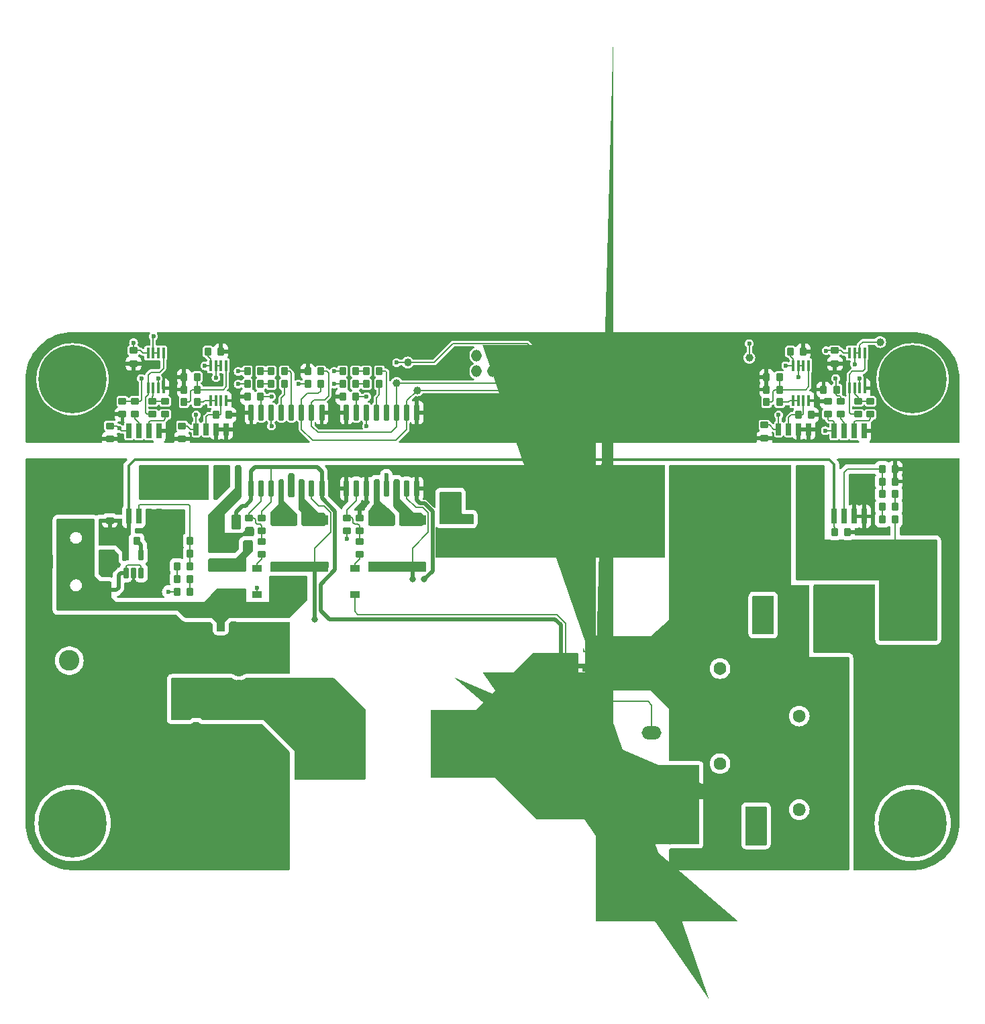
<source format=gbr>
%TF.GenerationSoftware,KiCad,Pcbnew,8.0.4*%
%TF.CreationDate,2024-08-09T15:48:12+02:00*%
%TF.ProjectId,ELE0124CL_power_boost,454c4530-3132-4344-934c-5f706f776572,1.0*%
%TF.SameCoordinates,Original*%
%TF.FileFunction,Copper,L1,Top*%
%TF.FilePolarity,Positive*%
%FSLAX46Y46*%
G04 Gerber Fmt 4.6, Leading zero omitted, Abs format (unit mm)*
G04 Created by KiCad (PCBNEW 8.0.4) date 2024-08-09 15:48:12*
%MOMM*%
%LPD*%
G01*
G04 APERTURE LIST*
G04 Aperture macros list*
%AMRoundRect*
0 Rectangle with rounded corners*
0 $1 Rounding radius*
0 $2 $3 $4 $5 $6 $7 $8 $9 X,Y pos of 4 corners*
0 Add a 4 corners polygon primitive as box body*
4,1,4,$2,$3,$4,$5,$6,$7,$8,$9,$2,$3,0*
0 Add four circle primitives for the rounded corners*
1,1,$1+$1,$2,$3*
1,1,$1+$1,$4,$5*
1,1,$1+$1,$6,$7*
1,1,$1+$1,$8,$9*
0 Add four rect primitives between the rounded corners*
20,1,$1+$1,$2,$3,$4,$5,0*
20,1,$1+$1,$4,$5,$6,$7,0*
20,1,$1+$1,$6,$7,$8,$9,0*
20,1,$1+$1,$8,$9,$2,$3,0*%
%AMFreePoly0*
4,1,49,1.539922,0.398097,1.568097,0.369922,1.570000,0.350000,1.570000,-0.550000,1.568097,-0.569922,1.539922,-0.598097,1.520000,-0.600000,1.080000,-0.600000,1.060078,-0.598097,1.031903,-0.569922,1.030000,-0.550000,1.030000,-0.200000,1.028097,-0.180078,0.999922,-0.151903,0.980000,-0.150000,0.350000,-0.150000,0.330078,-0.151903,0.301903,-0.180078,0.300000,-0.200000,0.300000,-0.550000,
0.298097,-0.569922,0.269922,-0.598097,0.250000,-0.600000,-0.190000,-0.600000,-0.209922,-0.598097,-0.238097,-0.569922,-0.240000,-0.550000,-0.240000,-0.200000,-0.241903,-0.180078,-0.270078,-0.151903,-0.290000,-0.150000,-0.920000,-0.150000,-0.939922,-0.151903,-0.968097,-0.180078,-0.970000,-0.200000,-0.970000,-0.550000,-0.971903,-0.569922,-1.000078,-0.598097,-1.020000,-0.600000,-1.460000,-0.600000,
-1.479922,-0.598097,-1.508097,-0.569922,-1.510000,-0.550000,-1.510000,0.350000,-1.508097,0.369922,-1.479922,0.398097,-1.460000,0.400000,1.520000,0.400000,1.539922,0.398097,1.539922,0.398097,$1*%
%AMFreePoly1*
4,1,17,0.239922,0.448097,0.268097,0.419922,0.270000,0.400000,0.270000,-0.500000,0.268097,-0.519922,0.239922,-0.548097,0.220000,-0.550000,-0.220000,-0.550000,-0.239922,-0.548097,-0.268097,-0.519922,-0.270000,-0.500000,-0.270000,0.400000,-0.268097,0.419922,-0.239922,0.448097,-0.220000,0.450000,0.220000,0.450000,0.239922,0.448097,0.239922,0.448097,$1*%
%AMFreePoly2*
4,1,65,-1.650078,3.248097,-1.621903,3.219922,-1.620000,3.200000,-1.620000,2.570000,-1.618097,2.550078,-1.589922,2.521903,-1.570000,2.520000,-0.940000,2.520000,-0.920078,2.521903,-0.891903,2.550078,-0.890000,2.570000,-0.890000,3.200000,-0.888097,3.219922,-0.859922,3.248097,-0.840000,3.250000,-0.400000,3.250000,-0.380078,3.248097,-0.351903,3.219922,-0.350000,3.200000,-0.350000,2.570000,
-0.348097,2.550078,-0.319922,2.521903,-0.300000,2.520000,0.330000,2.520000,0.349922,2.521903,0.378097,2.550078,0.380000,2.570000,0.380000,3.200000,0.381903,3.219922,0.410078,3.248097,0.430000,3.250000,0.870000,3.250000,0.889922,3.248097,0.918097,3.219922,0.920000,3.200000,0.920000,2.570000,0.921903,2.550078,0.950078,2.521903,0.970000,2.520000,1.600000,2.520000,
1.619922,2.521903,1.648097,2.550078,1.650000,2.570000,1.650000,3.200000,1.651903,3.219922,1.680078,3.248097,1.700000,3.250000,2.190000,3.250000,2.209922,3.248097,2.238097,3.219922,2.240000,3.200000,2.240000,-1.100000,2.238097,-1.119922,2.209922,-1.148097,2.190000,-1.150000,-2.160000,-1.150000,-2.179922,-1.148097,-2.208097,-1.119922,-2.210000,-1.100000,-2.210000,3.200000,
-2.208097,3.219922,-2.179922,3.248097,-2.160000,3.250000,-1.670000,3.250000,-1.650078,3.248097,-1.650078,3.248097,$1*%
G04 Aperture macros list end*
%TA.AperFunction,SMDPad,CuDef*%
%ADD10RoundRect,0.050000X0.425000X-0.350000X0.425000X0.350000X-0.425000X0.350000X-0.425000X-0.350000X0*%
%TD*%
%TA.AperFunction,SMDPad,CuDef*%
%ADD11RoundRect,0.050000X0.350000X0.425000X-0.350000X0.425000X-0.350000X-0.425000X0.350000X-0.425000X0*%
%TD*%
%TA.AperFunction,SMDPad,CuDef*%
%ADD12C,1.000000*%
%TD*%
%TA.AperFunction,SMDPad,CuDef*%
%ADD13RoundRect,0.050000X-0.425000X0.350000X-0.425000X-0.350000X0.425000X-0.350000X0.425000X0.350000X0*%
%TD*%
%TA.AperFunction,ComponentPad*%
%ADD14C,1.600000*%
%TD*%
%TA.AperFunction,ComponentPad*%
%ADD15C,1.200000*%
%TD*%
%TA.AperFunction,ComponentPad*%
%ADD16C,8.600000*%
%TD*%
%TA.AperFunction,SMDPad,CuDef*%
%ADD17FreePoly0,270.000000*%
%TD*%
%TA.AperFunction,SMDPad,CuDef*%
%ADD18FreePoly1,270.000000*%
%TD*%
%TA.AperFunction,SMDPad,CuDef*%
%ADD19FreePoly2,270.000000*%
%TD*%
%TA.AperFunction,SMDPad,CuDef*%
%ADD20RoundRect,0.050000X1.625000X-0.562500X1.625000X0.562500X-1.625000X0.562500X-1.625000X-0.562500X0*%
%TD*%
%TA.AperFunction,SMDPad,CuDef*%
%ADD21RoundRect,0.050000X-0.525000X-0.850000X0.525000X-0.850000X0.525000X0.850000X-0.525000X0.850000X0*%
%TD*%
%TA.AperFunction,SMDPad,CuDef*%
%ADD22RoundRect,0.050000X3.950000X4.200000X-3.950000X4.200000X-3.950000X-4.200000X3.950000X-4.200000X0*%
%TD*%
%TA.AperFunction,SMDPad,CuDef*%
%ADD23RoundRect,0.050000X-0.250000X0.950000X-0.250000X-0.950000X0.250000X-0.950000X0.250000X0.950000X0*%
%TD*%
%TA.AperFunction,SMDPad,CuDef*%
%ADD24RoundRect,0.050000X0.150000X-0.650000X0.150000X0.650000X-0.150000X0.650000X-0.150000X-0.650000X0*%
%TD*%
%TA.AperFunction,SMDPad,CuDef*%
%ADD25RoundRect,0.050000X-0.850000X0.525000X-0.850000X-0.525000X0.850000X-0.525000X0.850000X0.525000X0*%
%TD*%
%TA.AperFunction,SMDPad,CuDef*%
%ADD26RoundRect,0.050000X-0.350000X-0.425000X0.350000X-0.425000X0.350000X0.425000X-0.350000X0.425000X0*%
%TD*%
%TA.AperFunction,ComponentPad*%
%ADD27RoundRect,0.050000X-1.250000X1.250000X-1.250000X-1.250000X1.250000X-1.250000X1.250000X1.250000X0*%
%TD*%
%TA.AperFunction,ComponentPad*%
%ADD28C,2.600000*%
%TD*%
%TA.AperFunction,SMDPad,CuDef*%
%ADD29RoundRect,0.050000X0.525000X0.850000X-0.525000X0.850000X-0.525000X-0.850000X0.525000X-0.850000X0*%
%TD*%
%TA.AperFunction,ComponentPad*%
%ADD30O,2.500000X1.700000*%
%TD*%
%TA.AperFunction,ComponentPad*%
%ADD31RoundRect,0.200000X0.800000X-0.800000X0.800000X0.800000X-0.800000X0.800000X-0.800000X-0.800000X0*%
%TD*%
%TA.AperFunction,ComponentPad*%
%ADD32C,2.000000*%
%TD*%
%TA.AperFunction,SMDPad,CuDef*%
%ADD33RoundRect,0.050000X0.850000X-0.525000X0.850000X0.525000X-0.850000X0.525000X-0.850000X-0.525000X0*%
%TD*%
%TA.AperFunction,SMDPad,CuDef*%
%ADD34RoundRect,0.050000X-1.625000X0.562500X-1.625000X-0.562500X1.625000X-0.562500X1.625000X0.562500X0*%
%TD*%
%TA.AperFunction,SMDPad,CuDef*%
%ADD35RoundRect,0.050000X0.250000X-0.750000X0.250000X0.750000X-0.250000X0.750000X-0.250000X-0.750000X0*%
%TD*%
%TA.AperFunction,SMDPad,CuDef*%
%ADD36RoundRect,0.050000X0.250000X-0.612500X0.250000X0.612500X-0.250000X0.612500X-0.250000X-0.612500X0*%
%TD*%
%TA.AperFunction,ComponentPad*%
%ADD37RoundRect,0.050000X1.250000X-1.250000X1.250000X1.250000X-1.250000X1.250000X-1.250000X-1.250000X0*%
%TD*%
%TA.AperFunction,SMDPad,CuDef*%
%ADD38RoundRect,0.050000X0.400000X0.550000X-0.400000X0.550000X-0.400000X-0.550000X0.400000X-0.550000X0*%
%TD*%
%TA.AperFunction,SMDPad,CuDef*%
%ADD39RoundRect,0.050000X-0.550000X0.400000X-0.550000X-0.400000X0.550000X-0.400000X0.550000X0.400000X0*%
%TD*%
%TA.AperFunction,SMDPad,CuDef*%
%ADD40RoundRect,0.050000X0.270000X-0.902500X0.270000X0.902500X-0.270000X0.902500X-0.270000X-0.902500X0*%
%TD*%
%TA.AperFunction,SMDPad,CuDef*%
%ADD41FreePoly0,90.000000*%
%TD*%
%TA.AperFunction,SMDPad,CuDef*%
%ADD42FreePoly1,90.000000*%
%TD*%
%TA.AperFunction,SMDPad,CuDef*%
%ADD43FreePoly2,90.000000*%
%TD*%
%TA.AperFunction,ComponentPad*%
%ADD44RoundRect,0.043333X-0.606667X0.706667X-0.606667X-0.706667X0.606667X-0.706667X0.606667X0.706667X0*%
%TD*%
%TA.AperFunction,ComponentPad*%
%ADD45O,1.300000X1.500000*%
%TD*%
%TA.AperFunction,ViaPad*%
%ADD46C,0.600000*%
%TD*%
%TA.AperFunction,ViaPad*%
%ADD47C,0.800000*%
%TD*%
%TA.AperFunction,Conductor*%
%ADD48C,0.200000*%
%TD*%
%TA.AperFunction,Conductor*%
%ADD49C,0.500000*%
%TD*%
%TA.AperFunction,Conductor*%
%ADD50C,0.300000*%
%TD*%
G04 APERTURE END LIST*
D10*
%TO.P,C33,1*%
%TO.N,/Gate Drivers/DESAT_H*%
X100900000Y-86125000D03*
%TO.P,C33,2*%
%TO.N,/Gate Drivers/SWITCHING_NODE*%
X100900000Y-84475000D03*
%TD*%
D11*
%TO.P,R32,1*%
%TO.N,Net-(R31-Pad2)*%
X180825000Y-81500000D03*
%TO.P,R32,2*%
%TO.N,Net-(U10-VIN)*%
X179175000Y-81500000D03*
%TD*%
D12*
%TO.P,TP12,1,TP*%
%TO.N,/ADC_0*%
X178900000Y-62300000D03*
%TD*%
D11*
%TO.P,C48,1*%
%TO.N,Net-(U11B-IN2+)*%
X166225000Y-66700000D03*
%TO.P,C48,2*%
%TO.N,GND*%
X164575000Y-66700000D03*
%TD*%
D13*
%TO.P,C40,1*%
%TO.N,+3V3*%
X84700000Y-63375000D03*
%TO.P,C40,2*%
%TO.N,GND*%
X84700000Y-65025000D03*
%TD*%
D10*
%TO.P,R24,1*%
%TO.N,Net-(U6-VOUT+)*%
X84900000Y-71425000D03*
%TO.P,R24,2*%
%TO.N,Net-(U8A-IN1+)*%
X84900000Y-69775000D03*
%TD*%
D14*
%TO.P,C2,1*%
%TO.N,/INDUCTOR*%
X92600000Y-109000000D03*
%TO.P,C2,2*%
%TO.N,GND_PWR*%
X92600000Y-111000000D03*
%TD*%
D15*
%TO.P,REF\u002A\u002A,1*%
%TO.N,N/C*%
X179775000Y-123000000D03*
X180719581Y-120719581D03*
X180719581Y-125280419D03*
X183000000Y-119775000D03*
D16*
X183000000Y-123000000D03*
D15*
X183000000Y-126225000D03*
X185280419Y-120719581D03*
X185280419Y-125280419D03*
X186225000Y-123000000D03*
%TD*%
D11*
%TO.P,D3,1,K*%
%TO.N,/Gate Drivers/READY_L*%
X115725000Y-66000000D03*
%TO.P,D3,2,A*%
%TO.N,Net-(D3-A)*%
X114075000Y-66000000D03*
%TD*%
D13*
%TO.P,C37,1*%
%TO.N,+3V3*%
X81700000Y-72875000D03*
%TO.P,C37,2*%
%TO.N,GND*%
X81700000Y-74525000D03*
%TD*%
D17*
%TO.P,Q1,1,S*%
%TO.N,/Gate Drivers/SWITCHING_NODE*%
X140350000Y-103340000D03*
D18*
%TO.P,Q1,2,G*%
%TO.N,/Gate Drivers/G_SENSE_H*%
X140300000Y-105910000D03*
D19*
%TO.P,Q1,3,D*%
%TO.N,+VOUT*%
X143000000Y-104000000D03*
%TD*%
D13*
%TO.P,R27,1*%
%TO.N,Net-(U8A-IN1-)*%
X87100000Y-69775000D03*
%TO.P,R27,2*%
%TO.N,Net-(U8A-OUT1)*%
X87100000Y-71425000D03*
%TD*%
D20*
%TO.P,R10,1*%
%TO.N,+12V*%
X97000000Y-96362500D03*
%TO.P,R10,2*%
%TO.N,Net-(D5-A)*%
X97000000Y-90437500D03*
%TD*%
D11*
%TO.P,R29,1*%
%TO.N,Net-(U7B-IN2+)*%
X92730000Y-68300000D03*
%TO.P,R29,2*%
%TO.N,GND*%
X91080000Y-68300000D03*
%TD*%
D21*
%TO.P,C20,1*%
%TO.N,+VOUT*%
X159825000Y-122100000D03*
%TO.P,C20,2*%
%TO.N,GND_PWR*%
X162775000Y-122100000D03*
%TD*%
D22*
%TO.P,L1,2,2*%
%TO.N,/Gate Drivers/SWITCHING_NODE*%
X126250000Y-113000000D03*
%TO.P,L1,1,1*%
%TO.N,/INDUCTOR*%
X109750000Y-113000000D03*
%TD*%
D10*
%TO.P,C34,1*%
%TO.N,/Gate Drivers/DESAT_L*%
X113200000Y-86125000D03*
%TO.P,C34,2*%
%TO.N,GND_PWR*%
X113200000Y-84475000D03*
%TD*%
D23*
%TO.P,U4,1,VSS1*%
%TO.N,GND*%
X120450000Y-71200000D03*
%TO.P,U4,2,VI+*%
%TO.N,/PWM_L1*%
X119175000Y-71200000D03*
%TO.P,U4,3,VI-*%
%TO.N,/PWM_H1*%
X117905000Y-71200000D03*
%TO.P,U4,4,READY*%
%TO.N,/Gate Drivers/READY_L*%
X116635000Y-71200000D03*
%TO.P,U4,5,~{FAULT}*%
%TO.N,/Gate Drivers/FAULT_L*%
X115365000Y-71200000D03*
%TO.P,U4,6,~{RESET}*%
%TO.N,/RESET*%
X114095000Y-71200000D03*
%TO.P,U4,7,VDD1*%
%TO.N,+5V*%
X112825000Y-71200000D03*
%TO.P,U4,8,VSS1*%
%TO.N,GND*%
X111555000Y-71200000D03*
%TO.P,U4,9,VSS2*%
%TO.N,GND_PWR*%
X111555000Y-80800000D03*
%TO.P,U4,10,DESAT*%
%TO.N,/Gate Drivers/DESAT_L*%
X112825000Y-80800000D03*
%TO.P,U4,11,GND2*%
%TO.N,GND_PWR*%
X114095000Y-80800000D03*
%TO.P,U4,12,VOUT_OFF*%
%TO.N,Net-(U4-VOUT_OFF)*%
X115365000Y-80800000D03*
%TO.P,U4,13,VDD2*%
%TO.N,+12V*%
X116635000Y-80800000D03*
%TO.P,U4,14,VOUT_ON*%
%TO.N,Net-(U4-VOUT_ON)*%
X117905000Y-80800000D03*
%TO.P,U4,15,G_SENSE*%
%TO.N,/Gate Drivers/G_SENSE_L*%
X119175000Y-80800000D03*
%TO.P,U4,16,VSS2*%
%TO.N,GND_PWR*%
X120450000Y-80800000D03*
%TD*%
D24*
%TO.P,U7,1,OUT1*%
%TO.N,Net-(U7A-IN1-)*%
X94430000Y-69700000D03*
%TO.P,U7,2,IN1-*%
X95080000Y-69700000D03*
%TO.P,U7,3,IN1+*%
%TO.N,Net-(U5-VOUT)*%
X95730000Y-69700000D03*
%TO.P,U7,4,V-*%
%TO.N,GND*%
X96380000Y-69700000D03*
%TO.P,U7,5,IN2+*%
%TO.N,Net-(U7B-IN2+)*%
X96380000Y-65300000D03*
%TO.P,U7,6,IN2-*%
%TO.N,/ADC_3*%
X95730000Y-65300000D03*
%TO.P,U7,7,OUT2*%
X95080000Y-65300000D03*
%TO.P,U7,8,V+*%
%TO.N,+5V*%
X94430000Y-65300000D03*
%TD*%
D25*
%TO.P,C5,1*%
%TO.N,/INDUCTOR*%
X96800000Y-108525000D03*
%TO.P,C5,2*%
%TO.N,GND_PWR*%
X96800000Y-111475000D03*
%TD*%
D26*
%TO.P,R34,1*%
%TO.N,Net-(U11A-IN1+)*%
X168575000Y-71500000D03*
%TO.P,R34,2*%
%TO.N,GND*%
X170225000Y-71500000D03*
%TD*%
D13*
%TO.P,C38,1*%
%TO.N,+5V*%
X90805000Y-72875000D03*
%TO.P,C38,2*%
%TO.N,GND*%
X90805000Y-74525000D03*
%TD*%
D11*
%TO.P,R39,1*%
%TO.N,Net-(U11A-IN1-)*%
X166225000Y-69900000D03*
%TO.P,R39,2*%
%TO.N,Net-(U11B-IN2+)*%
X164575000Y-69900000D03*
%TD*%
D13*
%TO.P,R26,1*%
%TO.N,Net-(U8A-IN1+)*%
X83300000Y-69775000D03*
%TO.P,R26,2*%
%TO.N,GND*%
X83300000Y-71425000D03*
%TD*%
D26*
%TO.P,C39,1*%
%TO.N,+5V*%
X94080000Y-63500000D03*
%TO.P,C39,2*%
%TO.N,GND*%
X95730000Y-63500000D03*
%TD*%
D25*
%TO.P,C51,1*%
%TO.N,+5V_PWR*%
X81600000Y-87425000D03*
%TO.P,C51,2*%
%TO.N,GND_PWR*%
X81600000Y-90375000D03*
%TD*%
D27*
%TO.P,J3,1,Pin_1*%
%TO.N,+VOUT_OUT*%
X183400000Y-97500000D03*
D28*
%TO.P,J3,2,Pin_2*%
%TO.N,GND_PWR*%
X183400000Y-102500000D03*
%TD*%
D26*
%TO.P,R21,1*%
%TO.N,Net-(R20-Pad2)*%
X90175000Y-90600000D03*
%TO.P,R21,2*%
%TO.N,Net-(U6-VIN)*%
X91825000Y-90600000D03*
%TD*%
D29*
%TO.P,C15,1*%
%TO.N,+VOUT*%
X167575000Y-97900000D03*
%TO.P,C15,2*%
%TO.N,GND_PWR*%
X164625000Y-97900000D03*
%TD*%
D21*
%TO.P,C12,1*%
%TO.N,+VOUT*%
X159825000Y-124500000D03*
%TO.P,C12,2*%
%TO.N,GND_PWR*%
X162775000Y-124500000D03*
%TD*%
D30*
%TO.P,TP6,1,TP*%
%TO.N,/Gate Drivers/G_SENSE_L*%
X141800000Y-111600000D03*
%TD*%
D31*
%TO.P,J1,1*%
%TO.N,GND_PWR*%
X73500000Y-90000000D03*
D32*
%TO.P,J1,2*%
%TO.N,+12V*%
X76500000Y-90000000D03*
%TD*%
D33*
%TO.P,C3,1*%
%TO.N,/INDUCTOR*%
X91400000Y-106175000D03*
%TO.P,C3,2*%
%TO.N,GND_PWR*%
X91400000Y-103225000D03*
%TD*%
D26*
%TO.P,C42,1*%
%TO.N,Net-(U10-VIN)*%
X179175000Y-78300000D03*
%TO.P,C42,2*%
%TO.N,GND_PWR*%
X180825000Y-78300000D03*
%TD*%
D34*
%TO.P,R13,1*%
%TO.N,Net-(U3-VOUT_OFF)*%
X103700000Y-84737500D03*
%TO.P,R13,2*%
%TO.N,/Gate Drivers/G_SENSE_H*%
X103700000Y-90662500D03*
%TD*%
D30*
%TO.P,TP5,1,TP*%
%TO.N,/Gate Drivers/G_SENSE_H*%
X150100000Y-111600000D03*
%TD*%
D34*
%TO.P,R14,1*%
%TO.N,Net-(U4-VOUT_OFF)*%
X116000000Y-84737500D03*
%TO.P,R14,2*%
%TO.N,/Gate Drivers/G_SENSE_L*%
X116000000Y-90662500D03*
%TD*%
D26*
%TO.P,C46,1*%
%TO.N,+5V*%
X167575000Y-63500000D03*
%TO.P,C46,2*%
%TO.N,GND*%
X169225000Y-63500000D03*
%TD*%
D21*
%TO.P,C17,1*%
%TO.N,+VOUT*%
X169225000Y-95500000D03*
%TO.P,C17,2*%
%TO.N,GND_PWR*%
X172175000Y-95500000D03*
%TD*%
D14*
%TO.P,C1,1*%
%TO.N,/INDUCTOR*%
X98000000Y-105700000D03*
%TO.P,C1,2*%
%TO.N,GND_PWR*%
X98000000Y-103700000D03*
%TD*%
D10*
%TO.P,C44,1*%
%TO.N,+3V3*%
X172300000Y-71425000D03*
%TO.P,C44,2*%
%TO.N,GND*%
X172300000Y-69775000D03*
%TD*%
D26*
%TO.P,R42,1*%
%TO.N,/Gate Drivers/G_SENSE_L*%
X144575000Y-116400000D03*
%TO.P,R42,2*%
%TO.N,GND_PWR*%
X146225000Y-116400000D03*
%TD*%
D11*
%TO.P,C41,1*%
%TO.N,Net-(U7B-IN2+)*%
X92730000Y-66700000D03*
%TO.P,C41,2*%
%TO.N,GND*%
X91080000Y-66700000D03*
%TD*%
D25*
%TO.P,C29,1*%
%TO.N,+12V*%
X93800000Y-95725000D03*
%TO.P,C29,2*%
%TO.N,GND_PWR*%
X93800000Y-98675000D03*
%TD*%
D35*
%TO.P,U9,1,IN+*%
%TO.N,+VOUT*%
X166095000Y-78700000D03*
%TO.P,U9,2,IN+*%
X167365000Y-78700000D03*
%TO.P,U9,3,IN-*%
%TO.N,+VOUT_OUT*%
X168635000Y-78700000D03*
%TO.P,U9,4,IN-*%
X169905000Y-78700000D03*
%TO.P,U9,5,GND*%
%TO.N,GND*%
X169905000Y-73300000D03*
%TO.P,U9,6,VREF*%
X168635000Y-73300000D03*
%TO.P,U9,7,VOUT*%
%TO.N,Net-(U11A-IN1+)*%
X167365000Y-73300000D03*
%TO.P,U9,8,VS*%
%TO.N,+5V*%
X166095000Y-73300000D03*
%TD*%
D15*
%TO.P,REF\u002A\u002A,1*%
%TO.N,N/C*%
X73775000Y-67000000D03*
X74719581Y-64719581D03*
X74719581Y-69280419D03*
X77000000Y-63775000D03*
D16*
X77000000Y-67000000D03*
D15*
X77000000Y-70225000D03*
X79280419Y-64719581D03*
X79280419Y-69280419D03*
X80225000Y-67000000D03*
%TD*%
D30*
%TO.P,TP7,1,TP*%
%TO.N,/Gate Drivers/SWITCHING_NODE*%
X135700000Y-113000000D03*
%TD*%
%TO.P,TP8,1,TP*%
%TO.N,GND_PWR*%
X95000000Y-120000000D03*
%TD*%
D14*
%TO.P,C8,1*%
%TO.N,+VOUT*%
X168700000Y-116300000D03*
%TO.P,C8,2*%
%TO.N,GND_PWR*%
X168700000Y-121300000D03*
%TD*%
D11*
%TO.P,R20,1*%
%TO.N,Net-(R19-Pad2)*%
X91825000Y-92200000D03*
%TO.P,R20,2*%
%TO.N,Net-(R20-Pad2)*%
X90175000Y-92200000D03*
%TD*%
%TO.P,R41,1*%
%TO.N,/Gate Drivers/G_SENSE_H*%
X141425000Y-107600000D03*
%TO.P,R41,2*%
%TO.N,/Gate Drivers/SWITCHING_NODE*%
X139775000Y-107600000D03*
%TD*%
D26*
%TO.P,R33,1*%
%TO.N,Net-(U10-VIN)*%
X179175000Y-79900000D03*
%TO.P,R33,2*%
%TO.N,GND_PWR*%
X180825000Y-79900000D03*
%TD*%
D11*
%TO.P,D2,1,K*%
%TO.N,/Gate Drivers/FAULT_H*%
X103725000Y-67600000D03*
%TO.P,D2,2,A*%
%TO.N,Net-(D2-A)*%
X102075000Y-67600000D03*
%TD*%
D29*
%TO.P,C21,1*%
%TO.N,+VOUT*%
X158175000Y-119700000D03*
%TO.P,C21,2*%
%TO.N,GND_PWR*%
X155225000Y-119700000D03*
%TD*%
D10*
%TO.P,R16,1*%
%TO.N,Net-(D7-A)*%
X113200000Y-89125000D03*
%TO.P,R16,2*%
%TO.N,/Gate Drivers/DESAT_L*%
X113200000Y-87475000D03*
%TD*%
%TO.P,R36,1*%
%TO.N,Net-(U10-VOUT-)*%
X177700000Y-71425000D03*
%TO.P,R36,2*%
%TO.N,Net-(U12A-IN1-)*%
X177700000Y-69775000D03*
%TD*%
D26*
%TO.P,C27,1*%
%TO.N,+12V*%
X95675000Y-98100000D03*
%TO.P,C27,2*%
%TO.N,GND_PWR*%
X97325000Y-98100000D03*
%TD*%
D12*
%TO.P,TP11,1,TP*%
%TO.N,/ADC_6*%
X162400000Y-64300000D03*
%TD*%
D14*
%TO.P,C11,1*%
%TO.N,+VOUT*%
X158700000Y-110500000D03*
%TO.P,C11,2*%
%TO.N,GND_PWR*%
X158700000Y-115500000D03*
%TD*%
%TO.P,C7,1*%
%TO.N,+VOUT*%
X158700000Y-98500000D03*
%TO.P,C7,2*%
%TO.N,GND_PWR*%
X158700000Y-103500000D03*
%TD*%
D36*
%TO.P,U13,1,VIN*%
%TO.N,+12V*%
X83750000Y-91437500D03*
%TO.P,U13,2,GND*%
%TO.N,GND_PWR*%
X84700000Y-91437500D03*
%TO.P,U13,3,~{SHDN}*%
%TO.N,+12V*%
X85650000Y-91437500D03*
%TO.P,U13,4,BYP*%
%TO.N,Net-(U13-BYP)*%
X85650000Y-89162500D03*
%TO.P,U13,5,VOUT*%
%TO.N,+5V_PWR*%
X83750000Y-89162500D03*
%TD*%
D13*
%TO.P,R38,1*%
%TO.N,Net-(U12A-IN1-)*%
X176100000Y-69775000D03*
%TO.P,R38,2*%
%TO.N,Net-(U12A-OUT1)*%
X176100000Y-71425000D03*
%TD*%
D29*
%TO.P,C16,1*%
%TO.N,+VOUT*%
X167575000Y-95500000D03*
%TO.P,C16,2*%
%TO.N,GND_PWR*%
X164625000Y-95500000D03*
%TD*%
D11*
%TO.P,C24,1*%
%TO.N,+5V*%
X100725000Y-69200000D03*
%TO.P,C24,2*%
%TO.N,GND*%
X99075000Y-69200000D03*
%TD*%
D10*
%TO.P,R25,1*%
%TO.N,Net-(U6-VOUT-)*%
X88700000Y-71425000D03*
%TO.P,R25,2*%
%TO.N,Net-(U8A-IN1-)*%
X88700000Y-69775000D03*
%TD*%
D13*
%TO.P,C47,1*%
%TO.N,+3V3*%
X173200000Y-63375000D03*
%TO.P,C47,2*%
%TO.N,GND*%
X173200000Y-65025000D03*
%TD*%
D21*
%TO.P,C26,1*%
%TO.N,/Gate Drivers/VBOOT*%
X94725000Y-85000000D03*
%TO.P,C26,2*%
%TO.N,/Gate Drivers/SWITCHING_NODE*%
X97675000Y-85000000D03*
%TD*%
D11*
%TO.P,R37,1*%
%TO.N,Net-(U12A-IN1+)*%
X173425000Y-68300000D03*
%TO.P,R37,2*%
%TO.N,GND*%
X171775000Y-68300000D03*
%TD*%
%TO.P,D1,1,K*%
%TO.N,/Gate Drivers/READY_H*%
X103725000Y-66000000D03*
%TO.P,D1,2,A*%
%TO.N,Net-(D1-A)*%
X102075000Y-66000000D03*
%TD*%
D37*
%TO.P,J2,1,Pin_1*%
%TO.N,GND_PWR*%
X76600000Y-107500000D03*
D28*
%TO.P,J2,2,Pin_2*%
%TO.N,+24V_IN*%
X76600000Y-102500000D03*
%TD*%
D29*
%TO.P,C13,1*%
%TO.N,+VOUT*%
X158175000Y-124500000D03*
%TO.P,C13,2*%
%TO.N,GND_PWR*%
X155225000Y-124500000D03*
%TD*%
D11*
%TO.P,C25,1*%
%TO.N,+5V*%
X112725000Y-69200000D03*
%TO.P,C25,2*%
%TO.N,GND*%
X111075000Y-69200000D03*
%TD*%
D25*
%TO.P,C31,1*%
%TO.N,+12V*%
X91400000Y-95725000D03*
%TO.P,C31,2*%
%TO.N,GND_PWR*%
X91400000Y-98675000D03*
%TD*%
D11*
%TO.P,R40,1*%
%TO.N,Net-(U11B-IN2+)*%
X166225000Y-68300000D03*
%TO.P,R40,2*%
%TO.N,GND*%
X164575000Y-68300000D03*
%TD*%
D12*
%TO.P,TP2,1,TP*%
%TO.N,/RESET*%
X119300000Y-64900000D03*
%TD*%
D11*
%TO.P,R28,1*%
%TO.N,Net-(U7A-IN1-)*%
X92730000Y-69900000D03*
%TO.P,R28,2*%
%TO.N,Net-(U7B-IN2+)*%
X91080000Y-69900000D03*
%TD*%
D26*
%TO.P,R8,1*%
%TO.N,+5V*%
X106675000Y-67600000D03*
%TO.P,R8,2*%
%TO.N,/PWM_L1*%
X108325000Y-67600000D03*
%TD*%
D10*
%TO.P,R18,1*%
%TO.N,+12V*%
X111600000Y-86125000D03*
%TO.P,R18,2*%
%TO.N,/Gate Drivers/DESAT_L*%
X111600000Y-84475000D03*
%TD*%
D21*
%TO.P,C19,1*%
%TO.N,+VOUT*%
X169225000Y-97900000D03*
%TO.P,C19,2*%
%TO.N,GND_PWR*%
X172175000Y-97900000D03*
%TD*%
D26*
%TO.P,R23,1*%
%TO.N,Net-(U5-VOUT)*%
X95080000Y-71500000D03*
%TO.P,R23,2*%
%TO.N,GND*%
X96730000Y-71500000D03*
%TD*%
D10*
%TO.P,R35,1*%
%TO.N,Net-(U10-VOUT+)*%
X173900000Y-71425000D03*
%TO.P,R35,2*%
%TO.N,Net-(U12A-IN1+)*%
X173900000Y-69775000D03*
%TD*%
D11*
%TO.P,R22,1*%
%TO.N,Net-(U6-VIN)*%
X91825000Y-89000000D03*
%TO.P,R22,2*%
%TO.N,GND_PWR*%
X90175000Y-89000000D03*
%TD*%
D15*
%TO.P,REF\u002A\u002A,1*%
%TO.N,N/C*%
X73775000Y-123000000D03*
X74719581Y-120719581D03*
X74719581Y-125280419D03*
X77000000Y-119775000D03*
D16*
X77000000Y-123000000D03*
D15*
X77000000Y-126225000D03*
X79280419Y-120719581D03*
X79280419Y-125280419D03*
X80225000Y-123000000D03*
%TD*%
D38*
%TO.P,D5,1,K*%
%TO.N,/Gate Drivers/VBOOT*%
X95850000Y-88100000D03*
%TO.P,D5,2,A*%
%TO.N,Net-(D5-A)*%
X99150000Y-88100000D03*
%TD*%
D29*
%TO.P,C23,1*%
%TO.N,+VOUT*%
X158175000Y-122100000D03*
%TO.P,C23,2*%
%TO.N,GND_PWR*%
X155225000Y-122100000D03*
%TD*%
D39*
%TO.P,D6,1,K*%
%TO.N,+VOUT*%
X100300000Y-94150000D03*
%TO.P,D6,2,A*%
%TO.N,Net-(D6-A)*%
X100300000Y-90850000D03*
%TD*%
D21*
%TO.P,C49,1*%
%TO.N,+12V*%
X81225000Y-93600000D03*
%TO.P,C49,2*%
%TO.N,GND_PWR*%
X84175000Y-93600000D03*
%TD*%
D34*
%TO.P,R11,1*%
%TO.N,Net-(U3-VOUT_ON)*%
X107600000Y-84737500D03*
%TO.P,R11,2*%
%TO.N,/Gate Drivers/G_SENSE_H*%
X107600000Y-90662500D03*
%TD*%
D40*
%TO.P,U10,1,VDD1*%
%TO.N,+5V_PWR*%
X173095000Y-84300000D03*
%TO.P,U10,2,VIN*%
%TO.N,Net-(U10-VIN)*%
X174365000Y-84300000D03*
%TO.P,U10,3,SHDN*%
%TO.N,GND_PWR*%
X175635000Y-84300000D03*
%TO.P,U10,4,GND1*%
X176905000Y-84300000D03*
%TO.P,U10,5,GND2*%
%TO.N,GND*%
X176905000Y-73500000D03*
%TO.P,U10,6,VOUT-*%
%TO.N,Net-(U10-VOUT-)*%
X175635000Y-73500000D03*
%TO.P,U10,7,VOUT+*%
%TO.N,Net-(U10-VOUT+)*%
X174365000Y-73500000D03*
%TO.P,U10,8,VDD2*%
%TO.N,+3V3*%
X173095000Y-73500000D03*
%TD*%
D25*
%TO.P,C32,1*%
%TO.N,+12V*%
X124200000Y-84625000D03*
%TO.P,C32,2*%
%TO.N,GND_PWR*%
X124200000Y-87575000D03*
%TD*%
D26*
%TO.P,C43,1*%
%TO.N,+5V_PWR*%
X173175000Y-86300000D03*
%TO.P,C43,2*%
%TO.N,GND_PWR*%
X174825000Y-86300000D03*
%TD*%
D10*
%TO.P,C36,1*%
%TO.N,+5V_PWR*%
X81700000Y-84825000D03*
%TO.P,C36,2*%
%TO.N,GND_PWR*%
X81700000Y-83175000D03*
%TD*%
D33*
%TO.P,C4,1*%
%TO.N,/INDUCTOR*%
X93800000Y-106175000D03*
%TO.P,C4,2*%
%TO.N,GND_PWR*%
X93800000Y-103225000D03*
%TD*%
D34*
%TO.P,R12,1*%
%TO.N,Net-(U4-VOUT_ON)*%
X119900000Y-84737500D03*
%TO.P,R12,2*%
%TO.N,/Gate Drivers/G_SENSE_L*%
X119900000Y-90662500D03*
%TD*%
D11*
%TO.P,R30,1*%
%TO.N,+VOUT_OUT*%
X180825000Y-84700000D03*
%TO.P,R30,2*%
%TO.N,Net-(R30-Pad2)*%
X179175000Y-84700000D03*
%TD*%
D35*
%TO.P,U5,1,IN+*%
%TO.N,+24V_IN*%
X92600000Y-78700000D03*
%TO.P,U5,2,IN+*%
X93870000Y-78700000D03*
%TO.P,U5,3,IN-*%
%TO.N,/INDUCTOR*%
X95140000Y-78700000D03*
%TO.P,U5,4,IN-*%
X96410000Y-78700000D03*
%TO.P,U5,5,GND*%
%TO.N,GND*%
X96410000Y-73300000D03*
%TO.P,U5,6,VREF*%
X95140000Y-73300000D03*
%TO.P,U5,7,VOUT*%
%TO.N,Net-(U5-VOUT)*%
X93870000Y-73300000D03*
%TO.P,U5,8,VS*%
%TO.N,+5V*%
X92600000Y-73300000D03*
%TD*%
D39*
%TO.P,D7,1,K*%
%TO.N,/Gate Drivers/SWITCHING_NODE*%
X112600000Y-94150000D03*
%TO.P,D7,2,A*%
%TO.N,Net-(D7-A)*%
X112600000Y-90850000D03*
%TD*%
D24*
%TO.P,U8,1,OUT1*%
%TO.N,Net-(U8A-OUT1)*%
X86525000Y-68100000D03*
%TO.P,U8,2,IN1-*%
%TO.N,Net-(U8A-IN1-)*%
X87175000Y-68100000D03*
%TO.P,U8,3,IN1+*%
%TO.N,Net-(U8A-IN1+)*%
X87825000Y-68100000D03*
%TO.P,U8,4,V-*%
%TO.N,GND*%
X88475000Y-68100000D03*
%TO.P,U8,5,IN2+*%
%TO.N,Net-(U8A-OUT1)*%
X88475000Y-63700000D03*
%TO.P,U8,6,IN2-*%
%TO.N,/ADC_2*%
X87825000Y-63700000D03*
%TO.P,U8,7,OUT2*%
X87175000Y-63700000D03*
%TO.P,U8,8,V+*%
%TO.N,+3V3*%
X86525000Y-63700000D03*
%TD*%
D10*
%TO.P,R15,1*%
%TO.N,Net-(D6-A)*%
X100900000Y-89125000D03*
%TO.P,R15,2*%
%TO.N,/Gate Drivers/DESAT_H*%
X100900000Y-87475000D03*
%TD*%
D26*
%TO.P,R6,1*%
%TO.N,+5V*%
X111075000Y-66000000D03*
%TO.P,R6,2*%
%TO.N,Net-(D3-A)*%
X112725000Y-66000000D03*
%TD*%
D11*
%TO.P,C35,1*%
%TO.N,Net-(U6-VIN)*%
X91825000Y-87400000D03*
%TO.P,C35,2*%
%TO.N,GND_PWR*%
X90175000Y-87400000D03*
%TD*%
D26*
%TO.P,R4,1*%
%TO.N,+5V*%
X99075000Y-66000000D03*
%TO.P,R4,2*%
%TO.N,Net-(D1-A)*%
X100725000Y-66000000D03*
%TD*%
D21*
%TO.P,C22,1*%
%TO.N,+VOUT*%
X169225000Y-100300000D03*
%TO.P,C22,2*%
%TO.N,GND_PWR*%
X172175000Y-100300000D03*
%TD*%
D24*
%TO.P,U12,1,OUT1*%
%TO.N,Net-(U12A-OUT1)*%
X175025000Y-68100000D03*
%TO.P,U12,2,IN1-*%
%TO.N,Net-(U12A-IN1-)*%
X175675000Y-68100000D03*
%TO.P,U12,3,IN1+*%
%TO.N,Net-(U12A-IN1+)*%
X176325000Y-68100000D03*
%TO.P,U12,4,V-*%
%TO.N,GND*%
X176975000Y-68100000D03*
%TO.P,U12,5,IN2+*%
%TO.N,Net-(U12A-OUT1)*%
X176975000Y-63700000D03*
%TO.P,U12,6,IN2-*%
%TO.N,/ADC_0*%
X176325000Y-63700000D03*
%TO.P,U12,7,OUT2*%
X175675000Y-63700000D03*
%TO.P,U12,8,V+*%
%TO.N,+3V3*%
X175025000Y-63700000D03*
%TD*%
D11*
%TO.P,D4,1,K*%
%TO.N,/Gate Drivers/FAULT_L*%
X115725000Y-67600000D03*
%TO.P,D4,2,A*%
%TO.N,Net-(D4-A)*%
X114075000Y-67600000D03*
%TD*%
D26*
%TO.P,C50,1*%
%TO.N,+5V_PWR*%
X83475000Y-87400000D03*
%TO.P,C50,2*%
%TO.N,Net-(U13-BYP)*%
X85125000Y-87400000D03*
%TD*%
%TO.P,R19,1*%
%TO.N,+24V_IN*%
X90175000Y-93800000D03*
%TO.P,R19,2*%
%TO.N,Net-(R19-Pad2)*%
X91825000Y-93800000D03*
%TD*%
D12*
%TO.P,TP3,1,TP*%
%TO.N,/PWM_L1*%
X120500000Y-68400000D03*
%TD*%
D26*
%TO.P,R31,1*%
%TO.N,Net-(R30-Pad2)*%
X179175000Y-83100000D03*
%TO.P,R31,2*%
%TO.N,Net-(R31-Pad2)*%
X180825000Y-83100000D03*
%TD*%
D25*
%TO.P,C6,1*%
%TO.N,/INDUCTOR*%
X99200000Y-108525000D03*
%TO.P,C6,2*%
%TO.N,GND_PWR*%
X99200000Y-111475000D03*
%TD*%
D10*
%TO.P,R17,1*%
%TO.N,/Gate Drivers/VBOOT*%
X99300000Y-86125000D03*
%TO.P,R17,2*%
%TO.N,/Gate Drivers/DESAT_H*%
X99300000Y-84475000D03*
%TD*%
D23*
%TO.P,U3,1,VSS1*%
%TO.N,GND*%
X108450000Y-71200000D03*
%TO.P,U3,2,VI+*%
%TO.N,/PWM_H1*%
X107175000Y-71200000D03*
%TO.P,U3,3,VI-*%
%TO.N,/PWM_L1*%
X105905000Y-71200000D03*
%TO.P,U3,4,READY*%
%TO.N,/Gate Drivers/READY_H*%
X104635000Y-71200000D03*
%TO.P,U3,5,~{FAULT}*%
%TO.N,/Gate Drivers/FAULT_H*%
X103365000Y-71200000D03*
%TO.P,U3,6,~{RESET}*%
%TO.N,/RESET*%
X102095000Y-71200000D03*
%TO.P,U3,7,VDD1*%
%TO.N,+5V*%
X100825000Y-71200000D03*
%TO.P,U3,8,VSS1*%
%TO.N,GND*%
X99555000Y-71200000D03*
%TO.P,U3,9,VSS2*%
%TO.N,/Gate Drivers/SWITCHING_NODE*%
X99555000Y-80800000D03*
%TO.P,U3,10,DESAT*%
%TO.N,/Gate Drivers/DESAT_H*%
X100825000Y-80800000D03*
%TO.P,U3,11,GND2*%
%TO.N,/Gate Drivers/SWITCHING_NODE*%
X102095000Y-80800000D03*
%TO.P,U3,12,VOUT_OFF*%
%TO.N,Net-(U3-VOUT_OFF)*%
X103365000Y-80800000D03*
%TO.P,U3,13,VDD2*%
%TO.N,/Gate Drivers/VBOOT*%
X104635000Y-80800000D03*
%TO.P,U3,14,VOUT_ON*%
%TO.N,Net-(U3-VOUT_ON)*%
X105905000Y-80800000D03*
%TO.P,U3,15,G_SENSE*%
%TO.N,/Gate Drivers/G_SENSE_H*%
X107175000Y-80800000D03*
%TO.P,U3,16,VSS2*%
%TO.N,/Gate Drivers/SWITCHING_NODE*%
X108450000Y-80800000D03*
%TD*%
D25*
%TO.P,C30,1*%
%TO.N,+12V*%
X126600000Y-84625000D03*
%TO.P,C30,2*%
%TO.N,GND_PWR*%
X126600000Y-87575000D03*
%TD*%
D26*
%TO.P,C28,1*%
%TO.N,+12V*%
X125475000Y-83000000D03*
%TO.P,C28,2*%
%TO.N,GND_PWR*%
X127125000Y-83000000D03*
%TD*%
D15*
%TO.P,REF\u002A\u002A,1*%
%TO.N,N/C*%
X179775000Y-67000000D03*
X180719581Y-64719581D03*
X180719581Y-69280419D03*
X183000000Y-63775000D03*
D16*
X183000000Y-67000000D03*
D15*
X183000000Y-70225000D03*
X185280419Y-64719581D03*
X185280419Y-69280419D03*
X186225000Y-67000000D03*
%TD*%
D12*
%TO.P,TP4,1,TP*%
%TO.N,/PWM_H1*%
X117900000Y-67500000D03*
%TD*%
D14*
%TO.P,C9,1*%
%TO.N,+VOUT*%
X168700000Y-104500000D03*
%TO.P,C9,2*%
%TO.N,GND_PWR*%
X168700000Y-109500000D03*
%TD*%
D41*
%TO.P,Q2,1,S*%
%TO.N,GND_PWR*%
X145650000Y-120660000D03*
D42*
%TO.P,Q2,2,G*%
%TO.N,/Gate Drivers/G_SENSE_L*%
X145700000Y-118090000D03*
D43*
%TO.P,Q2,3,D*%
%TO.N,/Gate Drivers/SWITCHING_NODE*%
X143000000Y-120000000D03*
%TD*%
D24*
%TO.P,U11,1,OUT1*%
%TO.N,Net-(U11A-IN1-)*%
X167925000Y-69700000D03*
%TO.P,U11,2,IN1-*%
X168575000Y-69700000D03*
%TO.P,U11,3,IN1+*%
%TO.N,Net-(U11A-IN1+)*%
X169225000Y-69700000D03*
%TO.P,U11,4,V-*%
%TO.N,GND*%
X169875000Y-69700000D03*
%TO.P,U11,5,IN2+*%
%TO.N,Net-(U11B-IN2+)*%
X169875000Y-65300000D03*
%TO.P,U11,6,IN2-*%
%TO.N,/ADC_6*%
X169225000Y-65300000D03*
%TO.P,U11,7,OUT2*%
X168575000Y-65300000D03*
%TO.P,U11,8,V+*%
%TO.N,+5V*%
X167925000Y-65300000D03*
%TD*%
D26*
%TO.P,R9,1*%
%TO.N,GND*%
X106675000Y-66000000D03*
%TO.P,R9,2*%
%TO.N,/PWM_H1*%
X108325000Y-66000000D03*
%TD*%
%TO.P,R5,1*%
%TO.N,+5V*%
X99075000Y-67600000D03*
%TO.P,R5,2*%
%TO.N,Net-(D2-A)*%
X100725000Y-67600000D03*
%TD*%
D40*
%TO.P,U6,1,VDD1*%
%TO.N,+5V_PWR*%
X84095000Y-84300000D03*
%TO.P,U6,2,VIN*%
%TO.N,Net-(U6-VIN)*%
X85365000Y-84300000D03*
%TO.P,U6,3,SHDN*%
%TO.N,GND_PWR*%
X86635000Y-84300000D03*
%TO.P,U6,4,GND1*%
X87905000Y-84300000D03*
%TO.P,U6,5,GND2*%
%TO.N,GND*%
X87905000Y-73500000D03*
%TO.P,U6,6,VOUT-*%
%TO.N,Net-(U6-VOUT-)*%
X86635000Y-73500000D03*
%TO.P,U6,7,VOUT+*%
%TO.N,Net-(U6-VOUT+)*%
X85365000Y-73500000D03*
%TO.P,U6,8,VDD2*%
%TO.N,+3V3*%
X84095000Y-73500000D03*
%TD*%
D13*
%TO.P,C45,1*%
%TO.N,+5V*%
X164300000Y-72775000D03*
%TO.P,C45,2*%
%TO.N,GND*%
X164300000Y-74425000D03*
%TD*%
D26*
%TO.P,R7,1*%
%TO.N,+5V*%
X111075000Y-67600000D03*
%TO.P,R7,2*%
%TO.N,Net-(D4-A)*%
X112725000Y-67600000D03*
%TD*%
D44*
%TO.P,J4,1,Pin_1*%
%TO.N,/PWM_H1*%
X142000000Y-64000000D03*
D45*
%TO.P,J4,2,Pin_2*%
%TO.N,/PWM_L1*%
X142000000Y-66000000D03*
%TO.P,J4,3,Pin_3*%
%TO.N,unconnected-(J4-Pin_3-Pad3)*%
X140000000Y-64000000D03*
%TO.P,J4,4,Pin_4*%
%TO.N,unconnected-(J4-Pin_4-Pad4)*%
X140000000Y-66000000D03*
%TO.P,J4,5,Pin_5*%
%TO.N,GND*%
X138000000Y-64000000D03*
%TO.P,J4,6,Pin_6*%
X138000000Y-66000000D03*
%TO.P,J4,7,Pin_7*%
%TO.N,+5V*%
X136000000Y-64000000D03*
%TO.P,J4,8,Pin_8*%
%TO.N,/RESET*%
X136000000Y-66000000D03*
%TO.P,J4,9,Pin_9*%
%TO.N,+3V3*%
X134000000Y-64000000D03*
%TO.P,J4,10,Pin_10*%
%TO.N,unconnected-(J4-Pin_10-Pad10)*%
X134000000Y-66000000D03*
%TO.P,J4,11,Pin_11*%
%TO.N,unconnected-(J4-Pin_11-Pad11)*%
X132000000Y-64000000D03*
%TO.P,J4,12,Pin_12*%
%TO.N,/ADC_6*%
X132000000Y-66000000D03*
%TO.P,J4,13,Pin_13*%
%TO.N,/ADC_0*%
X130000000Y-64000000D03*
%TO.P,J4,14,Pin_14*%
%TO.N,unconnected-(J4-Pin_14-Pad14)*%
X130000000Y-66000000D03*
%TO.P,J4,15,Pin_15*%
%TO.N,/ADC_2*%
X128000000Y-64000000D03*
%TO.P,J4,16,Pin_16*%
%TO.N,/ADC_3*%
X128000000Y-66000000D03*
%TD*%
D46*
%TO.N,/Gate Drivers/SWITCHING_NODE*%
X135400000Y-104600000D03*
X135400000Y-103100000D03*
X136700000Y-105300000D03*
X136700000Y-103800000D03*
X136700000Y-102300000D03*
X134000000Y-106000000D03*
X134000000Y-118000000D03*
X139400000Y-120000000D03*
X138000000Y-121200000D03*
X141900000Y-120000000D03*
X143200000Y-121200000D03*
X143200000Y-118800000D03*
X140600000Y-118800000D03*
X138000000Y-118800000D03*
%TO.N,+VOUT*%
X145300000Y-100300000D03*
X142900000Y-100300000D03*
X144100000Y-101600000D03*
X144100000Y-104200000D03*
X145300000Y-102900000D03*
X142900000Y-102900000D03*
X142900000Y-105500000D03*
X145300000Y-105500000D03*
%TO.N,GND_PWR*%
X148600000Y-122700000D03*
X148600000Y-121500000D03*
X148600000Y-120300000D03*
X146000000Y-123300000D03*
X147400000Y-123300000D03*
X147400000Y-120900000D03*
X147400000Y-122100000D03*
X147400000Y-119700000D03*
D47*
%TO.N,/Gate Drivers/G_SENSE_L*%
X147400000Y-117400000D03*
%TO.N,/Gate Drivers/G_SENSE_H*%
X138600000Y-105900000D03*
X107600000Y-97300000D03*
D46*
%TO.N,GND_PWR*%
X146000000Y-86000000D03*
X146000000Y-82000000D03*
X89100000Y-88200000D03*
X173300000Y-99800000D03*
X134000000Y-86000000D03*
X176300000Y-82400000D03*
X163400000Y-98400000D03*
X173400000Y-95000000D03*
X163900000Y-124000000D03*
X126600000Y-88800000D03*
D47*
X121350000Y-92250000D03*
D46*
X163900000Y-122600000D03*
X91400000Y-99900000D03*
X128200000Y-83000000D03*
X75000000Y-80000000D03*
X183000000Y-115000000D03*
X96800000Y-112800000D03*
X99200000Y-112800000D03*
X80000000Y-115000000D03*
X154000000Y-125000000D03*
X134000000Y-82000000D03*
X85500000Y-93100000D03*
X163900000Y-121600000D03*
X154000000Y-124000000D03*
X140000000Y-86000000D03*
X154000000Y-119200000D03*
X124200000Y-88800000D03*
X93000000Y-115000000D03*
X173300000Y-100800000D03*
X140000000Y-82000000D03*
X86000000Y-125000000D03*
X163900000Y-125000000D03*
X86000000Y-115000000D03*
X94000000Y-125000000D03*
X173400000Y-98400000D03*
X98400000Y-98100000D03*
X154000000Y-120200000D03*
X163400000Y-96000000D03*
X173400000Y-97400000D03*
X80600000Y-83200000D03*
X163400000Y-95000000D03*
X183000000Y-110000000D03*
X81100000Y-91700000D03*
X176300000Y-86300000D03*
X86000000Y-120000000D03*
X91400000Y-102000000D03*
X80000000Y-80000000D03*
X173400000Y-96000000D03*
X182100000Y-79900000D03*
X93800000Y-102000000D03*
X85500000Y-94100000D03*
X163400000Y-97400000D03*
X182100000Y-78300000D03*
X93800000Y-99900000D03*
X87300000Y-86000000D03*
X154000000Y-121600000D03*
X154000000Y-122600000D03*
X75000000Y-115000000D03*
%TO.N,/INDUCTOR*%
X95200000Y-80200000D03*
X95200000Y-81600000D03*
X95800000Y-80900000D03*
X96400000Y-80200000D03*
%TO.N,+VOUT*%
X100300000Y-93300000D03*
%TO.N,/INDUCTOR*%
X103000000Y-105800000D03*
X101000000Y-107000000D03*
X103000000Y-108200000D03*
%TO.N,+VOUT*%
X155400000Y-79000000D03*
X160000000Y-81600000D03*
X156500000Y-82900000D03*
X165700000Y-80300000D03*
X160000000Y-79000000D03*
X161100000Y-80300000D03*
X162300000Y-79000000D03*
X153100000Y-81600000D03*
X155400000Y-81600000D03*
X163400000Y-82900000D03*
X157700000Y-81600000D03*
X162300000Y-81600000D03*
X156500000Y-80300000D03*
X154200000Y-80300000D03*
X158800000Y-80300000D03*
X161100000Y-82900000D03*
X165700000Y-82900000D03*
X164600000Y-81600000D03*
X166900000Y-81600000D03*
X163400000Y-80300000D03*
X157700000Y-79000000D03*
X154200000Y-82900000D03*
X158800000Y-82900000D03*
%TO.N,GND*%
X98100000Y-71200000D03*
X84700000Y-66300000D03*
X178000000Y-68100000D03*
X178100000Y-73500000D03*
X171600000Y-65000000D03*
X162900000Y-74400000D03*
X109700000Y-69900000D03*
X89400000Y-74500000D03*
X171000000Y-69800000D03*
X97900000Y-73300000D03*
X105400000Y-66000000D03*
X97700000Y-69200000D03*
X120500000Y-73100000D03*
X89200000Y-73500000D03*
X170600000Y-63500000D03*
X83100000Y-74500000D03*
X89800000Y-66700000D03*
X110000000Y-71200000D03*
X130000000Y-72000000D03*
X89800000Y-68300000D03*
X163100000Y-66700000D03*
X81900000Y-71400000D03*
X163100000Y-68300000D03*
X97100000Y-63500000D03*
X140000000Y-72000000D03*
X171600000Y-66900000D03*
%TO.N,+5V*%
X166100000Y-71500000D03*
X97900000Y-66000000D03*
X110000000Y-66000000D03*
X92605000Y-71500000D03*
X114100000Y-69200000D03*
X105500000Y-67600000D03*
X93705000Y-65300000D03*
X97900000Y-67600000D03*
X102100000Y-69200000D03*
X167000000Y-65300000D03*
X110000000Y-67600000D03*
%TO.N,/Gate Drivers/VBOOT*%
X97900000Y-79300000D03*
X104600000Y-79300000D03*
%TO.N,/INDUCTOR*%
X106400000Y-114000000D03*
X108700000Y-114000000D03*
X107500000Y-112700000D03*
X112100000Y-112700000D03*
X106400000Y-111400000D03*
X113300000Y-111400000D03*
X111000000Y-114000000D03*
X111000000Y-111400000D03*
X113300000Y-114000000D03*
X112100000Y-115200000D03*
X112100000Y-110100000D03*
X107500000Y-110100000D03*
X107500000Y-115200000D03*
X108700000Y-111400000D03*
%TO.N,+12V*%
X111600000Y-87100000D03*
X125400000Y-81700000D03*
X104300000Y-92300000D03*
X102800000Y-92300000D03*
X105800000Y-92300000D03*
X116600000Y-79100000D03*
X124200000Y-83000000D03*
%TO.N,+3V3*%
X172000000Y-73500000D03*
X84700000Y-62400000D03*
X172100000Y-63400000D03*
X82900000Y-73200000D03*
%TO.N,+24V_IN*%
X88400000Y-80200000D03*
X90800000Y-81400000D03*
X86800000Y-80200000D03*
X91600000Y-80200000D03*
X86000000Y-79000000D03*
X89100000Y-93800000D03*
X89200000Y-79000000D03*
X87600000Y-81400000D03*
X92400000Y-81400000D03*
X90000000Y-80200000D03*
X93200000Y-80200000D03*
X89200000Y-81400000D03*
X87600000Y-79000000D03*
X90800000Y-79000000D03*
X86000000Y-81400000D03*
%TO.N,+VOUT_OUT*%
X185300000Y-93300000D03*
X170200000Y-80300000D03*
X170200000Y-82900000D03*
X179600000Y-94600000D03*
X171300000Y-81600000D03*
X184200000Y-94600000D03*
X181900000Y-94600000D03*
X183000000Y-93300000D03*
X179600000Y-92000000D03*
X169000000Y-81600000D03*
X181900000Y-92000000D03*
X183000000Y-90700000D03*
X180700000Y-90700000D03*
X180700000Y-93300000D03*
X185300000Y-90700000D03*
X184200000Y-92000000D03*
X171300000Y-79000000D03*
%TO.N,/ADC_3*%
X95105000Y-66800000D03*
%TO.N,/ADC_2*%
X87200000Y-61600000D03*
%TO.N,/ADC_0*%
X175700000Y-65100000D03*
%TO.N,/RESET*%
X114100000Y-72900000D03*
X117900000Y-64900000D03*
X102100000Y-72900000D03*
%TO.N,/ADC_6*%
X168600000Y-66700000D03*
X162400000Y-62500000D03*
%TO.N,/Gate Drivers/SWITCHING_NODE*%
X125100000Y-114000000D03*
X129700000Y-114000000D03*
X128500000Y-110100000D03*
X123900000Y-115200000D03*
X127400000Y-111400000D03*
X122800000Y-114000000D03*
X129700000Y-111400000D03*
X127400000Y-114000000D03*
X122800000Y-111400000D03*
X128500000Y-115200000D03*
X123900000Y-110100000D03*
X128500000Y-112700000D03*
X125100000Y-111400000D03*
X123900000Y-112700000D03*
D47*
%TO.N,/Gate Drivers/G_SENSE_L*%
X119900000Y-92200000D03*
D46*
%TO.N,Net-(U8A-IN1+)*%
X87800000Y-66900000D03*
X85700000Y-66900000D03*
%TO.N,Net-(U12A-IN1+)*%
X173300000Y-66900000D03*
X176300000Y-66900000D03*
%TO.N,/Gate Drivers/SWITCHING_NODE*%
X140600000Y-121200000D03*
%TD*%
D48*
%TO.N,/Gate Drivers/G_SENSE_H*%
X150100000Y-108100000D02*
X150100000Y-111600000D01*
X141425000Y-107600000D02*
X149600000Y-107600000D01*
X149600000Y-107600000D02*
X150100000Y-108100000D01*
%TO.N,/Gate Drivers/G_SENSE_L*%
X141800000Y-116000000D02*
X141800000Y-111600000D01*
X142200000Y-116400000D02*
X141800000Y-116000000D01*
X144575000Y-116400000D02*
X142200000Y-116400000D01*
%TO.N,/Gate Drivers/SWITCHING_NODE*%
X139300000Y-103340000D02*
X140350000Y-103340000D01*
X138100000Y-96700000D02*
X139200000Y-97800000D01*
X113000000Y-96700000D02*
X138100000Y-96700000D01*
X139200000Y-97800000D02*
X139200000Y-103240000D01*
X112600000Y-96300000D02*
X113000000Y-96700000D01*
X112600000Y-94150000D02*
X112600000Y-96300000D01*
X139200000Y-103240000D02*
X139300000Y-103340000D01*
D49*
X139140000Y-103340000D02*
X140350000Y-103340000D01*
X138600000Y-102800000D02*
X139140000Y-103340000D01*
X138600000Y-98000000D02*
X138600000Y-102800000D01*
X137900000Y-97300000D02*
X138600000Y-98000000D01*
X108300000Y-96200000D02*
X109400000Y-97300000D01*
X110125000Y-91033492D02*
X108300000Y-92858492D01*
X110125000Y-83625000D02*
X110125000Y-91033492D01*
X108300000Y-92858492D02*
X108300000Y-96200000D01*
X108450000Y-81950000D02*
X110125000Y-83625000D01*
X108450000Y-80800000D02*
X108450000Y-81950000D01*
X109400000Y-97300000D02*
X137900000Y-97300000D01*
%TO.N,/Gate Drivers/G_SENSE_L*%
X147400000Y-117400000D02*
X146710000Y-118090000D01*
X146710000Y-118090000D02*
X145700000Y-118090000D01*
D48*
X145700000Y-117500000D02*
X145700000Y-118090000D01*
X144800000Y-117300000D02*
X145500000Y-117300000D01*
X144575000Y-117075000D02*
X144800000Y-117300000D01*
X145500000Y-117300000D02*
X145700000Y-117500000D01*
X144575000Y-116400000D02*
X144575000Y-117075000D01*
%TO.N,/Gate Drivers/G_SENSE_H*%
X141300000Y-106600000D02*
X140400000Y-106600000D01*
X141425000Y-106725000D02*
X141300000Y-106600000D01*
X141425000Y-107600000D02*
X141425000Y-106725000D01*
X140400000Y-106600000D02*
X140300000Y-106500000D01*
X140300000Y-106500000D02*
X140300000Y-105910000D01*
D49*
X138610000Y-105910000D02*
X140300000Y-105910000D01*
X138600000Y-105900000D02*
X138610000Y-105910000D01*
X107600000Y-90662500D02*
X107600000Y-97300000D01*
D48*
%TO.N,+VOUT*%
X100300000Y-94150000D02*
X100300000Y-93300000D01*
D49*
%TO.N,GND_PWR*%
X120450000Y-82250000D02*
X120450000Y-80800000D01*
X122425000Y-91175000D02*
X122425000Y-83636091D01*
X121350000Y-92250000D02*
X122425000Y-91175000D01*
X122425000Y-83636091D02*
X121438909Y-82650000D01*
X120850000Y-82650000D02*
X120450000Y-82250000D01*
D48*
X114095000Y-82805000D02*
X114095000Y-80800000D01*
D49*
X121438909Y-82650000D02*
X120850000Y-82650000D01*
D48*
X113200000Y-84475000D02*
X113200000Y-83700000D01*
X113200000Y-83700000D02*
X114095000Y-82805000D01*
%TO.N,GND*%
X84700000Y-65025000D02*
X84700000Y-66300000D01*
%TO.N,+5V*%
X167925000Y-65300000D02*
X167925000Y-64425000D01*
X100825000Y-71200000D02*
X100825000Y-69300000D01*
X99075000Y-67600000D02*
X97900000Y-67600000D01*
X91480000Y-72875000D02*
X90805000Y-72875000D01*
X92600000Y-73300000D02*
X92600000Y-71505000D01*
X93705000Y-65300000D02*
X94430000Y-65300000D01*
X166095000Y-73300000D02*
X166095000Y-71505000D01*
X100725000Y-69200000D02*
X102100000Y-69200000D01*
X92600000Y-73300000D02*
X91905000Y-73300000D01*
X165500000Y-73300000D02*
X164975000Y-72775000D01*
X166095000Y-73300000D02*
X165500000Y-73300000D01*
X94430000Y-65300000D02*
X94430000Y-64425000D01*
X164975000Y-72775000D02*
X164300000Y-72775000D01*
X111075000Y-66000000D02*
X110000000Y-66000000D01*
X167000000Y-65300000D02*
X167925000Y-65300000D01*
X112825000Y-71200000D02*
X112825000Y-69300000D01*
X94080000Y-64075000D02*
X94080000Y-63500000D01*
X167925000Y-64425000D02*
X167575000Y-64075000D01*
X167575000Y-64075000D02*
X167575000Y-63500000D01*
X111075000Y-67600000D02*
X110000000Y-67600000D01*
X106675000Y-67600000D02*
X105500000Y-67600000D01*
X112725000Y-69200000D02*
X114100000Y-69200000D01*
X94430000Y-64425000D02*
X94080000Y-64075000D01*
X99075000Y-66000000D02*
X97900000Y-66000000D01*
X91905000Y-73300000D02*
X91480000Y-72875000D01*
D49*
%TO.N,/Gate Drivers/SWITCHING_NODE*%
X98800000Y-83000000D02*
X98400000Y-83000000D01*
X99555000Y-82245000D02*
X98800000Y-83000000D01*
X100000000Y-78100000D02*
X107900000Y-78100000D01*
D48*
X100900000Y-84475000D02*
X100900000Y-83700000D01*
D49*
X99555000Y-80800000D02*
X99555000Y-78545000D01*
D48*
X102095000Y-80800000D02*
X102095000Y-78105000D01*
D49*
X97675000Y-83725000D02*
X97675000Y-85000000D01*
X107900000Y-78100000D02*
X108450000Y-78650000D01*
D48*
X102095000Y-82505000D02*
X102095000Y-80800000D01*
D49*
X99555000Y-80800000D02*
X99555000Y-82245000D01*
D48*
X100900000Y-83700000D02*
X102095000Y-82505000D01*
D49*
X98400000Y-83000000D02*
X97675000Y-83725000D01*
X108450000Y-78650000D02*
X108450000Y-80800000D01*
X99555000Y-78545000D02*
X100000000Y-78100000D01*
%TO.N,+12V*%
X83112500Y-91437500D02*
X83750000Y-91437500D01*
X82800000Y-91750000D02*
X83112500Y-91437500D01*
D48*
X111600000Y-86125000D02*
X111600000Y-87100000D01*
D49*
X82500000Y-93600000D02*
X82800000Y-93300000D01*
X82800000Y-93300000D02*
X82800000Y-91750000D01*
X81225000Y-93600000D02*
X82500000Y-93600000D01*
D48*
X85650000Y-90650000D02*
X85475000Y-90475000D01*
D49*
X116635000Y-80800000D02*
X116635000Y-79135000D01*
D48*
X83925000Y-90475000D02*
X83750000Y-90650000D01*
X83750000Y-90650000D02*
X83750000Y-91437500D01*
X85650000Y-91437500D02*
X85650000Y-90650000D01*
X85475000Y-90475000D02*
X83925000Y-90475000D01*
%TO.N,/Gate Drivers/DESAT_H*%
X100900000Y-85500000D02*
X100900000Y-86125000D01*
X99300000Y-83900000D02*
X100825000Y-82375000D01*
X99300000Y-84475000D02*
X99300000Y-83900000D01*
X99300000Y-84475000D02*
X99875000Y-84475000D01*
X100100000Y-85100000D02*
X100300000Y-85300000D01*
X100300000Y-85300000D02*
X100700000Y-85300000D01*
X100100000Y-84700000D02*
X100100000Y-85100000D01*
X99875000Y-84475000D02*
X100100000Y-84700000D01*
X100900000Y-86125000D02*
X100900000Y-87475000D01*
X100825000Y-82375000D02*
X100825000Y-80800000D01*
X100700000Y-85300000D02*
X100900000Y-85500000D01*
%TO.N,/Gate Drivers/DESAT_L*%
X112175000Y-84450000D02*
X112400000Y-84675000D01*
X113200000Y-86125000D02*
X113200000Y-87475000D01*
X111600000Y-83500000D02*
X112825000Y-82275000D01*
X112400000Y-85075000D02*
X112600000Y-85275000D01*
X113200000Y-85475000D02*
X113200000Y-86100000D01*
X113000000Y-85275000D02*
X113200000Y-85475000D01*
X112600000Y-85275000D02*
X113000000Y-85275000D01*
X112825000Y-82275000D02*
X112825000Y-80800000D01*
X111600000Y-84450000D02*
X112175000Y-84450000D01*
X112400000Y-84675000D02*
X112400000Y-85075000D01*
X111600000Y-84475000D02*
X111600000Y-83500000D01*
%TO.N,Net-(U6-VIN)*%
X85365000Y-82935000D02*
X85500000Y-82800000D01*
X91825000Y-89000000D02*
X91825000Y-87400000D01*
X85365000Y-84300000D02*
X85365000Y-82935000D01*
X91825000Y-83025000D02*
X91825000Y-87400000D01*
X91825000Y-90600000D02*
X91825000Y-89000000D01*
X91600000Y-82800000D02*
X91825000Y-83025000D01*
X85500000Y-82800000D02*
X91600000Y-82800000D01*
%TO.N,+3V3*%
X85900000Y-63700000D02*
X85575000Y-63375000D01*
X173095000Y-72405000D02*
X173100000Y-72400000D01*
X173200000Y-63375000D02*
X172125000Y-63375000D01*
X172400000Y-72200000D02*
X172300000Y-72100000D01*
X84095000Y-73500000D02*
X83200000Y-73500000D01*
X85575000Y-63375000D02*
X84700000Y-63375000D01*
X172900000Y-72200000D02*
X172400000Y-72200000D01*
X172300000Y-72100000D02*
X172300000Y-71425000D01*
X84700000Y-63375000D02*
X84700000Y-62400000D01*
X173100000Y-72400000D02*
X172900000Y-72200000D01*
X173095000Y-73500000D02*
X172000000Y-73500000D01*
X86525000Y-63700000D02*
X85900000Y-63700000D01*
X174300000Y-63700000D02*
X173975000Y-63375000D01*
X173095000Y-73500000D02*
X173095000Y-72405000D01*
X83200000Y-73500000D02*
X82575000Y-72875000D01*
X175025000Y-63700000D02*
X174300000Y-63700000D01*
X82575000Y-72875000D02*
X81700000Y-72875000D01*
X173975000Y-63375000D02*
X173200000Y-63375000D01*
%TO.N,Net-(U7B-IN2+)*%
X92105000Y-68300000D02*
X92730000Y-68300000D01*
X92730000Y-68300000D02*
X96005000Y-68300000D01*
X91905000Y-68500000D02*
X92105000Y-68300000D01*
X96380000Y-67925000D02*
X96380000Y-65300000D01*
X91705000Y-69900000D02*
X91905000Y-69700000D01*
X96005000Y-68300000D02*
X96380000Y-67925000D01*
X92730000Y-68300000D02*
X92730000Y-66700000D01*
X91905000Y-69700000D02*
X91905000Y-68500000D01*
X91080000Y-69900000D02*
X91705000Y-69900000D01*
%TO.N,Net-(U10-VIN)*%
X174365000Y-78735000D02*
X174800000Y-78300000D01*
X174365000Y-84300000D02*
X174365000Y-78735000D01*
X179175000Y-79900000D02*
X179175000Y-78300000D01*
X179175000Y-78300000D02*
X174800000Y-78300000D01*
X179175000Y-81500000D02*
X179175000Y-79900000D01*
%TO.N,Net-(U11B-IN2+)*%
X164600000Y-69900000D02*
X165225000Y-69900000D01*
X169500000Y-68300000D02*
X169875000Y-67925000D01*
X165425000Y-68500000D02*
X165625000Y-68300000D01*
X165625000Y-68300000D02*
X166250000Y-68300000D01*
X166225000Y-68300000D02*
X166225000Y-66700000D01*
X165425000Y-69700000D02*
X165425000Y-68500000D01*
X169875000Y-67925000D02*
X169875000Y-65300000D01*
X166225000Y-68300000D02*
X169500000Y-68300000D01*
X165225000Y-69900000D02*
X165425000Y-69700000D01*
%TO.N,Net-(D1-A)*%
X102075000Y-66000000D02*
X100725000Y-66000000D01*
%TO.N,/Gate Drivers/READY_H*%
X104635000Y-66235000D02*
X104400000Y-66000000D01*
X104400000Y-66000000D02*
X103725000Y-66000000D01*
X104635000Y-71200000D02*
X104635000Y-66235000D01*
%TO.N,Net-(D2-A)*%
X102075000Y-67600000D02*
X100725000Y-67600000D01*
%TO.N,/Gate Drivers/FAULT_H*%
X103365000Y-69335000D02*
X103725000Y-68975000D01*
X103725000Y-68975000D02*
X103725000Y-67600000D01*
X103365000Y-71200000D02*
X103365000Y-69335000D01*
%TO.N,/Gate Drivers/READY_L*%
X116635000Y-66135000D02*
X116500000Y-66000000D01*
X116500000Y-66000000D02*
X115725000Y-66000000D01*
X116635000Y-71200000D02*
X116635000Y-66135000D01*
%TO.N,Net-(D3-A)*%
X114075000Y-66000000D02*
X112725000Y-66000000D01*
%TO.N,Net-(D4-A)*%
X112725000Y-67600000D02*
X114075000Y-67600000D01*
%TO.N,/Gate Drivers/FAULT_L*%
X115365000Y-71200000D02*
X115365000Y-69335000D01*
X115725000Y-68975000D02*
X115725000Y-67600000D01*
X115365000Y-69335000D02*
X115725000Y-68975000D01*
%TO.N,Net-(D6-A)*%
X100900000Y-89700000D02*
X100900000Y-89125000D01*
X100300000Y-90850000D02*
X100300000Y-90300000D01*
X100300000Y-90300000D02*
X100900000Y-89700000D01*
%TO.N,Net-(D7-A)*%
X112600000Y-90850000D02*
X112600000Y-90300000D01*
X112600000Y-90300000D02*
X113200000Y-89700000D01*
X113200000Y-89700000D02*
X113200000Y-89125000D01*
%TO.N,+24V_IN*%
X89100000Y-93800000D02*
X90175000Y-93800000D01*
%TO.N,+VOUT_OUT*%
X180825000Y-84700000D02*
X180825000Y-88525000D01*
X180825000Y-88525000D02*
X183000000Y-90700000D01*
%TO.N,/ADC_3*%
X95080000Y-65300000D02*
X95080000Y-66775000D01*
X95730000Y-65300000D02*
X95080000Y-65300000D01*
%TO.N,/PWM_H1*%
X109300000Y-69100000D02*
X109300000Y-66200000D01*
X141000000Y-67100000D02*
X141000000Y-65000000D01*
X141000000Y-65000000D02*
X142000000Y-64000000D01*
X108800000Y-69600000D02*
X109300000Y-69100000D01*
X140600000Y-67500000D02*
X117900000Y-67500000D01*
X107175000Y-69925000D02*
X107500000Y-69600000D01*
X117905000Y-67505000D02*
X117900000Y-67500000D01*
X107175000Y-72925000D02*
X107175000Y-71200000D01*
X107950000Y-73700000D02*
X107175000Y-72925000D01*
X107500000Y-69600000D02*
X108800000Y-69600000D01*
X117905000Y-71200000D02*
X117905000Y-72995000D01*
X107175000Y-71200000D02*
X107175000Y-69925000D01*
X117200000Y-73700000D02*
X107950000Y-73700000D01*
X140600000Y-67500000D02*
X141000000Y-67100000D01*
X117905000Y-72995000D02*
X117200000Y-73700000D01*
X109300000Y-66200000D02*
X109100000Y-66000000D01*
X117905000Y-71200000D02*
X117905000Y-67505000D01*
X109100000Y-66000000D02*
X108325000Y-66000000D01*
%TO.N,/PWM_L1*%
X119175000Y-71200000D02*
X119175000Y-73325000D01*
X142000000Y-66000000D02*
X142000000Y-67800000D01*
X108000000Y-68800000D02*
X108325000Y-68475000D01*
X120500000Y-68400000D02*
X141400000Y-68400000D01*
X142000000Y-67800000D02*
X141400000Y-68400000D01*
X119175000Y-71200000D02*
X119175000Y-69725000D01*
X119175000Y-69725000D02*
X120500000Y-68400000D01*
X107300000Y-74700000D02*
X105905000Y-73305000D01*
X119175000Y-73325000D02*
X117800000Y-74700000D01*
X105905000Y-71200000D02*
X105905000Y-69495000D01*
X105905000Y-73305000D02*
X105905000Y-71200000D01*
X108325000Y-68475000D02*
X108325000Y-67600000D01*
X105905000Y-69495000D02*
X106600000Y-68800000D01*
X117800000Y-74700000D02*
X107300000Y-74700000D01*
X106600000Y-68800000D02*
X108000000Y-68800000D01*
%TO.N,/ADC_2*%
X87175000Y-63700000D02*
X87825000Y-63700000D01*
X87175000Y-63700000D02*
X87175000Y-61625000D01*
%TO.N,/ADC_0*%
X176700000Y-62300000D02*
X178900000Y-62300000D01*
X176325000Y-62675000D02*
X176700000Y-62300000D01*
X176325000Y-63700000D02*
X176325000Y-62675000D01*
X175675000Y-63700000D02*
X176325000Y-63700000D01*
X175675000Y-63700000D02*
X175675000Y-65075000D01*
%TO.N,/RESET*%
X114100000Y-71205000D02*
X114095000Y-71200000D01*
X135000000Y-63100000D02*
X135000000Y-65000000D01*
X135000000Y-65000000D02*
X136000000Y-66000000D01*
X122600000Y-64900000D02*
X125000000Y-62500000D01*
X117900000Y-64900000D02*
X122600000Y-64900000D01*
X102095000Y-71200000D02*
X102095000Y-72895000D01*
X125000000Y-62500000D02*
X134400000Y-62500000D01*
X134400000Y-62500000D02*
X135000000Y-63100000D01*
X102095000Y-72895000D02*
X102100000Y-72900000D01*
X114100000Y-72900000D02*
X114100000Y-71205000D01*
%TO.N,/ADC_6*%
X169225000Y-65300000D02*
X168575000Y-65300000D01*
X168575000Y-65300000D02*
X168575000Y-66675000D01*
X162400000Y-64300000D02*
X162400000Y-62500000D01*
%TO.N,/Gate Drivers/G_SENSE_H*%
X108100000Y-83000000D02*
X107175000Y-82075000D01*
X109575000Y-86325000D02*
X109575000Y-83852818D01*
X107175000Y-82075000D02*
X107175000Y-80800000D01*
X107600000Y-90662500D02*
X107600000Y-88300000D01*
X107600000Y-88300000D02*
X109575000Y-86325000D01*
X109575000Y-83852818D02*
X108722182Y-83000000D01*
X108722182Y-83000000D02*
X108100000Y-83000000D01*
%TO.N,/Gate Drivers/G_SENSE_L*%
X120305025Y-83200000D02*
X119175000Y-82069975D01*
X119900000Y-90662500D02*
X119900000Y-88300000D01*
D49*
X119900000Y-90662500D02*
X119900000Y-92200000D01*
D48*
X119175000Y-82069975D02*
X119175000Y-80800000D01*
X121875000Y-86325000D02*
X121875000Y-83875000D01*
X119900000Y-88300000D02*
X121875000Y-86325000D01*
X121875000Y-83875000D02*
X121200000Y-83200000D01*
X121200000Y-83200000D02*
X120305025Y-83200000D01*
%TO.N,Net-(R19-Pad2)*%
X91825000Y-93800000D02*
X91825000Y-92200000D01*
%TO.N,Net-(R20-Pad2)*%
X90175000Y-92200000D02*
X90175000Y-90600000D01*
%TO.N,Net-(U5-VOUT)*%
X94105000Y-71500000D02*
X95080000Y-71500000D01*
X95730000Y-71375000D02*
X95730000Y-69700000D01*
X95605000Y-71500000D02*
X95730000Y-71375000D01*
X93870000Y-73300000D02*
X93870000Y-71735000D01*
X93870000Y-71735000D02*
X94105000Y-71500000D01*
X95080000Y-71500000D02*
X95605000Y-71500000D01*
%TO.N,Net-(U6-VOUT+)*%
X85365000Y-72465000D02*
X84900000Y-72000000D01*
X84900000Y-72000000D02*
X84900000Y-71425000D01*
X85365000Y-73500000D02*
X85365000Y-72465000D01*
%TO.N,Net-(U8A-IN1+)*%
X85700000Y-69600000D02*
X85700000Y-66900000D01*
X87825000Y-68100000D02*
X87825000Y-66925000D01*
X83300000Y-69775000D02*
X84900000Y-69775000D01*
X85525000Y-69775000D02*
X85700000Y-69600000D01*
X84900000Y-69775000D02*
X85525000Y-69775000D01*
%TO.N,Net-(U8A-IN1-)*%
X87100000Y-69775000D02*
X87100000Y-69200000D01*
X87175000Y-69125000D02*
X87175000Y-68100000D01*
X88700000Y-69775000D02*
X87100000Y-69775000D01*
X87100000Y-69200000D02*
X87175000Y-69125000D01*
%TO.N,Net-(U6-VOUT-)*%
X88500000Y-72200000D02*
X88700000Y-72000000D01*
X86635000Y-73500000D02*
X86635000Y-72365000D01*
X86635000Y-72365000D02*
X86800000Y-72200000D01*
X88700000Y-72000000D02*
X88700000Y-71425000D01*
X86800000Y-72200000D02*
X88500000Y-72200000D01*
%TO.N,Net-(U8A-OUT1)*%
X87100000Y-71425000D02*
X86425000Y-71425000D01*
X86525000Y-68975000D02*
X86525000Y-68100000D01*
X86200000Y-71200000D02*
X86200000Y-69300000D01*
X88000000Y-66100000D02*
X88475000Y-65625000D01*
X86525000Y-66475000D02*
X86900000Y-66100000D01*
X88475000Y-65625000D02*
X88475000Y-63700000D01*
X86900000Y-66100000D02*
X88000000Y-66100000D01*
X86525000Y-68100000D02*
X86525000Y-66475000D01*
X86200000Y-69300000D02*
X86525000Y-68975000D01*
X86425000Y-71425000D02*
X86200000Y-71200000D01*
%TO.N,Net-(U7A-IN1-)*%
X95080000Y-69700000D02*
X94430000Y-69700000D01*
X94430000Y-69700000D02*
X93705000Y-69700000D01*
X93705000Y-69700000D02*
X93505000Y-69900000D01*
X93505000Y-69900000D02*
X92730000Y-69900000D01*
%TO.N,Net-(R30-Pad2)*%
X179175000Y-84700000D02*
X179175000Y-83100000D01*
%TO.N,Net-(R31-Pad2)*%
X180825000Y-83100000D02*
X180825000Y-81500000D01*
%TO.N,Net-(U11A-IN1+)*%
X169225000Y-71375000D02*
X169225000Y-69700000D01*
X167365000Y-73300000D02*
X167365000Y-71835000D01*
X167700000Y-71500000D02*
X168575000Y-71500000D01*
X168575000Y-71500000D02*
X169100000Y-71500000D01*
X169100000Y-71500000D02*
X169225000Y-71375000D01*
X167365000Y-71835000D02*
X167700000Y-71500000D01*
%TO.N,Net-(U12A-IN1+)*%
X173325000Y-68925000D02*
X173325000Y-68300000D01*
X173500000Y-69100000D02*
X173325000Y-68925000D01*
X173325000Y-68300000D02*
X173325000Y-66925000D01*
X173800000Y-69100000D02*
X173500000Y-69100000D01*
X173900000Y-69775000D02*
X173900000Y-69200000D01*
X173900000Y-69200000D02*
X173800000Y-69100000D01*
X176325000Y-66925000D02*
X176325000Y-68100000D01*
%TO.N,Net-(U10-VOUT+)*%
X174365000Y-72465000D02*
X173900000Y-72000000D01*
X174365000Y-73500000D02*
X174365000Y-72465000D01*
X173900000Y-72000000D02*
X173900000Y-71425000D01*
%TO.N,Net-(U12A-IN1-)*%
X176100000Y-69775000D02*
X176100000Y-69300000D01*
X176100000Y-69300000D02*
X175675000Y-68875000D01*
X175675000Y-68875000D02*
X175675000Y-68100000D01*
X176100000Y-69775000D02*
X177700000Y-69775000D01*
%TO.N,Net-(U10-VOUT-)*%
X177500000Y-72200000D02*
X177700000Y-72000000D01*
X175635000Y-72365000D02*
X175800000Y-72200000D01*
X177700000Y-72000000D02*
X177700000Y-71425000D01*
X175635000Y-73500000D02*
X175635000Y-72365000D01*
X175800000Y-72200000D02*
X177500000Y-72200000D01*
%TO.N,Net-(U12A-OUT1)*%
X176100000Y-71425000D02*
X175225000Y-71425000D01*
X175025000Y-68100000D02*
X175025000Y-66375000D01*
X175025000Y-66375000D02*
X175400000Y-66000000D01*
X175225000Y-71425000D02*
X175025000Y-71225000D01*
X175025000Y-71225000D02*
X175025000Y-68100000D01*
X176700000Y-66000000D02*
X176975000Y-65725000D01*
X175400000Y-66000000D02*
X176700000Y-66000000D01*
X176975000Y-65725000D02*
X176975000Y-63700000D01*
%TO.N,Net-(U11A-IN1-)*%
X167500000Y-69700000D02*
X167300000Y-69900000D01*
X167925000Y-69700000D02*
X167500000Y-69700000D01*
X167300000Y-69900000D02*
X166225000Y-69900000D01*
X168575000Y-69700000D02*
X167925000Y-69700000D01*
%TO.N,+5V_PWR*%
X173100000Y-85400000D02*
X173095000Y-85395000D01*
D50*
X84095000Y-77905000D02*
X84850000Y-77150000D01*
X173095000Y-77745000D02*
X173095000Y-84300000D01*
X84850000Y-77150000D02*
X172500000Y-77150000D01*
D48*
X173175000Y-85675000D02*
X173100000Y-85600000D01*
D50*
X172500000Y-77150000D02*
X173095000Y-77745000D01*
X84095000Y-84300000D02*
X84095000Y-77905000D01*
D48*
X173095000Y-85395000D02*
X173095000Y-84300000D01*
X173100000Y-85600000D02*
X173100000Y-85400000D01*
X173175000Y-86300000D02*
X173175000Y-85675000D01*
D49*
%TO.N,Net-(U13-BYP)*%
X85650000Y-89162500D02*
X85650000Y-87925000D01*
X85650000Y-87925000D02*
X85125000Y-87400000D01*
%TD*%
%TA.AperFunction,Conductor*%
%TO.N,Net-(U4-VOUT_ON)*%
G36*
X118146288Y-79618954D02*
G01*
X118227070Y-79672930D01*
X118281046Y-79753712D01*
X118300000Y-79849000D01*
X118300000Y-82100000D01*
X120000000Y-83800000D01*
X120205844Y-83800000D01*
X120213488Y-83800501D01*
X120225968Y-83800501D01*
X120399344Y-83800501D01*
X120399360Y-83800500D01*
X120848125Y-83800500D01*
X120943413Y-83819454D01*
X121024195Y-83873430D01*
X121201570Y-84050805D01*
X121255546Y-84131587D01*
X121274500Y-84226875D01*
X121274500Y-85251000D01*
X121255546Y-85346288D01*
X121201570Y-85427070D01*
X121120788Y-85481046D01*
X121025500Y-85500000D01*
X118449000Y-85500000D01*
X118353712Y-85481046D01*
X118272930Y-85427070D01*
X118218954Y-85346288D01*
X118200000Y-85251000D01*
X118200000Y-83808286D01*
X118200000Y-83808284D01*
X118200000Y-83800000D01*
X118194140Y-83794140D01*
X117572930Y-83172929D01*
X117518954Y-83092148D01*
X117500000Y-82996860D01*
X117500000Y-79849000D01*
X117518954Y-79753712D01*
X117572930Y-79672930D01*
X117653712Y-79618954D01*
X117749000Y-79600000D01*
X118051000Y-79600000D01*
X118146288Y-79618954D01*
G37*
%TD.AperFunction*%
%TD*%
%TA.AperFunction,Conductor*%
%TO.N,Net-(D5-A)*%
G36*
X99646288Y-87318954D02*
G01*
X99727070Y-87372930D01*
X99781046Y-87453712D01*
X99800000Y-87549000D01*
X99800000Y-88596860D01*
X99781046Y-88692148D01*
X99727070Y-88772929D01*
X98900000Y-89599999D01*
X98900000Y-91051000D01*
X98881046Y-91146288D01*
X98827070Y-91227070D01*
X98746288Y-91281046D01*
X98651000Y-91300000D01*
X94349000Y-91300000D01*
X94253712Y-91281046D01*
X94172930Y-91227070D01*
X94118954Y-91146288D01*
X94100000Y-91051000D01*
X94100000Y-89849000D01*
X94118954Y-89753712D01*
X94172930Y-89672930D01*
X94253712Y-89618954D01*
X94349000Y-89600000D01*
X97599999Y-89600000D01*
X97600000Y-89600000D01*
X98500000Y-88700000D01*
X98500000Y-87549000D01*
X98518954Y-87453712D01*
X98572930Y-87372930D01*
X98653712Y-87318954D01*
X98749000Y-87300000D01*
X99551000Y-87300000D01*
X99646288Y-87318954D01*
G37*
%TD.AperFunction*%
%TD*%
%TA.AperFunction,Conductor*%
%TO.N,Net-(U3-VOUT_ON)*%
G36*
X106146288Y-79618954D02*
G01*
X106227070Y-79672930D01*
X106281046Y-79753712D01*
X106300000Y-79849000D01*
X106300000Y-82100000D01*
X108000000Y-83800000D01*
X108569807Y-83800000D01*
X108665095Y-83818954D01*
X108745877Y-83872930D01*
X108901570Y-84028623D01*
X108955546Y-84109405D01*
X108974500Y-84204693D01*
X108974500Y-85251000D01*
X108955546Y-85346288D01*
X108901570Y-85427070D01*
X108820788Y-85481046D01*
X108725500Y-85500000D01*
X106149000Y-85500000D01*
X106053712Y-85481046D01*
X105972930Y-85427070D01*
X105918954Y-85346288D01*
X105900000Y-85251000D01*
X105900000Y-83808286D01*
X105900000Y-83808284D01*
X105900000Y-83800000D01*
X105894140Y-83794140D01*
X105572930Y-83472929D01*
X105518954Y-83392148D01*
X105500000Y-83296860D01*
X105500000Y-79849000D01*
X105518954Y-79753712D01*
X105572930Y-79672930D01*
X105653712Y-79618954D01*
X105749000Y-79600000D01*
X106051000Y-79600000D01*
X106146288Y-79618954D01*
G37*
%TD.AperFunction*%
%TD*%
%TA.AperFunction,Conductor*%
%TO.N,+5V_PWR*%
G36*
X83218039Y-84619685D02*
G01*
X83263794Y-84672489D01*
X83275000Y-84724000D01*
X83275000Y-85245553D01*
X83285613Y-85333943D01*
X83341079Y-85474595D01*
X83432435Y-85595064D01*
X83552904Y-85686420D01*
X83693556Y-85741886D01*
X83781946Y-85752500D01*
X83845000Y-85752500D01*
X83845000Y-84600000D01*
X84345000Y-84600000D01*
X84345000Y-85752500D01*
X84363681Y-85771181D01*
X84397166Y-85832504D01*
X84400000Y-85858862D01*
X84400000Y-86458666D01*
X84380315Y-86525705D01*
X84375200Y-86533066D01*
X84100000Y-86900000D01*
X84100000Y-89750500D01*
X84080315Y-89817539D01*
X84027511Y-89863294D01*
X83976000Y-89874500D01*
X83845937Y-89874500D01*
X83805019Y-89885464D01*
X83805019Y-89885465D01*
X83766540Y-89895775D01*
X83734449Y-89900000D01*
X83424000Y-89900000D01*
X83356961Y-89880315D01*
X83311206Y-89827511D01*
X83300000Y-89776000D01*
X83300000Y-88800000D01*
X82500000Y-88000000D01*
X80424000Y-88000000D01*
X80356961Y-87980315D01*
X80311206Y-87927511D01*
X80300000Y-87876000D01*
X80300000Y-85218053D01*
X80725000Y-85218053D01*
X80735613Y-85306443D01*
X80791079Y-85447095D01*
X80882435Y-85567564D01*
X81002904Y-85658920D01*
X81143556Y-85714386D01*
X81231946Y-85725000D01*
X81450000Y-85725000D01*
X81950000Y-85725000D01*
X82168054Y-85725000D01*
X82256443Y-85714386D01*
X82397095Y-85658920D01*
X82517564Y-85567564D01*
X82608920Y-85447095D01*
X82664386Y-85306443D01*
X82675000Y-85218053D01*
X82675000Y-85075000D01*
X81950000Y-85075000D01*
X81950000Y-85725000D01*
X81450000Y-85725000D01*
X81450000Y-85075000D01*
X80725000Y-85075000D01*
X80725000Y-85218053D01*
X80300000Y-85218053D01*
X80300000Y-84724000D01*
X80319685Y-84656961D01*
X80372489Y-84611206D01*
X80424000Y-84600000D01*
X80691410Y-84600000D01*
X82715273Y-84600000D01*
X83151000Y-84600000D01*
X83218039Y-84619685D01*
G37*
%TD.AperFunction*%
%TD*%
%TA.AperFunction,Conductor*%
%TO.N,/Gate Drivers/VBOOT*%
G36*
X104846288Y-78869454D02*
G01*
X104927070Y-78923430D01*
X104981046Y-79004212D01*
X105000000Y-79099500D01*
X105000000Y-81651000D01*
X104981046Y-81746288D01*
X104927070Y-81827070D01*
X104846288Y-81881046D01*
X104751000Y-81900000D01*
X104449000Y-81900000D01*
X104353712Y-81881046D01*
X104272930Y-81827070D01*
X104218954Y-81746288D01*
X104200000Y-81651000D01*
X104200000Y-79099500D01*
X104218954Y-79004212D01*
X104272930Y-78923430D01*
X104353712Y-78869454D01*
X104449000Y-78850500D01*
X104751000Y-78850500D01*
X104846288Y-78869454D01*
G37*
%TD.AperFunction*%
%TD*%
%TA.AperFunction,Conductor*%
%TO.N,Net-(U4-VOUT_OFF)*%
G36*
X115646288Y-79618954D02*
G01*
X115727070Y-79672930D01*
X115781046Y-79753712D01*
X115800000Y-79849000D01*
X115800000Y-82400000D01*
X115806663Y-82405961D01*
X115806664Y-82405963D01*
X116750000Y-83250000D01*
X117611536Y-84020848D01*
X117669906Y-84098506D01*
X117694117Y-84192596D01*
X117694500Y-84206408D01*
X117694500Y-85251000D01*
X117675546Y-85346288D01*
X117621570Y-85427070D01*
X117540788Y-85481046D01*
X117445500Y-85500000D01*
X114549000Y-85500000D01*
X114453712Y-85481046D01*
X114372930Y-85427070D01*
X114318954Y-85346288D01*
X114300000Y-85251000D01*
X114300000Y-83778489D01*
X114318954Y-83683201D01*
X114345008Y-83635701D01*
X114996385Y-82705165D01*
X114996386Y-82705162D01*
X115000000Y-82700000D01*
X115000000Y-79849000D01*
X115018954Y-79753712D01*
X115072930Y-79672930D01*
X115153712Y-79618954D01*
X115249000Y-79600000D01*
X115551000Y-79600000D01*
X115646288Y-79618954D01*
G37*
%TD.AperFunction*%
%TD*%
%TA.AperFunction,Conductor*%
%TO.N,+12V*%
G36*
X79743039Y-84619685D02*
G01*
X79788794Y-84672489D01*
X79800000Y-84724000D01*
X79800000Y-91800000D01*
X80500000Y-92500000D01*
X81043647Y-92500000D01*
X81057531Y-92500780D01*
X81099998Y-92505565D01*
X81100000Y-92505565D01*
X81100002Y-92505565D01*
X81142469Y-92500780D01*
X81156353Y-92500000D01*
X81776000Y-92500000D01*
X81843039Y-92519685D01*
X81888794Y-92572489D01*
X81900000Y-92624000D01*
X81900000Y-94500000D01*
X82500000Y-95100000D01*
X93699999Y-95100000D01*
X93700000Y-95100000D01*
X95162977Y-93441958D01*
X95222092Y-93404714D01*
X95255957Y-93400000D01*
X98776000Y-93400000D01*
X98843039Y-93419685D01*
X98888794Y-93472489D01*
X98900000Y-93524000D01*
X98900000Y-95100000D01*
X99695319Y-95100000D01*
X99703194Y-95100470D01*
X99703206Y-95100279D01*
X99706897Y-95100500D01*
X99706898Y-95100500D01*
X100893103Y-95100500D01*
X100896794Y-95100279D01*
X100896805Y-95100470D01*
X100904681Y-95100000D01*
X101800000Y-95100000D01*
X101800000Y-91924000D01*
X101819685Y-91856961D01*
X101872489Y-91811206D01*
X101924000Y-91800000D01*
X106476000Y-91800000D01*
X106543039Y-91819685D01*
X106588794Y-91872489D01*
X106600000Y-91924000D01*
X106600000Y-94848638D01*
X106580315Y-94915677D01*
X106563681Y-94936319D01*
X104436319Y-97063681D01*
X104374996Y-97097166D01*
X104348638Y-97100000D01*
X96699999Y-97100000D01*
X96200000Y-97599999D01*
X96200000Y-98676000D01*
X96180315Y-98743039D01*
X96127511Y-98788794D01*
X96076000Y-98800000D01*
X95324500Y-98800000D01*
X95257461Y-98780315D01*
X95211706Y-98727511D01*
X95200500Y-98676000D01*
X95200500Y-98106896D01*
X95200279Y-98103206D01*
X95200470Y-98103194D01*
X95200000Y-98095318D01*
X95200000Y-97700000D01*
X94500001Y-97100001D01*
X94500000Y-97100000D01*
X94499998Y-97100000D01*
X91251362Y-97100000D01*
X91184323Y-97080315D01*
X91163681Y-97063681D01*
X90300000Y-96200000D01*
X75124000Y-96200000D01*
X75056961Y-96180315D01*
X75011206Y-96127511D01*
X75000000Y-96076000D01*
X75000000Y-93073920D01*
X76689499Y-93073920D01*
X76718340Y-93218907D01*
X76718343Y-93218917D01*
X76774912Y-93355488D01*
X76774919Y-93355501D01*
X76857048Y-93478415D01*
X76857051Y-93478419D01*
X76961580Y-93582948D01*
X76961584Y-93582951D01*
X77084498Y-93665080D01*
X77084511Y-93665087D01*
X77185453Y-93706898D01*
X77221087Y-93721658D01*
X77221091Y-93721658D01*
X77221092Y-93721659D01*
X77366079Y-93750500D01*
X77366082Y-93750500D01*
X77513920Y-93750500D01*
X77611462Y-93731096D01*
X77658913Y-93721658D01*
X77795495Y-93665084D01*
X77918416Y-93582951D01*
X78022951Y-93478416D01*
X78105084Y-93355495D01*
X78161658Y-93218913D01*
X78171351Y-93170184D01*
X78190500Y-93073920D01*
X78190500Y-92926079D01*
X78161659Y-92781092D01*
X78161658Y-92781091D01*
X78161658Y-92781087D01*
X78151500Y-92756564D01*
X78105087Y-92644511D01*
X78105080Y-92644498D01*
X78022951Y-92521584D01*
X78022948Y-92521580D01*
X77918419Y-92417051D01*
X77918415Y-92417048D01*
X77795501Y-92334919D01*
X77795488Y-92334912D01*
X77658917Y-92278343D01*
X77658907Y-92278340D01*
X77513920Y-92249500D01*
X77513918Y-92249500D01*
X77366082Y-92249500D01*
X77366080Y-92249500D01*
X77221092Y-92278340D01*
X77221082Y-92278343D01*
X77084511Y-92334912D01*
X77084498Y-92334919D01*
X76961584Y-92417048D01*
X76961580Y-92417051D01*
X76857051Y-92521580D01*
X76857048Y-92521584D01*
X76774919Y-92644498D01*
X76774912Y-92644511D01*
X76718343Y-92781082D01*
X76718340Y-92781092D01*
X76689500Y-92926079D01*
X76689500Y-92926082D01*
X76689500Y-93073918D01*
X76689500Y-93073920D01*
X76689499Y-93073920D01*
X75000000Y-93073920D01*
X75000000Y-90867736D01*
X75000377Y-90859413D01*
X75000373Y-90859413D01*
X75000500Y-90856617D01*
X75000500Y-89143374D01*
X75000373Y-89140568D01*
X75000377Y-89140567D01*
X75000000Y-89132257D01*
X75000000Y-87073920D01*
X76689499Y-87073920D01*
X76718340Y-87218907D01*
X76718343Y-87218917D01*
X76774912Y-87355488D01*
X76774919Y-87355501D01*
X76857048Y-87478415D01*
X76857051Y-87478419D01*
X76961580Y-87582948D01*
X76961584Y-87582951D01*
X77084498Y-87665080D01*
X77084511Y-87665087D01*
X77183495Y-87706087D01*
X77221087Y-87721658D01*
X77221091Y-87721658D01*
X77221092Y-87721659D01*
X77366079Y-87750500D01*
X77366082Y-87750500D01*
X77513920Y-87750500D01*
X77611462Y-87731096D01*
X77658913Y-87721658D01*
X77795495Y-87665084D01*
X77918416Y-87582951D01*
X78022951Y-87478416D01*
X78105084Y-87355495D01*
X78161658Y-87218913D01*
X78190500Y-87073918D01*
X78190500Y-86926082D01*
X78190500Y-86926079D01*
X78161659Y-86781092D01*
X78161658Y-86781091D01*
X78161658Y-86781087D01*
X78156418Y-86768436D01*
X78105087Y-86644511D01*
X78105080Y-86644498D01*
X78022951Y-86521584D01*
X78022948Y-86521580D01*
X77918419Y-86417051D01*
X77918415Y-86417048D01*
X77795501Y-86334919D01*
X77795488Y-86334912D01*
X77658917Y-86278343D01*
X77658907Y-86278340D01*
X77513920Y-86249500D01*
X77513918Y-86249500D01*
X77366082Y-86249500D01*
X77366080Y-86249500D01*
X77221092Y-86278340D01*
X77221082Y-86278343D01*
X77084511Y-86334912D01*
X77084498Y-86334919D01*
X76961584Y-86417048D01*
X76961580Y-86417051D01*
X76857051Y-86521580D01*
X76857048Y-86521584D01*
X76774919Y-86644498D01*
X76774912Y-86644511D01*
X76718343Y-86781082D01*
X76718340Y-86781092D01*
X76689500Y-86926079D01*
X76689500Y-86926082D01*
X76689500Y-87073918D01*
X76689500Y-87073920D01*
X76689499Y-87073920D01*
X75000000Y-87073920D01*
X75000000Y-84724000D01*
X75019685Y-84656961D01*
X75072489Y-84611206D01*
X75124000Y-84600000D01*
X79676000Y-84600000D01*
X79743039Y-84619685D01*
G37*
%TD.AperFunction*%
%TD*%
%TA.AperFunction,Conductor*%
%TO.N,Net-(U3-VOUT_OFF)*%
G36*
X103540788Y-79618954D02*
G01*
X103621570Y-79672930D01*
X103675546Y-79753712D01*
X103694500Y-79849000D01*
X103694500Y-81651000D01*
X103698801Y-81694668D01*
X103700000Y-81719074D01*
X103700000Y-82400000D01*
X103705858Y-82405858D01*
X105321572Y-84021572D01*
X105375546Y-84102351D01*
X105394500Y-84197639D01*
X105394500Y-85251000D01*
X105375546Y-85346288D01*
X105321570Y-85427070D01*
X105240788Y-85481046D01*
X105145500Y-85500000D01*
X102249000Y-85500000D01*
X102153712Y-85481046D01*
X102072930Y-85427070D01*
X102018954Y-85346288D01*
X102000000Y-85251000D01*
X102000000Y-83803139D01*
X102018954Y-83707851D01*
X102072927Y-83627072D01*
X102994142Y-82705858D01*
X103000000Y-82700000D01*
X103000000Y-79849000D01*
X103018954Y-79753712D01*
X103072930Y-79672930D01*
X103153712Y-79618954D01*
X103249000Y-79600000D01*
X103445500Y-79600000D01*
X103540788Y-79618954D01*
G37*
%TD.AperFunction*%
%TD*%
%TA.AperFunction,Conductor*%
%TO.N,+12V*%
G36*
X126043039Y-81219685D02*
G01*
X126088794Y-81272489D01*
X126100000Y-81324000D01*
X126100000Y-83800000D01*
X126300000Y-84000000D01*
X127476000Y-84000000D01*
X127543039Y-84019685D01*
X127588794Y-84072489D01*
X127600000Y-84124000D01*
X127600000Y-85176000D01*
X127580315Y-85243039D01*
X127527511Y-85288794D01*
X127476000Y-85300000D01*
X123424000Y-85300000D01*
X123356961Y-85280315D01*
X123311206Y-85227511D01*
X123300000Y-85176000D01*
X123300000Y-81324000D01*
X123319685Y-81256961D01*
X123372489Y-81211206D01*
X123424000Y-81200000D01*
X125976000Y-81200000D01*
X126043039Y-81219685D01*
G37*
%TD.AperFunction*%
%TD*%
%TA.AperFunction,Conductor*%
%TO.N,/Gate Drivers/G_SENSE_L*%
G36*
X121543039Y-90019685D02*
G01*
X121588794Y-90072489D01*
X121600000Y-90124000D01*
X121600000Y-90887270D01*
X121580315Y-90954309D01*
X121563681Y-90974951D01*
X121274951Y-91263681D01*
X121213628Y-91297166D01*
X121187270Y-91300000D01*
X114424000Y-91300000D01*
X114356961Y-91280315D01*
X114311206Y-91227511D01*
X114300000Y-91176000D01*
X114300000Y-90124000D01*
X114319685Y-90056961D01*
X114372489Y-90011206D01*
X114424000Y-90000000D01*
X121476000Y-90000000D01*
X121543039Y-90019685D01*
G37*
%TD.AperFunction*%
%TD*%
%TA.AperFunction,Conductor*%
%TO.N,/Gate Drivers/VBOOT*%
G36*
X98146288Y-77819454D02*
G01*
X98227070Y-77873430D01*
X98281046Y-77954212D01*
X98300000Y-78049500D01*
X98300000Y-81796860D01*
X98281046Y-81892148D01*
X98227070Y-81972930D01*
X96200000Y-84000000D01*
X96200000Y-86400000D01*
X96200001Y-86400000D01*
X97091101Y-86400000D01*
X97105974Y-86400445D01*
X97106893Y-86400500D01*
X97106898Y-86400500D01*
X98243107Y-86400500D01*
X98244026Y-86400445D01*
X98258899Y-86400000D01*
X98317723Y-86400000D01*
X98390559Y-86414488D01*
X98413662Y-86386337D01*
X98432833Y-86367166D01*
X98460148Y-86346474D01*
X98458768Y-86344655D01*
X98521086Y-86297396D01*
X98592922Y-86242922D01*
X98684361Y-86122342D01*
X98694655Y-86108768D01*
X98696492Y-86110161D01*
X98717169Y-86082830D01*
X98800000Y-86000000D01*
X98800000Y-85849000D01*
X98818954Y-85753712D01*
X98872930Y-85672930D01*
X98953712Y-85618954D01*
X99049000Y-85600000D01*
X99647625Y-85600000D01*
X99742913Y-85618954D01*
X99823695Y-85672930D01*
X99827070Y-85676305D01*
X99881046Y-85757087D01*
X99900000Y-85852375D01*
X99900000Y-86551000D01*
X99881046Y-86646288D01*
X99827070Y-86727070D01*
X99746288Y-86781046D01*
X99651000Y-86800000D01*
X99619075Y-86800000D01*
X99594669Y-86798801D01*
X99551000Y-86794500D01*
X98749000Y-86794500D01*
X98748999Y-86794500D01*
X98650380Y-86804213D01*
X98638307Y-86806614D01*
X98541152Y-86806609D01*
X98513721Y-86795245D01*
X98493793Y-86825070D01*
X98425185Y-86873617D01*
X98372875Y-86898643D01*
X98292086Y-86952624D01*
X98248769Y-86985051D01*
X98248767Y-86985053D01*
X98191537Y-87048767D01*
X98152616Y-87092097D01*
X98098659Y-87172849D01*
X98098641Y-87172878D01*
X98071033Y-87219409D01*
X98023167Y-87355092D01*
X98023166Y-87355096D01*
X98004212Y-87450385D01*
X97994500Y-87548999D01*
X97994500Y-88302360D01*
X97975546Y-88397648D01*
X97921570Y-88478430D01*
X97572930Y-88827070D01*
X97492148Y-88881046D01*
X97396860Y-88900000D01*
X94349000Y-88900000D01*
X94253712Y-88881046D01*
X94172930Y-88827070D01*
X94118954Y-88746288D01*
X94100000Y-88651000D01*
X94100000Y-84203139D01*
X94118954Y-84107851D01*
X94172927Y-84027072D01*
X97500000Y-80700000D01*
X97500000Y-78049500D01*
X97518954Y-77954212D01*
X97572930Y-77873430D01*
X97653712Y-77819454D01*
X97749000Y-77800500D01*
X98051000Y-77800500D01*
X98146288Y-77819454D01*
G37*
%TD.AperFunction*%
%TD*%
%TA.AperFunction,Conductor*%
%TO.N,/INDUCTOR*%
G36*
X97188736Y-104719685D02*
G01*
X97192820Y-104722425D01*
X97347266Y-104830568D01*
X97553504Y-104926739D01*
X97773308Y-104985635D01*
X97935230Y-104999801D01*
X97999998Y-105005468D01*
X98000000Y-105005468D01*
X98000002Y-105005468D01*
X98056673Y-105000509D01*
X98226692Y-104985635D01*
X98446496Y-104926739D01*
X98652734Y-104830568D01*
X98807180Y-104722425D01*
X98873387Y-104700098D01*
X98878303Y-104700000D01*
X109948638Y-104700000D01*
X110015677Y-104719685D01*
X110036319Y-104736319D01*
X113963681Y-108663681D01*
X113997166Y-108725004D01*
X114000000Y-108751362D01*
X114000000Y-117376000D01*
X113980315Y-117443039D01*
X113927511Y-117488794D01*
X113876000Y-117500000D01*
X105124000Y-117500000D01*
X105056961Y-117480315D01*
X105011206Y-117427511D01*
X105000000Y-117376000D01*
X105000000Y-113900000D01*
X101100000Y-110000000D01*
X93478303Y-110000000D01*
X93411264Y-109980315D01*
X93407180Y-109977575D01*
X93252734Y-109869432D01*
X93252732Y-109869431D01*
X93046497Y-109773261D01*
X93046488Y-109773258D01*
X92826697Y-109714366D01*
X92826693Y-109714365D01*
X92826692Y-109714365D01*
X92826691Y-109714364D01*
X92826686Y-109714364D01*
X92600002Y-109694532D01*
X92599998Y-109694532D01*
X92373313Y-109714364D01*
X92373302Y-109714366D01*
X92153511Y-109773258D01*
X92153502Y-109773261D01*
X91947267Y-109869431D01*
X91947265Y-109869432D01*
X91792820Y-109977575D01*
X91726613Y-109999902D01*
X91721697Y-110000000D01*
X89524000Y-110000000D01*
X89456961Y-109980315D01*
X89411206Y-109927511D01*
X89400000Y-109876000D01*
X89400000Y-104824000D01*
X89419685Y-104756961D01*
X89472489Y-104711206D01*
X89524000Y-104700000D01*
X97121697Y-104700000D01*
X97188736Y-104719685D01*
G37*
%TD.AperFunction*%
%TD*%
%TA.AperFunction,Conductor*%
%TO.N,/Gate Drivers/G_SENSE_H*%
G36*
X109243039Y-90019685D02*
G01*
X109288794Y-90072489D01*
X109300000Y-90124000D01*
X109300000Y-90745762D01*
X109280315Y-90812801D01*
X109263681Y-90833443D01*
X108833443Y-91263681D01*
X108772120Y-91297166D01*
X108745762Y-91300000D01*
X102124000Y-91300000D01*
X102056961Y-91280315D01*
X102011206Y-91227511D01*
X102000000Y-91176000D01*
X102000000Y-90124000D01*
X102019685Y-90056961D01*
X102072489Y-90011206D01*
X102124000Y-90000000D01*
X109176000Y-90000000D01*
X109243039Y-90019685D01*
G37*
%TD.AperFunction*%
%TD*%
%TA.AperFunction,Conductor*%
%TO.N,/INDUCTOR*%
G36*
X96843039Y-77820185D02*
G01*
X96888794Y-77872989D01*
X96900000Y-77924500D01*
X96900000Y-80533752D01*
X96880315Y-80600791D01*
X96863681Y-80621433D01*
X95321433Y-82163681D01*
X95260110Y-82197166D01*
X95233752Y-82200000D01*
X94924000Y-82200000D01*
X94856961Y-82180315D01*
X94811206Y-82127511D01*
X94800000Y-82076000D01*
X94800000Y-77924500D01*
X94819685Y-77857461D01*
X94872489Y-77811706D01*
X94924000Y-77800500D01*
X96776000Y-77800500D01*
X96843039Y-77820185D01*
G37*
%TD.AperFunction*%
%TD*%
%TA.AperFunction,Conductor*%
%TO.N,+24V_IN*%
G36*
X94143039Y-77820185D02*
G01*
X94188794Y-77872989D01*
X94200000Y-77924500D01*
X94200000Y-82076000D01*
X94180315Y-82143039D01*
X94127511Y-82188794D01*
X94076000Y-82200000D01*
X91690989Y-82200000D01*
X91683347Y-82199499D01*
X91679057Y-82199499D01*
X91520943Y-82199499D01*
X91513347Y-82199499D01*
X91513331Y-82199500D01*
X85586669Y-82199500D01*
X85586653Y-82199499D01*
X85579057Y-82199499D01*
X85524000Y-82199499D01*
X85456961Y-82179814D01*
X85411206Y-82127010D01*
X85400000Y-82075499D01*
X85400000Y-77924500D01*
X85419685Y-77857461D01*
X85472489Y-77811706D01*
X85524000Y-77800500D01*
X94076000Y-77800500D01*
X94143039Y-77820185D01*
G37*
%TD.AperFunction*%
%TD*%
%TA.AperFunction,Conductor*%
%TO.N,GND_PWR*%
G36*
X83847731Y-77019685D02*
G01*
X83893486Y-77072489D01*
X83903430Y-77141647D01*
X83874405Y-77205203D01*
X83868373Y-77211681D01*
X83589727Y-77490325D01*
X83589721Y-77490332D01*
X83545124Y-77557077D01*
X83545125Y-77557078D01*
X83518534Y-77596874D01*
X83469499Y-77715255D01*
X83469497Y-77715261D01*
X83444500Y-77840928D01*
X83444500Y-82946497D01*
X83424815Y-83013536D01*
X83419304Y-83021422D01*
X83340639Y-83125156D01*
X83285122Y-83265938D01*
X83281214Y-83298489D01*
X83274500Y-83354398D01*
X83274500Y-83354403D01*
X83274500Y-83970500D01*
X83254815Y-84037539D01*
X83202011Y-84083294D01*
X83150500Y-84094500D01*
X82576003Y-84094500D01*
X82508964Y-84074815D01*
X82501078Y-84069304D01*
X82397343Y-83990639D01*
X82256561Y-83935122D01*
X82210926Y-83929642D01*
X82168102Y-83924500D01*
X81231898Y-83924500D01*
X81192853Y-83929188D01*
X81143438Y-83935122D01*
X81002656Y-83990639D01*
X80898922Y-84069304D01*
X80833611Y-84094127D01*
X80823997Y-84094500D01*
X80424000Y-84094500D01*
X80423991Y-84094500D01*
X80423990Y-84094501D01*
X80316549Y-84106052D01*
X80316537Y-84106054D01*
X80265027Y-84117260D01*
X80162502Y-84151383D01*
X80162494Y-84151387D01*
X80119582Y-84178965D01*
X80052542Y-84198649D01*
X80001032Y-84187443D01*
X79885465Y-84134664D01*
X79885460Y-84134662D01*
X79885459Y-84134662D01*
X79818420Y-84114977D01*
X79818422Y-84114977D01*
X79818417Y-84114976D01*
X79756347Y-84106052D01*
X79676000Y-84094500D01*
X75124000Y-84094500D01*
X75123991Y-84094500D01*
X75123990Y-84094501D01*
X75016549Y-84106052D01*
X75016537Y-84106054D01*
X74965027Y-84117260D01*
X74862502Y-84151383D01*
X74862496Y-84151386D01*
X74741462Y-84229171D01*
X74741451Y-84229179D01*
X74688659Y-84274923D01*
X74594433Y-84383664D01*
X74594430Y-84383668D01*
X74534664Y-84514534D01*
X74514976Y-84581582D01*
X74494500Y-84724001D01*
X74494500Y-89132262D01*
X74494968Y-89152913D01*
X74495000Y-89155723D01*
X74495000Y-90844261D01*
X74494967Y-90847069D01*
X74494500Y-90867736D01*
X74494500Y-92975867D01*
X74494500Y-96076000D01*
X74494501Y-96076009D01*
X74506052Y-96183450D01*
X74506054Y-96183462D01*
X74517260Y-96234972D01*
X74551383Y-96337497D01*
X74551386Y-96337503D01*
X74629171Y-96458537D01*
X74629179Y-96458548D01*
X74674923Y-96511340D01*
X74674926Y-96511343D01*
X74674930Y-96511347D01*
X74783664Y-96605567D01*
X74914541Y-96665338D01*
X74981580Y-96685023D01*
X74981584Y-96685024D01*
X75124000Y-96705500D01*
X90039254Y-96705500D01*
X90106293Y-96725185D01*
X90126935Y-96741819D01*
X90806239Y-97421123D01*
X90806255Y-97421137D01*
X90806262Y-97421144D01*
X90846480Y-97457271D01*
X90846492Y-97457281D01*
X90846500Y-97457288D01*
X90867142Y-97473922D01*
X90911026Y-97505567D01*
X91041903Y-97565338D01*
X91108942Y-97585023D01*
X91108946Y-97585024D01*
X91251362Y-97605500D01*
X94267133Y-97605500D01*
X94334172Y-97625185D01*
X94347831Y-97635352D01*
X94651198Y-97895380D01*
X94689288Y-97953954D01*
X94694500Y-97989528D01*
X94694500Y-98095315D01*
X94694945Y-98110239D01*
X94695000Y-98113935D01*
X94695000Y-98676000D01*
X94695001Y-98676009D01*
X94706552Y-98783450D01*
X94706554Y-98783462D01*
X94717760Y-98834972D01*
X94751883Y-98937497D01*
X94751886Y-98937503D01*
X94829671Y-99058537D01*
X94829679Y-99058548D01*
X94875423Y-99111340D01*
X94875426Y-99111343D01*
X94875430Y-99111347D01*
X94984164Y-99205567D01*
X94984167Y-99205568D01*
X94984168Y-99205569D01*
X95078425Y-99248616D01*
X95115041Y-99265338D01*
X95182080Y-99285023D01*
X95182084Y-99285024D01*
X95324500Y-99305500D01*
X95324503Y-99305500D01*
X96075990Y-99305500D01*
X96076000Y-99305500D01*
X96183456Y-99293947D01*
X96234967Y-99282741D01*
X96269197Y-99271347D01*
X96337497Y-99248616D01*
X96337501Y-99248613D01*
X96337504Y-99248613D01*
X96458543Y-99170825D01*
X96511347Y-99125070D01*
X96605567Y-99016336D01*
X96665338Y-98885459D01*
X96685023Y-98818420D01*
X96685024Y-98818416D01*
X96705500Y-98676000D01*
X96705500Y-97860745D01*
X96725185Y-97793706D01*
X96741819Y-97773064D01*
X96873064Y-97641819D01*
X96934387Y-97608334D01*
X96960745Y-97605500D01*
X104276000Y-97605500D01*
X104343039Y-97625185D01*
X104388794Y-97677989D01*
X104400000Y-97729500D01*
X104400000Y-104070500D01*
X104380315Y-104137539D01*
X104327511Y-104183294D01*
X104276000Y-104194500D01*
X98878303Y-104194500D01*
X98876099Y-104194521D01*
X98868203Y-104194600D01*
X98863332Y-104194697D01*
X98853349Y-104194994D01*
X98711852Y-104221102D01*
X98645819Y-104243371D01*
X98645654Y-104243426D01*
X98645637Y-104243433D01*
X98517236Y-104308343D01*
X98517233Y-104308345D01*
X98407907Y-104384895D01*
X98389188Y-104395702D01*
X98345375Y-104416132D01*
X98276297Y-104426624D01*
X98260878Y-104423525D01*
X98226697Y-104414366D01*
X98226693Y-104414365D01*
X98226692Y-104414365D01*
X98226691Y-104414364D01*
X98226686Y-104414364D01*
X98000002Y-104394532D01*
X97999999Y-104394532D01*
X97773313Y-104414364D01*
X97773301Y-104414366D01*
X97739114Y-104423526D01*
X97669264Y-104421861D01*
X97654628Y-104416136D01*
X97610806Y-104395701D01*
X97592099Y-104384901D01*
X97482761Y-104308342D01*
X97482760Y-104308341D01*
X97482711Y-104308307D01*
X97474461Y-104302653D01*
X97470382Y-104299916D01*
X97462036Y-104294435D01*
X97462035Y-104294434D01*
X97331159Y-104234663D01*
X97264114Y-104214976D01*
X97202044Y-104206052D01*
X97121697Y-104194500D01*
X89524000Y-104194500D01*
X89523991Y-104194500D01*
X89523990Y-104194501D01*
X89416549Y-104206052D01*
X89416537Y-104206054D01*
X89365027Y-104217260D01*
X89262502Y-104251383D01*
X89262496Y-104251386D01*
X89141462Y-104329171D01*
X89141451Y-104329179D01*
X89088659Y-104374923D01*
X88994433Y-104483664D01*
X88994430Y-104483668D01*
X88934664Y-104614534D01*
X88934662Y-104614541D01*
X88914977Y-104681580D01*
X88914976Y-104681584D01*
X88894500Y-104824000D01*
X88894500Y-109876000D01*
X88894501Y-109876009D01*
X88906052Y-109983450D01*
X88906054Y-109983462D01*
X88917260Y-110034972D01*
X88951383Y-110137497D01*
X88951386Y-110137503D01*
X89029171Y-110258537D01*
X89029179Y-110258548D01*
X89074923Y-110311340D01*
X89074926Y-110311343D01*
X89074930Y-110311347D01*
X89183664Y-110405567D01*
X89183667Y-110405568D01*
X89183668Y-110405569D01*
X89300899Y-110459108D01*
X89314541Y-110465338D01*
X89381580Y-110485023D01*
X89381584Y-110485024D01*
X89524000Y-110505500D01*
X89524003Y-110505500D01*
X91721690Y-110505500D01*
X91721697Y-110505500D01*
X91731772Y-110505400D01*
X91736688Y-110505302D01*
X91746653Y-110505005D01*
X91888145Y-110478898D01*
X91888149Y-110478896D01*
X91888152Y-110478896D01*
X91946830Y-110459108D01*
X91947636Y-110458892D01*
X91954352Y-110456570D01*
X91954357Y-110456570D01*
X92082762Y-110391657D01*
X92192093Y-110315102D01*
X92210810Y-110304295D01*
X92226252Y-110297094D01*
X92254617Y-110283866D01*
X92323694Y-110273374D01*
X92339110Y-110276471D01*
X92373308Y-110285635D01*
X92535230Y-110299801D01*
X92599998Y-110305468D01*
X92600000Y-110305468D01*
X92600002Y-110305468D01*
X92656673Y-110300509D01*
X92826692Y-110285635D01*
X92860881Y-110276474D01*
X92930730Y-110278137D01*
X92945379Y-110283867D01*
X92975764Y-110298036D01*
X92989185Y-110304294D01*
X93007903Y-110315101D01*
X93117241Y-110391660D01*
X93125538Y-110397346D01*
X93129617Y-110400083D01*
X93129631Y-110400092D01*
X93137967Y-110405567D01*
X93268844Y-110465338D01*
X93335883Y-110485023D01*
X93335887Y-110485024D01*
X93478303Y-110505500D01*
X100839254Y-110505500D01*
X100906293Y-110525185D01*
X100926935Y-110541819D01*
X104363681Y-113978565D01*
X104397166Y-114039888D01*
X104400000Y-114066246D01*
X104400000Y-128815500D01*
X104380315Y-128882539D01*
X104327511Y-128928294D01*
X104276000Y-128939500D01*
X77002425Y-128939500D01*
X76997557Y-128939404D01*
X76538859Y-128921382D01*
X76529152Y-128920618D01*
X76075695Y-128866947D01*
X76066079Y-128865424D01*
X75618230Y-128776341D01*
X75608762Y-128774068D01*
X75169291Y-128650124D01*
X75160031Y-128647116D01*
X74731621Y-128489067D01*
X74722626Y-128485341D01*
X74307938Y-128294168D01*
X74299277Y-128289755D01*
X73900854Y-128066627D01*
X73892573Y-128061552D01*
X73864830Y-128043015D01*
X73512899Y-127807862D01*
X73505022Y-127802139D01*
X73219623Y-127577149D01*
X73146423Y-127519442D01*
X73139023Y-127513122D01*
X73074849Y-127453800D01*
X72803709Y-127203161D01*
X72796838Y-127196290D01*
X72486872Y-126860970D01*
X72480554Y-126853573D01*
X72404394Y-126756965D01*
X72197857Y-126494974D01*
X72192137Y-126487100D01*
X72182898Y-126473273D01*
X71938442Y-126107417D01*
X71933376Y-126099152D01*
X71710239Y-125700713D01*
X71705831Y-125692061D01*
X71702351Y-125684513D01*
X71514658Y-125277373D01*
X71510932Y-125268378D01*
X71352883Y-124839968D01*
X71349875Y-124830708D01*
X71322840Y-124734848D01*
X71225930Y-124391233D01*
X71223658Y-124381769D01*
X71196558Y-124245530D01*
X71134574Y-123933914D01*
X71133052Y-123924304D01*
X71079379Y-123470828D01*
X71078618Y-123461158D01*
X71060596Y-123002443D01*
X71060548Y-122999996D01*
X72194661Y-122999996D01*
X72194661Y-123000003D01*
X72214005Y-123430737D01*
X72214005Y-123430745D01*
X72214006Y-123430747D01*
X72219438Y-123470847D01*
X72271885Y-123858027D01*
X72367830Y-124278391D01*
X72501073Y-124688472D01*
X72501076Y-124688480D01*
X72670533Y-125084947D01*
X72670537Y-125084955D01*
X72738647Y-125211523D01*
X72874863Y-125464655D01*
X72874867Y-125464661D01*
X72874867Y-125464662D01*
X73112394Y-125824501D01*
X73112404Y-125824514D01*
X73381225Y-126161607D01*
X73381235Y-126161618D01*
X73381236Y-126161619D01*
X73679210Y-126473274D01*
X74003920Y-126756965D01*
X74003930Y-126756972D01*
X74003931Y-126756973D01*
X74339524Y-127000796D01*
X74352753Y-127010407D01*
X74722900Y-127231560D01*
X74722903Y-127231561D01*
X74722904Y-127231562D01*
X74722906Y-127231563D01*
X75111372Y-127418639D01*
X75111386Y-127418645D01*
X75515055Y-127570144D01*
X75515059Y-127570145D01*
X75515069Y-127570149D01*
X75930711Y-127684859D01*
X76354964Y-127761850D01*
X76784409Y-127800500D01*
X76784416Y-127800500D01*
X77215584Y-127800500D01*
X77215591Y-127800500D01*
X77645036Y-127761850D01*
X78069289Y-127684859D01*
X78484931Y-127570149D01*
X78888619Y-127418643D01*
X79277100Y-127231560D01*
X79647247Y-127010407D01*
X79996080Y-126756965D01*
X80320790Y-126473274D01*
X80618764Y-126161619D01*
X80651922Y-126120041D01*
X80887595Y-125824514D01*
X80887601Y-125824507D01*
X81125137Y-125464655D01*
X81329461Y-125084958D01*
X81498926Y-124688475D01*
X81632168Y-124278397D01*
X81728115Y-123858026D01*
X81785994Y-123430747D01*
X81805339Y-123000000D01*
X81804666Y-122985024D01*
X81797306Y-122821123D01*
X81785994Y-122569253D01*
X81728115Y-122141974D01*
X81632168Y-121721603D01*
X81498926Y-121311525D01*
X81395276Y-121069024D01*
X81329466Y-120915052D01*
X81329462Y-120915044D01*
X81321894Y-120900981D01*
X81125137Y-120535345D01*
X81125132Y-120535337D01*
X80887605Y-120175498D01*
X80887595Y-120175485D01*
X80618774Y-119838392D01*
X80618762Y-119838379D01*
X80320794Y-119526730D01*
X80320793Y-119526729D01*
X80320790Y-119526726D01*
X79996080Y-119243035D01*
X79996068Y-119243026D01*
X79647256Y-118989599D01*
X79647251Y-118989596D01*
X79647247Y-118989593D01*
X79277100Y-118768440D01*
X79277095Y-118768437D01*
X79277093Y-118768436D01*
X78888627Y-118581360D01*
X78888613Y-118581354D01*
X78484944Y-118429855D01*
X78484919Y-118429847D01*
X78069295Y-118315142D01*
X77645043Y-118238151D01*
X77645040Y-118238150D01*
X77645036Y-118238150D01*
X77215591Y-118199500D01*
X76784409Y-118199500D01*
X76354964Y-118238150D01*
X76354960Y-118238150D01*
X76354956Y-118238151D01*
X75930704Y-118315142D01*
X75515080Y-118429847D01*
X75515055Y-118429855D01*
X75111386Y-118581354D01*
X75111372Y-118581360D01*
X74722906Y-118768436D01*
X74722904Y-118768437D01*
X74352743Y-118989599D01*
X74003931Y-119243026D01*
X74003914Y-119243039D01*
X73679210Y-119526726D01*
X73679205Y-119526730D01*
X73381237Y-119838379D01*
X73381225Y-119838392D01*
X73112404Y-120175485D01*
X73112394Y-120175498D01*
X72874867Y-120535337D01*
X72874867Y-120535338D01*
X72874864Y-120535343D01*
X72874863Y-120535345D01*
X72864462Y-120554673D01*
X72670537Y-120915044D01*
X72670533Y-120915052D01*
X72501076Y-121311519D01*
X72501073Y-121311527D01*
X72367830Y-121721608D01*
X72271885Y-122141972D01*
X72214006Y-122569253D01*
X72214005Y-122569262D01*
X72194661Y-122999996D01*
X71060548Y-122999996D01*
X71060500Y-122997575D01*
X71060500Y-102499995D01*
X74794451Y-102499995D01*
X74794451Y-102500004D01*
X74814616Y-102769101D01*
X74874664Y-103032188D01*
X74874666Y-103032195D01*
X74951144Y-103227057D01*
X74973257Y-103283398D01*
X75108185Y-103517102D01*
X75196437Y-103627766D01*
X75276442Y-103728089D01*
X75450064Y-103889185D01*
X75474259Y-103911635D01*
X75697226Y-104063651D01*
X75940359Y-104180738D01*
X76198228Y-104260280D01*
X76198229Y-104260280D01*
X76198232Y-104260281D01*
X76465063Y-104300499D01*
X76465068Y-104300499D01*
X76465071Y-104300500D01*
X76465072Y-104300500D01*
X76734928Y-104300500D01*
X76734929Y-104300500D01*
X76751277Y-104298036D01*
X77001767Y-104260281D01*
X77001768Y-104260280D01*
X77001772Y-104260280D01*
X77259641Y-104180738D01*
X77502775Y-104063651D01*
X77725741Y-103911635D01*
X77923561Y-103728085D01*
X78091815Y-103517102D01*
X78226743Y-103283398D01*
X78325334Y-103032195D01*
X78385383Y-102769103D01*
X78405549Y-102500000D01*
X78385383Y-102230897D01*
X78325334Y-101967805D01*
X78226743Y-101716602D01*
X78091815Y-101482898D01*
X77923561Y-101271915D01*
X77923560Y-101271914D01*
X77923557Y-101271910D01*
X77725741Y-101088365D01*
X77646973Y-101034662D01*
X77502775Y-100936349D01*
X77502769Y-100936346D01*
X77502768Y-100936345D01*
X77502767Y-100936344D01*
X77259643Y-100819263D01*
X77259645Y-100819263D01*
X77001773Y-100739720D01*
X77001767Y-100739718D01*
X76734936Y-100699500D01*
X76734929Y-100699500D01*
X76465071Y-100699500D01*
X76465063Y-100699500D01*
X76198232Y-100739718D01*
X76198226Y-100739720D01*
X75940358Y-100819262D01*
X75697230Y-100936346D01*
X75474258Y-101088365D01*
X75276442Y-101271910D01*
X75108185Y-101482898D01*
X74973258Y-101716599D01*
X74973256Y-101716603D01*
X74874666Y-101967804D01*
X74874664Y-101967811D01*
X74814616Y-102230898D01*
X74794451Y-102499995D01*
X71060500Y-102499995D01*
X71060500Y-77124000D01*
X71080185Y-77056961D01*
X71132989Y-77011206D01*
X71184500Y-77000000D01*
X83780692Y-77000000D01*
X83847731Y-77019685D01*
G37*
%TD.AperFunction*%
%TA.AperFunction,Conductor*%
G36*
X188882539Y-77019685D02*
G01*
X188928294Y-77072489D01*
X188939500Y-77124000D01*
X188939500Y-122997575D01*
X188939404Y-123002443D01*
X188921382Y-123461140D01*
X188920618Y-123470847D01*
X188866947Y-123924304D01*
X188865424Y-123933920D01*
X188776341Y-124381769D01*
X188774068Y-124391237D01*
X188650124Y-124830708D01*
X188647116Y-124839968D01*
X188489067Y-125268378D01*
X188485341Y-125277373D01*
X188294168Y-125692061D01*
X188289749Y-125700732D01*
X188066633Y-126099133D01*
X188061552Y-126107426D01*
X187807862Y-126487100D01*
X187802139Y-126494977D01*
X187519445Y-126853573D01*
X187513122Y-126860976D01*
X187203168Y-127196283D01*
X187196283Y-127203168D01*
X186860976Y-127513122D01*
X186853573Y-127519445D01*
X186494977Y-127802139D01*
X186487100Y-127807862D01*
X186107426Y-128061552D01*
X186099133Y-128066633D01*
X185714014Y-128282312D01*
X185700736Y-128289748D01*
X185692061Y-128294168D01*
X185277373Y-128485341D01*
X185268378Y-128489067D01*
X184839968Y-128647116D01*
X184830708Y-128650124D01*
X184391237Y-128774068D01*
X184381769Y-128776341D01*
X183933920Y-128865424D01*
X183924304Y-128866947D01*
X183470847Y-128920618D01*
X183461140Y-128921382D01*
X183002443Y-128939404D01*
X182997575Y-128939500D01*
X175629500Y-128939500D01*
X175562461Y-128919815D01*
X175516706Y-128867011D01*
X175505500Y-128815500D01*
X175505500Y-122999996D01*
X178194661Y-122999996D01*
X178194661Y-123000003D01*
X178214005Y-123430737D01*
X178214005Y-123430745D01*
X178214006Y-123430747D01*
X178219438Y-123470847D01*
X178271885Y-123858027D01*
X178367830Y-124278391D01*
X178501073Y-124688472D01*
X178501076Y-124688480D01*
X178670533Y-125084947D01*
X178670537Y-125084955D01*
X178738647Y-125211523D01*
X178874863Y-125464655D01*
X178874867Y-125464661D01*
X178874867Y-125464662D01*
X179112394Y-125824501D01*
X179112404Y-125824514D01*
X179381225Y-126161607D01*
X179381235Y-126161618D01*
X179381236Y-126161619D01*
X179679210Y-126473274D01*
X180003920Y-126756965D01*
X180003930Y-126756972D01*
X180003931Y-126756973D01*
X180339524Y-127000796D01*
X180352753Y-127010407D01*
X180722900Y-127231560D01*
X180722903Y-127231561D01*
X180722904Y-127231562D01*
X180722906Y-127231563D01*
X181111372Y-127418639D01*
X181111386Y-127418645D01*
X181515055Y-127570144D01*
X181515059Y-127570145D01*
X181515069Y-127570149D01*
X181930711Y-127684859D01*
X182354964Y-127761850D01*
X182784409Y-127800500D01*
X182784416Y-127800500D01*
X183215584Y-127800500D01*
X183215591Y-127800500D01*
X183645036Y-127761850D01*
X184069289Y-127684859D01*
X184484931Y-127570149D01*
X184888619Y-127418643D01*
X185277100Y-127231560D01*
X185647247Y-127010407D01*
X185996080Y-126756965D01*
X186320790Y-126473274D01*
X186618764Y-126161619D01*
X186651922Y-126120041D01*
X186887595Y-125824514D01*
X186887601Y-125824507D01*
X187125137Y-125464655D01*
X187329461Y-125084958D01*
X187498926Y-124688475D01*
X187632168Y-124278397D01*
X187728115Y-123858026D01*
X187785994Y-123430747D01*
X187805339Y-123000000D01*
X187804666Y-122985024D01*
X187797306Y-122821123D01*
X187785994Y-122569253D01*
X187728115Y-122141974D01*
X187632168Y-121721603D01*
X187498926Y-121311525D01*
X187395276Y-121069024D01*
X187329466Y-120915052D01*
X187329462Y-120915044D01*
X187321894Y-120900981D01*
X187125137Y-120535345D01*
X187125132Y-120535337D01*
X186887605Y-120175498D01*
X186887595Y-120175485D01*
X186618774Y-119838392D01*
X186618762Y-119838379D01*
X186320794Y-119526730D01*
X186320793Y-119526729D01*
X186320790Y-119526726D01*
X185996080Y-119243035D01*
X185996068Y-119243026D01*
X185647256Y-118989599D01*
X185647251Y-118989596D01*
X185647247Y-118989593D01*
X185277100Y-118768440D01*
X185277095Y-118768437D01*
X185277093Y-118768436D01*
X184888627Y-118581360D01*
X184888613Y-118581354D01*
X184484944Y-118429855D01*
X184484919Y-118429847D01*
X184069295Y-118315142D01*
X183645043Y-118238151D01*
X183645040Y-118238150D01*
X183645036Y-118238150D01*
X183215591Y-118199500D01*
X182784409Y-118199500D01*
X182354964Y-118238150D01*
X182354960Y-118238150D01*
X182354956Y-118238151D01*
X181930704Y-118315142D01*
X181515080Y-118429847D01*
X181515055Y-118429855D01*
X181111386Y-118581354D01*
X181111372Y-118581360D01*
X180722906Y-118768436D01*
X180722904Y-118768437D01*
X180352743Y-118989599D01*
X180003931Y-119243026D01*
X180003914Y-119243039D01*
X179679210Y-119526726D01*
X179679205Y-119526730D01*
X179381237Y-119838379D01*
X179381225Y-119838392D01*
X179112404Y-120175485D01*
X179112394Y-120175498D01*
X178874867Y-120535337D01*
X178874867Y-120535338D01*
X178874864Y-120535343D01*
X178874863Y-120535345D01*
X178864462Y-120554673D01*
X178670537Y-120915044D01*
X178670533Y-120915052D01*
X178501076Y-121311519D01*
X178501073Y-121311527D01*
X178367830Y-121721608D01*
X178271885Y-122141972D01*
X178214006Y-122569253D01*
X178214005Y-122569262D01*
X178194661Y-122999996D01*
X175505500Y-122999996D01*
X175505500Y-102124010D01*
X175505500Y-102124000D01*
X175493947Y-102016544D01*
X175482741Y-101965033D01*
X175482637Y-101964722D01*
X175448616Y-101862502D01*
X175448613Y-101862496D01*
X175370828Y-101741462D01*
X175370825Y-101741457D01*
X175349288Y-101716602D01*
X175325076Y-101688659D01*
X175325072Y-101688656D01*
X175325070Y-101688653D01*
X175216336Y-101594433D01*
X175216333Y-101594431D01*
X175216331Y-101594430D01*
X175085465Y-101534664D01*
X175085460Y-101534662D01*
X175085459Y-101534662D01*
X175018420Y-101514977D01*
X175018422Y-101514977D01*
X175018417Y-101514976D01*
X174970944Y-101508150D01*
X174876000Y-101494500D01*
X174875998Y-101494500D01*
X170629500Y-101494500D01*
X170562461Y-101474815D01*
X170516706Y-101422011D01*
X170505500Y-101370500D01*
X170505500Y-93124010D01*
X170505500Y-93124000D01*
X170496765Y-93042754D01*
X170509170Y-92973996D01*
X170556780Y-92922858D01*
X170620054Y-92905500D01*
X178170500Y-92905500D01*
X178237539Y-92925185D01*
X178283294Y-92977989D01*
X178294500Y-93029500D01*
X178294500Y-99876000D01*
X178294501Y-99876009D01*
X178306052Y-99983450D01*
X178306054Y-99983462D01*
X178317260Y-100034972D01*
X178351383Y-100137497D01*
X178351386Y-100137503D01*
X178429171Y-100258537D01*
X178429179Y-100258548D01*
X178474923Y-100311340D01*
X178474926Y-100311343D01*
X178474930Y-100311347D01*
X178583664Y-100405567D01*
X178583667Y-100405568D01*
X178583668Y-100405569D01*
X178677925Y-100448616D01*
X178714541Y-100465338D01*
X178781580Y-100485023D01*
X178781584Y-100485024D01*
X178924000Y-100505500D01*
X178924003Y-100505500D01*
X185975990Y-100505500D01*
X185976000Y-100505500D01*
X186083456Y-100493947D01*
X186134967Y-100482741D01*
X186169197Y-100471347D01*
X186237497Y-100448616D01*
X186237501Y-100448613D01*
X186237504Y-100448613D01*
X186358543Y-100370825D01*
X186411347Y-100325070D01*
X186505567Y-100216336D01*
X186565338Y-100085459D01*
X186585023Y-100018420D01*
X186585024Y-100018416D01*
X186605500Y-99876000D01*
X186605500Y-87324000D01*
X186593947Y-87216544D01*
X186582741Y-87165033D01*
X186582637Y-87164722D01*
X186548616Y-87062502D01*
X186548613Y-87062496D01*
X186540091Y-87049235D01*
X186470825Y-86941457D01*
X186470820Y-86941451D01*
X186425076Y-86888659D01*
X186425072Y-86888656D01*
X186425070Y-86888653D01*
X186316336Y-86794433D01*
X186316333Y-86794431D01*
X186316331Y-86794430D01*
X186185465Y-86734664D01*
X186185460Y-86734662D01*
X186185459Y-86734662D01*
X186118420Y-86714977D01*
X186118422Y-86714977D01*
X186118417Y-86714976D01*
X186037818Y-86703388D01*
X185976000Y-86694500D01*
X185975998Y-86694500D01*
X181549500Y-86694500D01*
X181482461Y-86674815D01*
X181436706Y-86622011D01*
X181425500Y-86570500D01*
X181425500Y-85687513D01*
X181445185Y-85620474D01*
X181474573Y-85588710D01*
X181567922Y-85517922D01*
X181659361Y-85397342D01*
X181714877Y-85256564D01*
X181725500Y-85168102D01*
X181725500Y-84231898D01*
X181714877Y-84143436D01*
X181659361Y-84002658D01*
X181659360Y-84002657D01*
X181659360Y-84002656D01*
X181638331Y-83974926D01*
X181613507Y-83909615D01*
X181627934Y-83841251D01*
X181638331Y-83825074D01*
X181659360Y-83797343D01*
X181659359Y-83797343D01*
X181659361Y-83797342D01*
X181714877Y-83656564D01*
X181725500Y-83568102D01*
X181725500Y-82631898D01*
X181714877Y-82543436D01*
X181659361Y-82402658D01*
X181659360Y-82402657D01*
X181659360Y-82402656D01*
X181638331Y-82374926D01*
X181613507Y-82309615D01*
X181627934Y-82241251D01*
X181638331Y-82225074D01*
X181659360Y-82197343D01*
X181659359Y-82197343D01*
X181659361Y-82197342D01*
X181714877Y-82056564D01*
X181725500Y-81968102D01*
X181725500Y-81031898D01*
X181714877Y-80943436D01*
X181659361Y-80802658D01*
X181659360Y-80802657D01*
X181659360Y-80802656D01*
X181638017Y-80774512D01*
X181613193Y-80709200D01*
X181627620Y-80640836D01*
X181638019Y-80624656D01*
X181658920Y-80597094D01*
X181714386Y-80456443D01*
X181725000Y-80368053D01*
X181725000Y-80150000D01*
X180699000Y-80150000D01*
X180631961Y-80130315D01*
X180586206Y-80077511D01*
X180575000Y-80026000D01*
X180575000Y-79650000D01*
X181075000Y-79650000D01*
X181725000Y-79650000D01*
X181725000Y-79431946D01*
X181714386Y-79343556D01*
X181658919Y-79202902D01*
X181637704Y-79174926D01*
X181612880Y-79109615D01*
X181627308Y-79041251D01*
X181637704Y-79025074D01*
X181658919Y-78997097D01*
X181714386Y-78856443D01*
X181725000Y-78768053D01*
X181725000Y-78550000D01*
X181075000Y-78550000D01*
X181075000Y-79650000D01*
X180575000Y-79650000D01*
X180575000Y-78050000D01*
X181075000Y-78050000D01*
X181725000Y-78050000D01*
X181725000Y-77831946D01*
X181714386Y-77743556D01*
X181658920Y-77602904D01*
X181567564Y-77482435D01*
X181447095Y-77391079D01*
X181306443Y-77335613D01*
X181218054Y-77325000D01*
X181075000Y-77325000D01*
X181075000Y-78050000D01*
X180575000Y-78050000D01*
X180575000Y-77325000D01*
X180431946Y-77325000D01*
X180343556Y-77335613D01*
X180202904Y-77391079D01*
X180075677Y-77487560D01*
X180073542Y-77484745D01*
X180026715Y-77510316D01*
X179957023Y-77505332D01*
X179926035Y-77485416D01*
X179924681Y-77487203D01*
X179797343Y-77390639D01*
X179701192Y-77352722D01*
X179656564Y-77335123D01*
X179656563Y-77335122D01*
X179656561Y-77335122D01*
X179610926Y-77329642D01*
X179568102Y-77324500D01*
X178781898Y-77324500D01*
X178742853Y-77329188D01*
X178693438Y-77335122D01*
X178552656Y-77390639D01*
X178432077Y-77482077D01*
X178340639Y-77602656D01*
X178333410Y-77620990D01*
X178290504Y-77676134D01*
X178224596Y-77699327D01*
X178218055Y-77699500D01*
X174886669Y-77699500D01*
X174886653Y-77699499D01*
X174879057Y-77699499D01*
X174720943Y-77699499D01*
X174641010Y-77720917D01*
X174568216Y-77740422D01*
X174524722Y-77765534D01*
X174524721Y-77765533D01*
X174431287Y-77819477D01*
X174431282Y-77819481D01*
X173957181Y-78293583D01*
X173895858Y-78327068D01*
X173826166Y-78322084D01*
X173770233Y-78280212D01*
X173745816Y-78214748D01*
X173745500Y-78205902D01*
X173745500Y-77680928D01*
X173720502Y-77555261D01*
X173720501Y-77555260D01*
X173720501Y-77555256D01*
X173671465Y-77436873D01*
X173670164Y-77434927D01*
X173670160Y-77434913D01*
X173670157Y-77434916D01*
X173600277Y-77330331D01*
X173600275Y-77330329D01*
X173600273Y-77330326D01*
X173481628Y-77211681D01*
X173448143Y-77150358D01*
X173453127Y-77080666D01*
X173494999Y-77024733D01*
X173560463Y-77000316D01*
X173569309Y-77000000D01*
X188815500Y-77000000D01*
X188882539Y-77019685D01*
G37*
%TD.AperFunction*%
%TA.AperFunction,Conductor*%
G36*
X152371021Y-125705695D02*
G01*
X152339455Y-125700000D01*
X152424000Y-125700000D01*
X152371021Y-125705695D01*
G37*
%TD.AperFunction*%
%TA.AperFunction,Conductor*%
G36*
X168827770Y-120513139D02*
G01*
X168849046Y-120516890D01*
X168962463Y-120547280D01*
X168982772Y-120554673D01*
X169089185Y-120604294D01*
X169107898Y-120615097D01*
X169204089Y-120682450D01*
X169220647Y-120696344D01*
X169303650Y-120779347D01*
X169317543Y-120795904D01*
X169384899Y-120892097D01*
X169395704Y-120910812D01*
X169432875Y-120990525D01*
X169445323Y-121017220D01*
X169452716Y-121037531D01*
X169483105Y-121150947D01*
X169486858Y-121172232D01*
X169497091Y-121289191D01*
X169497091Y-121310807D01*
X169486858Y-121427766D01*
X169483105Y-121449051D01*
X169452716Y-121562467D01*
X169445323Y-121582779D01*
X169395705Y-121689185D01*
X169384898Y-121707903D01*
X169317550Y-121804086D01*
X169303656Y-121820644D01*
X169220644Y-121903656D01*
X169204086Y-121917550D01*
X169107903Y-121984898D01*
X169089184Y-121995705D01*
X168982779Y-122045322D01*
X168962468Y-122052715D01*
X168849054Y-122083104D01*
X168827768Y-122086857D01*
X168712612Y-122096932D01*
X168712565Y-122096936D01*
X168710751Y-122097094D01*
X168689191Y-122097091D01*
X168682702Y-122096523D01*
X168682653Y-122096518D01*
X168572229Y-122086857D01*
X168550944Y-122083104D01*
X168437530Y-122052715D01*
X168417224Y-122045325D01*
X168310804Y-121995700D01*
X168292097Y-121984899D01*
X168195904Y-121917543D01*
X168179347Y-121903650D01*
X168096344Y-121820647D01*
X168082450Y-121804089D01*
X168024697Y-121721608D01*
X168015097Y-121707898D01*
X168004294Y-121689185D01*
X167954673Y-121582772D01*
X167947280Y-121562462D01*
X167916890Y-121449046D01*
X167913139Y-121427766D01*
X167902907Y-121310800D01*
X167902907Y-121289191D01*
X167913139Y-121172231D01*
X167916890Y-121150952D01*
X167947281Y-121037530D01*
X167954673Y-121017225D01*
X167970922Y-120982379D01*
X168004297Y-120910805D01*
X168015094Y-120892103D01*
X168082454Y-120795902D01*
X168096338Y-120779356D01*
X168179356Y-120696338D01*
X168195902Y-120682454D01*
X168292103Y-120615094D01*
X168310805Y-120604297D01*
X168417225Y-120554673D01*
X168437530Y-120547281D01*
X168550952Y-120516890D01*
X168572225Y-120513139D01*
X168689197Y-120502907D01*
X168710801Y-120502907D01*
X168827770Y-120513139D01*
G37*
%TD.AperFunction*%
%TA.AperFunction,Conductor*%
G36*
X158827770Y-114713139D02*
G01*
X158849046Y-114716890D01*
X158962463Y-114747280D01*
X158982772Y-114754673D01*
X159089185Y-114804294D01*
X159107898Y-114815097D01*
X159204089Y-114882450D01*
X159220647Y-114896344D01*
X159303650Y-114979347D01*
X159317543Y-114995904D01*
X159384899Y-115092097D01*
X159395707Y-115110817D01*
X159445323Y-115217220D01*
X159452716Y-115237531D01*
X159483105Y-115350947D01*
X159486858Y-115372232D01*
X159497091Y-115489191D01*
X159497091Y-115510807D01*
X159486858Y-115627766D01*
X159483105Y-115649051D01*
X159452716Y-115762467D01*
X159445326Y-115782772D01*
X159437526Y-115799500D01*
X159395705Y-115889185D01*
X159384898Y-115907903D01*
X159317550Y-116004086D01*
X159303656Y-116020644D01*
X159220644Y-116103656D01*
X159204086Y-116117550D01*
X159107903Y-116184898D01*
X159089184Y-116195705D01*
X158982779Y-116245322D01*
X158962468Y-116252715D01*
X158849054Y-116283104D01*
X158827768Y-116286857D01*
X158712612Y-116296932D01*
X158712565Y-116296936D01*
X158710751Y-116297094D01*
X158689191Y-116297091D01*
X158682702Y-116296523D01*
X158682653Y-116296518D01*
X158572229Y-116286857D01*
X158550944Y-116283104D01*
X158437530Y-116252715D01*
X158417224Y-116245325D01*
X158310804Y-116195700D01*
X158292097Y-116184899D01*
X158195904Y-116117543D01*
X158179347Y-116103650D01*
X158096344Y-116020647D01*
X158082450Y-116004089D01*
X158031902Y-115931898D01*
X158015097Y-115907898D01*
X158004294Y-115889185D01*
X157954673Y-115782772D01*
X157947280Y-115762462D01*
X157935437Y-115718262D01*
X157916890Y-115649046D01*
X157913139Y-115627766D01*
X157910716Y-115600067D01*
X157902907Y-115510800D01*
X157902907Y-115489191D01*
X157913139Y-115372225D01*
X157916890Y-115350952D01*
X157947281Y-115237530D01*
X157954673Y-115217225D01*
X158004292Y-115110817D01*
X158004297Y-115110805D01*
X158015094Y-115092103D01*
X158082454Y-114995902D01*
X158096338Y-114979356D01*
X158179356Y-114896338D01*
X158195902Y-114882454D01*
X158292103Y-114815094D01*
X158310805Y-114804297D01*
X158417225Y-114754673D01*
X158437530Y-114747281D01*
X158550952Y-114716890D01*
X158572225Y-114713139D01*
X158689197Y-114702907D01*
X158710801Y-114702907D01*
X158827770Y-114713139D01*
G37*
%TD.AperFunction*%
%TA.AperFunction,Conductor*%
G36*
X152424000Y-115700000D02*
G01*
X152323523Y-115700000D01*
X152333012Y-115694818D01*
X152377019Y-115693245D01*
X152424000Y-115700000D01*
G37*
%TD.AperFunction*%
%TA.AperFunction,Conductor*%
G36*
X168827770Y-108713139D02*
G01*
X168849046Y-108716890D01*
X168962463Y-108747280D01*
X168982772Y-108754673D01*
X169089185Y-108804294D01*
X169107898Y-108815097D01*
X169204089Y-108882450D01*
X169220647Y-108896344D01*
X169303650Y-108979347D01*
X169317543Y-108995904D01*
X169384899Y-109092097D01*
X169395707Y-109110817D01*
X169445323Y-109217220D01*
X169452716Y-109237531D01*
X169483105Y-109350947D01*
X169486858Y-109372232D01*
X169497091Y-109489191D01*
X169497091Y-109510807D01*
X169486858Y-109627766D01*
X169483105Y-109649051D01*
X169452716Y-109762467D01*
X169445323Y-109782779D01*
X169395705Y-109889185D01*
X169384898Y-109907903D01*
X169317550Y-110004086D01*
X169303656Y-110020644D01*
X169220644Y-110103656D01*
X169204086Y-110117550D01*
X169107903Y-110184898D01*
X169089184Y-110195705D01*
X168982779Y-110245322D01*
X168962468Y-110252715D01*
X168849054Y-110283104D01*
X168827768Y-110286857D01*
X168712612Y-110296932D01*
X168712565Y-110296936D01*
X168710751Y-110297094D01*
X168689191Y-110297091D01*
X168682702Y-110296523D01*
X168682653Y-110296518D01*
X168572229Y-110286857D01*
X168550944Y-110283104D01*
X168437530Y-110252715D01*
X168417224Y-110245325D01*
X168310804Y-110195700D01*
X168292097Y-110184899D01*
X168195904Y-110117543D01*
X168179347Y-110103650D01*
X168096344Y-110020647D01*
X168082450Y-110004089D01*
X168067999Y-109983450D01*
X168015097Y-109907898D01*
X168004294Y-109889185D01*
X167954673Y-109782772D01*
X167947280Y-109762462D01*
X167916890Y-109649046D01*
X167913139Y-109627766D01*
X167902907Y-109510800D01*
X167902907Y-109489191D01*
X167913139Y-109372231D01*
X167916890Y-109350952D01*
X167947281Y-109237530D01*
X167954673Y-109217225D01*
X168004292Y-109110817D01*
X168004297Y-109110805D01*
X168015094Y-109092103D01*
X168082454Y-108995902D01*
X168096338Y-108979356D01*
X168179356Y-108896338D01*
X168195902Y-108882454D01*
X168292103Y-108815094D01*
X168310805Y-108804297D01*
X168417225Y-108754673D01*
X168437530Y-108747281D01*
X168550952Y-108716890D01*
X168572225Y-108713139D01*
X168689197Y-108702907D01*
X168710801Y-108702907D01*
X168827770Y-108713139D01*
G37*
%TD.AperFunction*%
%TA.AperFunction,Conductor*%
G36*
X158827770Y-102713139D02*
G01*
X158849046Y-102716890D01*
X158962463Y-102747280D01*
X158982772Y-102754673D01*
X159089185Y-102804294D01*
X159107898Y-102815097D01*
X159204089Y-102882450D01*
X159220647Y-102896344D01*
X159303650Y-102979347D01*
X159317543Y-102995904D01*
X159384899Y-103092097D01*
X159395707Y-103110817D01*
X159445323Y-103217220D01*
X159452716Y-103237531D01*
X159483105Y-103350947D01*
X159486858Y-103372232D01*
X159497091Y-103489191D01*
X159497091Y-103510807D01*
X159486858Y-103627766D01*
X159483105Y-103649051D01*
X159452716Y-103762467D01*
X159445323Y-103782779D01*
X159395705Y-103889185D01*
X159384898Y-103907903D01*
X159317550Y-104004086D01*
X159303656Y-104020644D01*
X159220644Y-104103656D01*
X159204086Y-104117550D01*
X159107903Y-104184898D01*
X159089184Y-104195705D01*
X158982779Y-104245322D01*
X158962468Y-104252715D01*
X158849054Y-104283104D01*
X158827768Y-104286857D01*
X158712612Y-104296932D01*
X158712565Y-104296936D01*
X158710751Y-104297094D01*
X158689191Y-104297091D01*
X158682702Y-104296523D01*
X158682653Y-104296518D01*
X158572229Y-104286857D01*
X158550944Y-104283104D01*
X158437530Y-104252715D01*
X158417224Y-104245325D01*
X158310804Y-104195700D01*
X158292097Y-104184899D01*
X158195904Y-104117543D01*
X158179347Y-104103650D01*
X158096344Y-104020647D01*
X158082450Y-104004089D01*
X158082448Y-104004086D01*
X158015097Y-103907898D01*
X158004294Y-103889185D01*
X157954673Y-103782772D01*
X157947280Y-103762462D01*
X157938069Y-103728085D01*
X157916890Y-103649046D01*
X157913139Y-103627766D01*
X157903458Y-103517101D01*
X157902907Y-103510800D01*
X157902907Y-103489191D01*
X157913139Y-103372231D01*
X157916890Y-103350952D01*
X157947281Y-103237530D01*
X157954673Y-103217225D01*
X158004292Y-103110817D01*
X158004297Y-103110805D01*
X158015094Y-103092103D01*
X158082454Y-102995902D01*
X158096338Y-102979356D01*
X158179356Y-102896338D01*
X158195902Y-102882454D01*
X158292103Y-102815094D01*
X158310805Y-102804297D01*
X158417225Y-102754673D01*
X158437530Y-102747281D01*
X158550952Y-102716890D01*
X158572225Y-102713139D01*
X158689197Y-102702907D01*
X158710801Y-102702907D01*
X158827770Y-102713139D01*
G37*
%TD.AperFunction*%
%TA.AperFunction,Conductor*%
G36*
X91167539Y-83420185D02*
G01*
X91213294Y-83472989D01*
X91224500Y-83524500D01*
X91224500Y-86412486D01*
X91204815Y-86479525D01*
X91175425Y-86511290D01*
X91082077Y-86582077D01*
X90990639Y-86702656D01*
X90935122Y-86843438D01*
X90929693Y-86888653D01*
X90924500Y-86931898D01*
X90924500Y-87868102D01*
X90926574Y-87885369D01*
X90935122Y-87956561D01*
X90990639Y-88097343D01*
X91011669Y-88125075D01*
X91036492Y-88190387D01*
X91022064Y-88258751D01*
X91011669Y-88274925D01*
X90990639Y-88302656D01*
X90935122Y-88443438D01*
X90929716Y-88488462D01*
X90924500Y-88531898D01*
X90924500Y-89468102D01*
X90932493Y-89534662D01*
X90934087Y-89547935D01*
X90922535Y-89616844D01*
X90875563Y-89668568D01*
X90808083Y-89686685D01*
X90765482Y-89678074D01*
X90656563Y-89635122D01*
X90603978Y-89628808D01*
X90568102Y-89624500D01*
X89781898Y-89624500D01*
X89742853Y-89629188D01*
X89693438Y-89635122D01*
X89552656Y-89690639D01*
X89432077Y-89782077D01*
X89340639Y-89902656D01*
X89285122Y-90043438D01*
X89282087Y-90068716D01*
X89274500Y-90131898D01*
X89274500Y-91068102D01*
X89279220Y-91107409D01*
X89285122Y-91156561D01*
X89340639Y-91297343D01*
X89361669Y-91325075D01*
X89386492Y-91390387D01*
X89372064Y-91458751D01*
X89361669Y-91474925D01*
X89340639Y-91502656D01*
X89285122Y-91643438D01*
X89279188Y-91692853D01*
X89274500Y-91731898D01*
X89274500Y-92668102D01*
X89280126Y-92714954D01*
X89285122Y-92756561D01*
X89316263Y-92835529D01*
X89322544Y-92905116D01*
X89290207Y-92967052D01*
X89229518Y-93001673D01*
X89187026Y-93004239D01*
X89100005Y-92994435D01*
X89099996Y-92994435D01*
X88920750Y-93014630D01*
X88920745Y-93014631D01*
X88750476Y-93074211D01*
X88597737Y-93170184D01*
X88470184Y-93297737D01*
X88374211Y-93450476D01*
X88314631Y-93620745D01*
X88314630Y-93620750D01*
X88294435Y-93799996D01*
X88294435Y-93800003D01*
X88314630Y-93979249D01*
X88314631Y-93979254D01*
X88374211Y-94149523D01*
X88470184Y-94302262D01*
X88550741Y-94382819D01*
X88584226Y-94444142D01*
X88579242Y-94513834D01*
X88537370Y-94569767D01*
X88471906Y-94594184D01*
X88463060Y-94594500D01*
X82760746Y-94594500D01*
X82693707Y-94574815D01*
X82673065Y-94558181D01*
X82647430Y-94532546D01*
X82613945Y-94471223D01*
X82618929Y-94401531D01*
X82660801Y-94345598D01*
X82710921Y-94323247D01*
X82718913Y-94321658D01*
X82848209Y-94268102D01*
X82855488Y-94265087D01*
X82855488Y-94265086D01*
X82855495Y-94265084D01*
X82909413Y-94229057D01*
X82978416Y-94182952D01*
X83382952Y-93778416D01*
X83452774Y-93673918D01*
X83465084Y-93655495D01*
X83521658Y-93518913D01*
X83535271Y-93450476D01*
X83550500Y-93373920D01*
X83550500Y-92724500D01*
X83570185Y-92657461D01*
X83622989Y-92611706D01*
X83674500Y-92600500D01*
X84043097Y-92600500D01*
X84043102Y-92600500D01*
X84131564Y-92589877D01*
X84272342Y-92534361D01*
X84392922Y-92442922D01*
X84484361Y-92322342D01*
X84539877Y-92181564D01*
X84550500Y-92093102D01*
X84550500Y-91199500D01*
X84570185Y-91132461D01*
X84622989Y-91086706D01*
X84674500Y-91075500D01*
X84725500Y-91075500D01*
X84792539Y-91095185D01*
X84838294Y-91147989D01*
X84849500Y-91199500D01*
X84849500Y-92093102D01*
X84855126Y-92139954D01*
X84860122Y-92181561D01*
X84915639Y-92322343D01*
X85007077Y-92442922D01*
X85127656Y-92534360D01*
X85127657Y-92534360D01*
X85127658Y-92534361D01*
X85268436Y-92589877D01*
X85356898Y-92600500D01*
X85356903Y-92600500D01*
X85943097Y-92600500D01*
X85943102Y-92600500D01*
X86031564Y-92589877D01*
X86172342Y-92534361D01*
X86292922Y-92442922D01*
X86384361Y-92322342D01*
X86439877Y-92181564D01*
X86450500Y-92093102D01*
X86450500Y-90781898D01*
X86439877Y-90693436D01*
X86384361Y-90552658D01*
X86384360Y-90552657D01*
X86384360Y-90552656D01*
X86292922Y-90432077D01*
X86249044Y-90398804D01*
X86207521Y-90342612D01*
X86202969Y-90272891D01*
X86236834Y-90211776D01*
X86249044Y-90201196D01*
X86292922Y-90167922D01*
X86326229Y-90124000D01*
X86384361Y-90047342D01*
X86439877Y-89906564D01*
X86450500Y-89818102D01*
X86450500Y-88506898D01*
X86439877Y-88418436D01*
X86409146Y-88340507D01*
X86400500Y-88295017D01*
X86400500Y-87851079D01*
X86371659Y-87706092D01*
X86371658Y-87706091D01*
X86371658Y-87706087D01*
X86362593Y-87684202D01*
X86315087Y-87569511D01*
X86315080Y-87569498D01*
X86232952Y-87446585D01*
X86232951Y-87446584D01*
X86128416Y-87342049D01*
X86061818Y-87275450D01*
X86028334Y-87214126D01*
X86025500Y-87187769D01*
X86025500Y-86931903D01*
X86025500Y-86931898D01*
X86014877Y-86843436D01*
X85959361Y-86702658D01*
X85959360Y-86702657D01*
X85959360Y-86702656D01*
X85867922Y-86582077D01*
X85747343Y-86490639D01*
X85606561Y-86435122D01*
X85560926Y-86429642D01*
X85518102Y-86424500D01*
X85518097Y-86424500D01*
X85029500Y-86424500D01*
X84962461Y-86404815D01*
X84916706Y-86352011D01*
X84905500Y-86300500D01*
X84905500Y-85875200D01*
X84925185Y-85808161D01*
X84977989Y-85762406D01*
X85044290Y-85752086D01*
X85051898Y-85753000D01*
X85051900Y-85753000D01*
X85678097Y-85753000D01*
X85678102Y-85753000D01*
X85766564Y-85742377D01*
X85907342Y-85686861D01*
X86027922Y-85595422D01*
X86119361Y-85474842D01*
X86174877Y-85334064D01*
X86185500Y-85245602D01*
X86185500Y-83524500D01*
X86205185Y-83457461D01*
X86257989Y-83411706D01*
X86309500Y-83400500D01*
X91100500Y-83400500D01*
X91167539Y-83420185D01*
G37*
%TD.AperFunction*%
%TA.AperFunction,Conductor*%
G36*
X82306293Y-88525185D02*
G01*
X82326935Y-88541819D01*
X82758181Y-88973065D01*
X82791666Y-89034388D01*
X82794500Y-89060746D01*
X82794500Y-89776000D01*
X82794501Y-89776009D01*
X82806052Y-89883450D01*
X82806054Y-89883462D01*
X82817260Y-89934972D01*
X82851383Y-90037497D01*
X82851386Y-90037503D01*
X82929171Y-90158537D01*
X82929179Y-90158548D01*
X82974923Y-90211340D01*
X82974926Y-90211343D01*
X82974930Y-90211347D01*
X83067894Y-90291902D01*
X83105668Y-90350681D01*
X83105667Y-90420550D01*
X83085494Y-90460539D01*
X83015638Y-90552658D01*
X82981014Y-90640457D01*
X82938108Y-90695601D01*
X82898981Y-90712619D01*
X82899422Y-90714071D01*
X82893585Y-90715841D01*
X82813581Y-90748979D01*
X82813582Y-90748980D01*
X82757002Y-90772417D01*
X82707769Y-90805313D01*
X82634088Y-90854544D01*
X82634080Y-90854550D01*
X82217047Y-91271584D01*
X82217045Y-91271586D01*
X82186532Y-91317256D01*
X82186530Y-91317259D01*
X82134919Y-91394498D01*
X82134912Y-91394511D01*
X82078343Y-91531082D01*
X82078340Y-91531092D01*
X82049500Y-91676079D01*
X82049500Y-91890719D01*
X82029815Y-91957758D01*
X81977011Y-92003513D01*
X81907854Y-92013457D01*
X81776000Y-91994500D01*
X81156353Y-91994500D01*
X81156349Y-91994500D01*
X81128013Y-91995295D01*
X81114111Y-91996076D01*
X81111865Y-91996265D01*
X81110402Y-91996389D01*
X81089598Y-91996389D01*
X81087873Y-91996243D01*
X81085888Y-91996076D01*
X81071986Y-91995295D01*
X81043651Y-91994500D01*
X81043647Y-91994500D01*
X80760746Y-91994500D01*
X80693707Y-91974815D01*
X80673065Y-91958181D01*
X80341819Y-91626935D01*
X80308334Y-91565612D01*
X80305500Y-91539254D01*
X80305500Y-88629500D01*
X80325185Y-88562461D01*
X80377989Y-88516706D01*
X80429500Y-88505500D01*
X82239254Y-88505500D01*
X82306293Y-88525185D01*
G37*
%TD.AperFunction*%
%TA.AperFunction,Conductor*%
G36*
X151737539Y-77820185D02*
G01*
X151783294Y-77872989D01*
X151794500Y-77924500D01*
X151794500Y-89376000D01*
X151774815Y-89443039D01*
X151722011Y-89488794D01*
X151670500Y-89500000D01*
X122924000Y-89500000D01*
X122856961Y-89480315D01*
X122811206Y-89427511D01*
X122800000Y-89376000D01*
X122800000Y-85731291D01*
X122819685Y-85664252D01*
X122872489Y-85618497D01*
X122941647Y-85608553D01*
X123005200Y-85637576D01*
X123083664Y-85705567D01*
X123083667Y-85705568D01*
X123083668Y-85705569D01*
X123210967Y-85763706D01*
X123214541Y-85765338D01*
X123281580Y-85785023D01*
X123281584Y-85785024D01*
X123424000Y-85805500D01*
X123424003Y-85805500D01*
X127475990Y-85805500D01*
X127476000Y-85805500D01*
X127583456Y-85793947D01*
X127634967Y-85782741D01*
X127669197Y-85771347D01*
X127737497Y-85748616D01*
X127737501Y-85748613D01*
X127737504Y-85748613D01*
X127858543Y-85670825D01*
X127911347Y-85625070D01*
X128005567Y-85516336D01*
X128065338Y-85385459D01*
X128085023Y-85318420D01*
X128085024Y-85318416D01*
X128105500Y-85176000D01*
X128105500Y-84124000D01*
X128093947Y-84016544D01*
X128082741Y-83965033D01*
X128072786Y-83935122D01*
X128048616Y-83862502D01*
X128048613Y-83862496D01*
X128006741Y-83797343D01*
X127970825Y-83741457D01*
X127962698Y-83732078D01*
X127925076Y-83688659D01*
X127925072Y-83688656D01*
X127925070Y-83688653D01*
X127816336Y-83594433D01*
X127816333Y-83594431D01*
X127816331Y-83594430D01*
X127685465Y-83534664D01*
X127685460Y-83534662D01*
X127685459Y-83534662D01*
X127618420Y-83514977D01*
X127618422Y-83514977D01*
X127618417Y-83514976D01*
X127570944Y-83508150D01*
X127476000Y-83494500D01*
X127475998Y-83494500D01*
X126729500Y-83494500D01*
X126662461Y-83474815D01*
X126616706Y-83422011D01*
X126605500Y-83370500D01*
X126605500Y-81324010D01*
X126605500Y-81324000D01*
X126593947Y-81216544D01*
X126582741Y-81165033D01*
X126582637Y-81164722D01*
X126548616Y-81062502D01*
X126548613Y-81062496D01*
X126470828Y-80941462D01*
X126470825Y-80941457D01*
X126470820Y-80941451D01*
X126425076Y-80888659D01*
X126425072Y-80888656D01*
X126425070Y-80888653D01*
X126316336Y-80794433D01*
X126316333Y-80794431D01*
X126316331Y-80794430D01*
X126185465Y-80734664D01*
X126185460Y-80734662D01*
X126185459Y-80734662D01*
X126118420Y-80714977D01*
X126118422Y-80714977D01*
X126118417Y-80714976D01*
X126056347Y-80706052D01*
X125976000Y-80694500D01*
X123424000Y-80694500D01*
X123423991Y-80694500D01*
X123423990Y-80694501D01*
X123316549Y-80706052D01*
X123316537Y-80706054D01*
X123265027Y-80717260D01*
X123162502Y-80751383D01*
X123162496Y-80751386D01*
X123041462Y-80829171D01*
X123041451Y-80829179D01*
X122988659Y-80874923D01*
X122894433Y-80983664D01*
X122894430Y-80983668D01*
X122834664Y-81114534D01*
X122814976Y-81181582D01*
X122809949Y-81216549D01*
X122794502Y-81323990D01*
X122794500Y-81324001D01*
X122794500Y-83095138D01*
X122774815Y-83162177D01*
X122722011Y-83207932D01*
X122652853Y-83217876D01*
X122589297Y-83188851D01*
X122582819Y-83182819D01*
X121600000Y-82200000D01*
X121295869Y-82200000D01*
X121228830Y-82180315D01*
X121183075Y-82127511D01*
X121173131Y-82058353D01*
X121182533Y-82030665D01*
X121180809Y-82029985D01*
X121239386Y-81881443D01*
X121250000Y-81793053D01*
X121250000Y-81050000D01*
X120324000Y-81050000D01*
X120256961Y-81030315D01*
X120211206Y-80977511D01*
X120200000Y-80926000D01*
X120200000Y-80550000D01*
X120700000Y-80550000D01*
X121250000Y-80550000D01*
X121250000Y-79806946D01*
X121239386Y-79718556D01*
X121183920Y-79577904D01*
X121092564Y-79457435D01*
X120972095Y-79366079D01*
X120831443Y-79310613D01*
X120743054Y-79300000D01*
X120700000Y-79300000D01*
X120700000Y-80550000D01*
X120200000Y-80550000D01*
X120200000Y-79300000D01*
X120156946Y-79300000D01*
X120068556Y-79310613D01*
X119927902Y-79366080D01*
X119887838Y-79396462D01*
X119822526Y-79421285D01*
X119754162Y-79406857D01*
X119737987Y-79396461D01*
X119697343Y-79365639D01*
X119579391Y-79319125D01*
X119556564Y-79310123D01*
X119556563Y-79310122D01*
X119556561Y-79310122D01*
X119510926Y-79304642D01*
X119468102Y-79299500D01*
X118881898Y-79299500D01*
X118842853Y-79304188D01*
X118793438Y-79310122D01*
X118792193Y-79310613D01*
X118710821Y-79342702D01*
X118641236Y-79348983D01*
X118582471Y-79319596D01*
X118581947Y-79319125D01*
X118507908Y-79252620D01*
X118433499Y-79202902D01*
X118427130Y-79198646D01*
X118427125Y-79198643D01*
X118380598Y-79171037D01*
X118380596Y-79171036D01*
X118380591Y-79171034D01*
X118282839Y-79136549D01*
X118244904Y-79123166D01*
X118149616Y-79104212D01*
X118070424Y-79096413D01*
X118051000Y-79094500D01*
X117749000Y-79094500D01*
X117727453Y-79096622D01*
X117650385Y-79104212D01*
X117555091Y-79123167D01*
X117555073Y-79123171D01*
X117550221Y-79124410D01*
X117480396Y-79121912D01*
X117423006Y-79082061D01*
X117396342Y-79018143D01*
X117385369Y-78920749D01*
X117385368Y-78920745D01*
X117362868Y-78856443D01*
X117325789Y-78750478D01*
X117229816Y-78597738D01*
X117102262Y-78470184D01*
X117040032Y-78431082D01*
X116949523Y-78374211D01*
X116779254Y-78314631D01*
X116779249Y-78314630D01*
X116600004Y-78294435D01*
X116599996Y-78294435D01*
X116420750Y-78314630D01*
X116420745Y-78314631D01*
X116250476Y-78374211D01*
X116097737Y-78470184D01*
X115970184Y-78597737D01*
X115874211Y-78750476D01*
X115814631Y-78920745D01*
X115814630Y-78920749D01*
X115805899Y-78998244D01*
X115778832Y-79062658D01*
X115721237Y-79102213D01*
X115658490Y-79105977D01*
X115649618Y-79104213D01*
X115649608Y-79104211D01*
X115567023Y-79096078D01*
X115551000Y-79094500D01*
X115249000Y-79094500D01*
X115227453Y-79096622D01*
X115150385Y-79104212D01*
X115055091Y-79123167D01*
X115055070Y-79123172D01*
X115002672Y-79136546D01*
X115002667Y-79136548D01*
X114872873Y-79198644D01*
X114872869Y-79198647D01*
X114792087Y-79252623D01*
X114748771Y-79285050D01*
X114748767Y-79285053D01*
X114748765Y-79285054D01*
X114748764Y-79285056D01*
X114718162Y-79319125D01*
X114658719Y-79355845D01*
X114588860Y-79354598D01*
X114580423Y-79351618D01*
X114476443Y-79310613D01*
X114388054Y-79300000D01*
X114345000Y-79300000D01*
X114345000Y-82300000D01*
X114370500Y-82300000D01*
X114437539Y-82319685D01*
X114483294Y-82372489D01*
X114494500Y-82424000D01*
X114494500Y-82501567D01*
X114474815Y-82568606D01*
X114472085Y-82572676D01*
X113930885Y-83345816D01*
X113901806Y-83392591D01*
X113901791Y-83392616D01*
X113875737Y-83440115D01*
X113871034Y-83448896D01*
X113853164Y-83499550D01*
X113812297Y-83556221D01*
X113747279Y-83581802D01*
X113721445Y-83581411D01*
X113668055Y-83575000D01*
X113450000Y-83575000D01*
X113450000Y-84601000D01*
X113430315Y-84668039D01*
X113377511Y-84713794D01*
X113326000Y-84725000D01*
X113279571Y-84725000D01*
X113239754Y-84717080D01*
X113239635Y-84717527D01*
X113232819Y-84715700D01*
X113232122Y-84715562D01*
X113231792Y-84715425D01*
X113225705Y-84713794D01*
X113086251Y-84676426D01*
X113026591Y-84640061D01*
X112998571Y-84588744D01*
X112996651Y-84581580D01*
X112989277Y-84554057D01*
X112959577Y-84443215D01*
X112959575Y-84443212D01*
X112959574Y-84443207D01*
X112959438Y-84442878D01*
X112959299Y-84442181D01*
X112957473Y-84435365D01*
X112957919Y-84435245D01*
X112950000Y-84395429D01*
X112950000Y-83575000D01*
X112731943Y-83575000D01*
X112681427Y-83581065D01*
X112612519Y-83569512D01*
X112560796Y-83522539D01*
X112542680Y-83455059D01*
X112563921Y-83388496D01*
X112578957Y-83370276D01*
X113305520Y-82643716D01*
X113384577Y-82506784D01*
X113425501Y-82354057D01*
X113425501Y-82354054D01*
X113426562Y-82345998D01*
X113428928Y-82346309D01*
X113445186Y-82290945D01*
X113497990Y-82245190D01*
X113567148Y-82235246D01*
X113594992Y-82242630D01*
X113713554Y-82289385D01*
X113801946Y-82300000D01*
X113845000Y-82300000D01*
X113845000Y-79300000D01*
X113801946Y-79300000D01*
X113713556Y-79310613D01*
X113572903Y-79366080D01*
X113535337Y-79394567D01*
X113470026Y-79419389D01*
X113401662Y-79404960D01*
X113385489Y-79394567D01*
X113357813Y-79373579D01*
X113347341Y-79365638D01*
X113229391Y-79319125D01*
X113206564Y-79310123D01*
X113206563Y-79310122D01*
X113206561Y-79310122D01*
X113160926Y-79304642D01*
X113118102Y-79299500D01*
X112531898Y-79299500D01*
X112492853Y-79304188D01*
X112443438Y-79310122D01*
X112302656Y-79365639D01*
X112264511Y-79394566D01*
X112199199Y-79419389D01*
X112130835Y-79404961D01*
X112114661Y-79394566D01*
X112077097Y-79366080D01*
X111936443Y-79310613D01*
X111848054Y-79300000D01*
X111805000Y-79300000D01*
X111805000Y-82312304D01*
X111823685Y-82346523D01*
X111818701Y-82416215D01*
X111790200Y-82460562D01*
X111231286Y-83019478D01*
X111119481Y-83131282D01*
X111119477Y-83131287D01*
X111077196Y-83204522D01*
X111040424Y-83268211D01*
X111040422Y-83268215D01*
X111036425Y-83283134D01*
X111000059Y-83342793D01*
X110937211Y-83373321D01*
X110867836Y-83365024D01*
X110813959Y-83320537D01*
X110802090Y-83298489D01*
X110790085Y-83269508D01*
X110790084Y-83269505D01*
X110746665Y-83204523D01*
X110746665Y-83204522D01*
X110707950Y-83146581D01*
X109354422Y-81793053D01*
X110755000Y-81793053D01*
X110765613Y-81881443D01*
X110821079Y-82022095D01*
X110912435Y-82142564D01*
X111032904Y-82233920D01*
X111173556Y-82289386D01*
X111261946Y-82300000D01*
X111305000Y-82300000D01*
X111305000Y-81050000D01*
X110755000Y-81050000D01*
X110755000Y-81793053D01*
X109354422Y-81793053D01*
X109286819Y-81725450D01*
X109253334Y-81664127D01*
X109250500Y-81637769D01*
X109250500Y-79806946D01*
X110755000Y-79806946D01*
X110755000Y-80550000D01*
X111305000Y-80550000D01*
X111305000Y-79300000D01*
X111261946Y-79300000D01*
X111173556Y-79310613D01*
X111032904Y-79366079D01*
X110912435Y-79457435D01*
X110821079Y-79577904D01*
X110765613Y-79718556D01*
X110755000Y-79806946D01*
X109250500Y-79806946D01*
X109250500Y-79806903D01*
X109250500Y-79806898D01*
X109239877Y-79718436D01*
X109214898Y-79655094D01*
X109209146Y-79640507D01*
X109200500Y-79595017D01*
X109200500Y-78576079D01*
X109171659Y-78431092D01*
X109171658Y-78431091D01*
X109171658Y-78431087D01*
X109123421Y-78314632D01*
X109115087Y-78294511D01*
X109115080Y-78294498D01*
X109032952Y-78171585D01*
X109032951Y-78171584D01*
X108928416Y-78067049D01*
X108873547Y-78012180D01*
X108840063Y-77950858D01*
X108845047Y-77881166D01*
X108886919Y-77825233D01*
X108952383Y-77800816D01*
X108961229Y-77800500D01*
X151670500Y-77800500D01*
X151737539Y-77820185D01*
G37*
%TD.AperFunction*%
%TA.AperFunction,Conductor*%
G36*
X178285094Y-78920185D02*
G01*
X178330849Y-78972989D01*
X178333410Y-78979010D01*
X178340639Y-78997343D01*
X178361669Y-79025075D01*
X178386492Y-79090387D01*
X178372064Y-79158751D01*
X178361669Y-79174925D01*
X178340639Y-79202656D01*
X178285122Y-79343438D01*
X178282260Y-79367275D01*
X178274500Y-79431898D01*
X178274500Y-80368102D01*
X178280126Y-80414954D01*
X178285122Y-80456561D01*
X178340639Y-80597343D01*
X178361669Y-80625075D01*
X178386492Y-80690387D01*
X178372064Y-80758751D01*
X178361669Y-80774925D01*
X178340639Y-80802656D01*
X178285122Y-80943438D01*
X178281031Y-80977511D01*
X178274500Y-81031898D01*
X178274500Y-81968102D01*
X178280126Y-82014954D01*
X178285122Y-82056561D01*
X178285122Y-82056563D01*
X178285123Y-82056564D01*
X178292590Y-82075499D01*
X178340639Y-82197343D01*
X178361669Y-82225075D01*
X178386492Y-82290387D01*
X178372064Y-82358751D01*
X178361669Y-82374925D01*
X178340639Y-82402656D01*
X178285122Y-82543438D01*
X178279575Y-82589635D01*
X178274500Y-82631898D01*
X178274500Y-83568102D01*
X178277662Y-83594430D01*
X178285122Y-83656561D01*
X178340639Y-83797343D01*
X178361669Y-83825075D01*
X178386492Y-83890387D01*
X178372064Y-83958751D01*
X178361669Y-83974925D01*
X178340639Y-84002656D01*
X178285122Y-84143438D01*
X178284168Y-84151386D01*
X178274500Y-84231898D01*
X178274500Y-85168102D01*
X178280126Y-85214954D01*
X178285122Y-85256561D01*
X178340639Y-85397343D01*
X178432077Y-85517922D01*
X178552656Y-85609360D01*
X178552657Y-85609360D01*
X178552658Y-85609361D01*
X178693436Y-85664877D01*
X178781898Y-85675500D01*
X178781903Y-85675500D01*
X179568097Y-85675500D01*
X179568102Y-85675500D01*
X179656564Y-85664877D01*
X179797342Y-85609361D01*
X179837311Y-85579051D01*
X179924681Y-85512797D01*
X179926814Y-85515610D01*
X179973642Y-85490041D01*
X180043334Y-85495025D01*
X180073899Y-85514668D01*
X180075319Y-85512797D01*
X180126922Y-85551928D01*
X180175425Y-85588710D01*
X180216948Y-85644901D01*
X180224500Y-85687513D01*
X180224500Y-86570500D01*
X180204815Y-86637539D01*
X180152011Y-86683294D01*
X180100500Y-86694500D01*
X175849000Y-86694500D01*
X175781961Y-86674815D01*
X175736206Y-86622011D01*
X175725000Y-86570500D01*
X175725000Y-86550000D01*
X174699000Y-86550000D01*
X174631961Y-86530315D01*
X174586206Y-86477511D01*
X174575000Y-86426000D01*
X174575000Y-86174000D01*
X174594685Y-86106961D01*
X174647489Y-86061206D01*
X174699000Y-86050000D01*
X175725000Y-86050000D01*
X175725000Y-85876500D01*
X175744685Y-85809461D01*
X175797489Y-85763706D01*
X175849000Y-85752500D01*
X175948054Y-85752500D01*
X176036443Y-85741886D01*
X176177095Y-85686420D01*
X176195073Y-85672787D01*
X176260384Y-85647963D01*
X176328748Y-85662390D01*
X176344927Y-85672787D01*
X176362904Y-85686420D01*
X176503556Y-85741886D01*
X176591946Y-85752500D01*
X176655000Y-85752500D01*
X177155000Y-85752500D01*
X177218054Y-85752500D01*
X177306443Y-85741886D01*
X177447095Y-85686420D01*
X177567564Y-85595064D01*
X177658920Y-85474595D01*
X177714386Y-85333943D01*
X177725000Y-85245553D01*
X177725000Y-84550000D01*
X177155000Y-84550000D01*
X177155000Y-85752500D01*
X176655000Y-85752500D01*
X176655000Y-84550000D01*
X175509000Y-84550000D01*
X175441961Y-84530315D01*
X175396206Y-84477511D01*
X175385000Y-84426000D01*
X175385000Y-84050000D01*
X175885000Y-84050000D01*
X176655000Y-84050000D01*
X177155000Y-84050000D01*
X177725000Y-84050000D01*
X177725000Y-83354446D01*
X177714386Y-83266056D01*
X177658920Y-83125404D01*
X177567564Y-83004935D01*
X177447095Y-82913579D01*
X177306443Y-82858113D01*
X177218054Y-82847500D01*
X177155000Y-82847500D01*
X177155000Y-84050000D01*
X176655000Y-84050000D01*
X176655000Y-82847500D01*
X176591946Y-82847500D01*
X176503556Y-82858113D01*
X176362903Y-82913580D01*
X176344924Y-82927214D01*
X176279612Y-82952036D01*
X176211249Y-82937607D01*
X176195076Y-82927214D01*
X176177096Y-82913580D01*
X176036443Y-82858113D01*
X175948054Y-82847500D01*
X175885000Y-82847500D01*
X175885000Y-84050000D01*
X175385000Y-84050000D01*
X175385000Y-82847500D01*
X175321946Y-82847500D01*
X175233555Y-82858114D01*
X175134989Y-82896983D01*
X175065403Y-82903264D01*
X175003467Y-82870927D01*
X174968846Y-82810238D01*
X174965500Y-82781628D01*
X174965500Y-79035097D01*
X174985185Y-78968058D01*
X175001819Y-78947416D01*
X175012416Y-78936819D01*
X175073739Y-78903334D01*
X175100097Y-78900500D01*
X178218055Y-78900500D01*
X178285094Y-78920185D01*
G37*
%TD.AperFunction*%
%TD*%
%TA.AperFunction,Conductor*%
%TO.N,GND*%
G36*
X86735675Y-61080185D02*
G01*
X86781430Y-61132989D01*
X86791374Y-61202147D01*
X86767012Y-61259984D01*
X86737449Y-61298512D01*
X86719137Y-61322377D01*
X86663671Y-61456287D01*
X86663670Y-61456291D01*
X86644750Y-61600000D01*
X86658990Y-61708165D01*
X86663670Y-61743708D01*
X86663671Y-61743712D01*
X86719137Y-61877622D01*
X86719138Y-61877624D01*
X86719139Y-61877625D01*
X86798876Y-61981540D01*
X86824070Y-62046709D01*
X86824500Y-62057026D01*
X86824500Y-62625500D01*
X86804815Y-62692539D01*
X86752011Y-62738294D01*
X86700500Y-62749500D01*
X86330143Y-62749500D01*
X86330117Y-62749502D01*
X86305012Y-62752413D01*
X86305008Y-62752415D01*
X86202235Y-62797793D01*
X86122794Y-62877234D01*
X86077415Y-62980006D01*
X86077415Y-62980008D01*
X86074500Y-63005131D01*
X86074500Y-63079456D01*
X86054815Y-63146495D01*
X86002011Y-63192250D01*
X85932853Y-63202194D01*
X85869297Y-63173169D01*
X85862819Y-63167137D01*
X85790214Y-63094532D01*
X85790213Y-63094531D01*
X85790212Y-63094530D01*
X85736929Y-63063767D01*
X85710287Y-63048385D01*
X85710285Y-63048384D01*
X85704079Y-63046721D01*
X85704079Y-63046722D01*
X85648933Y-63031946D01*
X85621144Y-63024500D01*
X85621143Y-63024500D01*
X85534066Y-63024500D01*
X85467027Y-63004815D01*
X85421272Y-62952011D01*
X85420688Y-62950714D01*
X85377206Y-62852235D01*
X85297765Y-62772794D01*
X85276452Y-62763383D01*
X85223077Y-62718298D01*
X85202550Y-62651512D01*
X85211978Y-62602499D01*
X85236330Y-62543709D01*
X85255250Y-62400000D01*
X85236330Y-62256291D01*
X85180861Y-62122375D01*
X85092621Y-62007379D01*
X84977625Y-61919139D01*
X84977624Y-61919138D01*
X84977622Y-61919137D01*
X84843712Y-61863671D01*
X84843710Y-61863670D01*
X84843709Y-61863670D01*
X84771854Y-61854210D01*
X84700001Y-61844750D01*
X84699999Y-61844750D01*
X84556291Y-61863670D01*
X84556287Y-61863671D01*
X84422377Y-61919137D01*
X84307379Y-62007379D01*
X84219137Y-62122377D01*
X84163671Y-62256287D01*
X84163670Y-62256291D01*
X84150505Y-62356291D01*
X84144750Y-62400000D01*
X84163670Y-62543709D01*
X84164704Y-62546205D01*
X84188021Y-62602499D01*
X84195488Y-62671968D01*
X84164213Y-62734447D01*
X84123547Y-62763383D01*
X84102235Y-62772794D01*
X84102233Y-62772795D01*
X84022794Y-62852234D01*
X83977415Y-62955006D01*
X83977415Y-62955008D01*
X83974500Y-62980131D01*
X83974500Y-63769856D01*
X83974502Y-63769882D01*
X83977413Y-63794987D01*
X83977415Y-63794991D01*
X84022793Y-63897764D01*
X84093847Y-63968818D01*
X84127332Y-64030141D01*
X84122348Y-64099833D01*
X84080476Y-64155766D01*
X84051657Y-64171853D01*
X84002906Y-64191078D01*
X83882435Y-64282435D01*
X83791079Y-64402904D01*
X83735613Y-64543556D01*
X83725000Y-64631946D01*
X83725000Y-64775000D01*
X85675000Y-64775000D01*
X85675000Y-64631946D01*
X85664386Y-64543556D01*
X85608920Y-64402904D01*
X85517564Y-64282435D01*
X85397093Y-64191078D01*
X85397091Y-64191077D01*
X85348343Y-64171853D01*
X85293199Y-64128947D01*
X85270006Y-64063039D01*
X85286127Y-63995055D01*
X85306145Y-63968825D01*
X85377206Y-63897765D01*
X85377209Y-63897757D01*
X85383699Y-63888286D01*
X85387112Y-63890624D01*
X85418012Y-63854012D01*
X85484789Y-63833457D01*
X85552079Y-63852267D01*
X85574082Y-63869764D01*
X85619531Y-63915212D01*
X85684788Y-63980469D01*
X85684791Y-63980470D01*
X85684794Y-63980473D01*
X85764706Y-64026611D01*
X85764707Y-64026611D01*
X85764712Y-64026614D01*
X85853856Y-64050500D01*
X85950501Y-64050500D01*
X86017540Y-64070185D01*
X86063295Y-64122989D01*
X86074501Y-64174500D01*
X86074501Y-64394856D01*
X86074502Y-64394882D01*
X86077413Y-64419987D01*
X86077415Y-64419991D01*
X86122793Y-64522764D01*
X86122794Y-64522765D01*
X86202235Y-64602206D01*
X86305009Y-64647585D01*
X86330135Y-64650500D01*
X86719864Y-64650499D01*
X86719879Y-64650497D01*
X86719882Y-64650497D01*
X86744986Y-64647586D01*
X86744987Y-64647585D01*
X86744991Y-64647585D01*
X86799915Y-64623333D01*
X86869190Y-64614262D01*
X86900084Y-64623333D01*
X86955009Y-64647585D01*
X86980135Y-64650500D01*
X87369864Y-64650499D01*
X87369879Y-64650497D01*
X87369882Y-64650497D01*
X87394986Y-64647586D01*
X87394987Y-64647585D01*
X87394991Y-64647585D01*
X87449915Y-64623333D01*
X87519190Y-64614262D01*
X87550084Y-64623333D01*
X87605009Y-64647585D01*
X87630135Y-64650500D01*
X88000500Y-64650499D01*
X88067539Y-64670183D01*
X88113294Y-64722987D01*
X88124500Y-64774499D01*
X88124500Y-65428456D01*
X88104815Y-65495495D01*
X88088181Y-65516137D01*
X87891137Y-65713181D01*
X87829814Y-65746666D01*
X87803456Y-65749500D01*
X86853856Y-65749500D01*
X86764712Y-65773386D01*
X86764709Y-65773387D01*
X86684791Y-65819527D01*
X86684786Y-65819531D01*
X86244532Y-66259785D01*
X86244530Y-66259787D01*
X86244530Y-66259788D01*
X86212531Y-66315212D01*
X86212530Y-66315212D01*
X86198387Y-66339709D01*
X86198386Y-66339711D01*
X86198386Y-66339712D01*
X86191115Y-66366847D01*
X86154750Y-66426506D01*
X86091903Y-66457034D01*
X86022527Y-66448739D01*
X85995855Y-66433127D01*
X85977625Y-66419139D01*
X85977623Y-66419138D01*
X85843712Y-66363671D01*
X85843710Y-66363670D01*
X85843709Y-66363670D01*
X85765201Y-66353334D01*
X85700001Y-66344750D01*
X85699999Y-66344750D01*
X85556291Y-66363670D01*
X85556287Y-66363671D01*
X85422377Y-66419137D01*
X85307379Y-66507379D01*
X85219137Y-66622377D01*
X85163671Y-66756287D01*
X85163670Y-66756291D01*
X85145012Y-66898013D01*
X85144750Y-66900000D01*
X85158209Y-67002233D01*
X85163670Y-67043708D01*
X85163671Y-67043712D01*
X85219138Y-67177623D01*
X85219139Y-67177625D01*
X85307380Y-67292623D01*
X85313126Y-67298369D01*
X85310574Y-67300920D01*
X85342091Y-67343873D01*
X85349500Y-67386092D01*
X85349500Y-69000500D01*
X85329815Y-69067539D01*
X85277011Y-69113294D01*
X85225500Y-69124500D01*
X84430143Y-69124500D01*
X84430117Y-69124502D01*
X84405012Y-69127413D01*
X84405008Y-69127415D01*
X84302235Y-69172793D01*
X84222794Y-69252234D01*
X84213432Y-69273437D01*
X84168344Y-69326811D01*
X84101558Y-69347337D01*
X84034276Y-69328497D01*
X83987861Y-69276272D01*
X83986620Y-69273555D01*
X83977206Y-69252235D01*
X83897765Y-69172794D01*
X83887691Y-69168346D01*
X83794992Y-69127415D01*
X83769865Y-69124500D01*
X82830143Y-69124500D01*
X82830117Y-69124502D01*
X82805012Y-69127413D01*
X82805008Y-69127415D01*
X82702235Y-69172793D01*
X82622794Y-69252234D01*
X82577415Y-69355006D01*
X82577415Y-69355008D01*
X82574500Y-69380131D01*
X82574500Y-70169856D01*
X82574502Y-70169882D01*
X82577413Y-70194987D01*
X82577415Y-70194991D01*
X82622793Y-70297764D01*
X82693847Y-70368818D01*
X82727332Y-70430141D01*
X82722348Y-70499833D01*
X82680476Y-70555766D01*
X82651657Y-70571853D01*
X82602906Y-70591078D01*
X82482435Y-70682435D01*
X82391079Y-70802904D01*
X82335613Y-70943556D01*
X82325000Y-71031946D01*
X82325000Y-71175000D01*
X83426000Y-71175000D01*
X83493039Y-71194685D01*
X83538794Y-71247489D01*
X83550000Y-71299000D01*
X83550000Y-72336391D01*
X83569783Y-72372621D01*
X83564799Y-72442313D01*
X83562051Y-72449066D01*
X83527415Y-72527506D01*
X83527415Y-72527508D01*
X83524500Y-72552631D01*
X83524500Y-72744277D01*
X83504815Y-72811316D01*
X83452011Y-72857071D01*
X83382853Y-72867015D01*
X83319297Y-72837990D01*
X83302126Y-72819766D01*
X83292622Y-72807380D01*
X83177622Y-72719137D01*
X83043712Y-72663671D01*
X83043710Y-72663670D01*
X83043709Y-72663670D01*
X82935745Y-72649456D01*
X82900001Y-72644750D01*
X82891873Y-72644750D01*
X82891873Y-72641243D01*
X82838613Y-72632772D01*
X82804122Y-72608440D01*
X82790213Y-72594531D01*
X82790208Y-72594527D01*
X82714068Y-72550568D01*
X82665852Y-72500001D01*
X82652629Y-72431394D01*
X82678597Y-72366529D01*
X82735511Y-72326001D01*
X82790853Y-72320066D01*
X82831939Y-72325000D01*
X83050000Y-72325000D01*
X83050000Y-71675000D01*
X82325000Y-71675000D01*
X82325000Y-71818053D01*
X82335613Y-71906443D01*
X82391080Y-72047097D01*
X82405671Y-72066338D01*
X82430494Y-72131650D01*
X82416066Y-72200014D01*
X82366968Y-72249724D01*
X82298788Y-72265000D01*
X82256781Y-72254698D01*
X82255053Y-72253935D01*
X82194991Y-72227415D01*
X82169865Y-72224500D01*
X81230143Y-72224500D01*
X81230117Y-72224502D01*
X81205012Y-72227413D01*
X81205008Y-72227415D01*
X81102235Y-72272793D01*
X81022794Y-72352234D01*
X80977415Y-72455006D01*
X80977415Y-72455008D01*
X80974500Y-72480131D01*
X80974500Y-73269856D01*
X80974502Y-73269882D01*
X80977413Y-73294987D01*
X80977415Y-73294991D01*
X81022793Y-73397764D01*
X81093847Y-73468818D01*
X81127332Y-73530141D01*
X81122348Y-73599833D01*
X81080476Y-73655766D01*
X81051657Y-73671853D01*
X81002906Y-73691078D01*
X80882435Y-73782435D01*
X80791079Y-73902904D01*
X80735613Y-74043556D01*
X80725000Y-74131946D01*
X80725000Y-74275000D01*
X82675000Y-74275000D01*
X82675000Y-74131946D01*
X82664385Y-74043553D01*
X82608352Y-73901463D01*
X82602070Y-73831877D01*
X82634407Y-73769940D01*
X82695095Y-73735319D01*
X82748126Y-73736086D01*
X82748234Y-73735269D01*
X82755219Y-73736188D01*
X82755796Y-73736197D01*
X82756284Y-73736327D01*
X82756291Y-73736330D01*
X82900000Y-73755250D01*
X82908129Y-73755250D01*
X82908129Y-73758431D01*
X82962345Y-73766845D01*
X82983373Y-73779652D01*
X82984785Y-73780467D01*
X82984787Y-73780469D01*
X83064712Y-73826614D01*
X83153856Y-73850500D01*
X83400501Y-73850500D01*
X83467540Y-73870185D01*
X83513295Y-73922989D01*
X83524501Y-73974500D01*
X83524501Y-74447356D01*
X83524502Y-74447382D01*
X83527413Y-74472487D01*
X83527415Y-74472491D01*
X83572793Y-74575264D01*
X83572794Y-74575265D01*
X83652235Y-74654706D01*
X83755009Y-74700085D01*
X83780135Y-74703000D01*
X84409864Y-74702999D01*
X84409879Y-74702997D01*
X84409882Y-74702997D01*
X84434987Y-74700086D01*
X84434988Y-74700085D01*
X84434991Y-74700085D01*
X84537765Y-74654706D01*
X84617206Y-74575265D01*
X84617207Y-74575260D01*
X84623699Y-74565786D01*
X84625027Y-74566696D01*
X84661649Y-74523339D01*
X84728435Y-74502810D01*
X84795717Y-74521647D01*
X84835461Y-74566361D01*
X84836301Y-74565786D01*
X84840839Y-74572411D01*
X84842135Y-74573869D01*
X84842729Y-74575171D01*
X84842794Y-74575265D01*
X84922235Y-74654706D01*
X85025009Y-74700085D01*
X85050135Y-74703000D01*
X85679864Y-74702999D01*
X85679879Y-74702997D01*
X85679882Y-74702997D01*
X85704987Y-74700086D01*
X85704988Y-74700085D01*
X85704991Y-74700085D01*
X85807765Y-74654706D01*
X85887206Y-74575265D01*
X85887207Y-74575260D01*
X85893699Y-74565786D01*
X85895027Y-74566696D01*
X85931649Y-74523339D01*
X85998435Y-74502810D01*
X86065717Y-74521647D01*
X86105461Y-74566361D01*
X86106301Y-74565786D01*
X86110839Y-74572411D01*
X86112135Y-74573869D01*
X86112729Y-74575171D01*
X86112794Y-74575265D01*
X86192235Y-74654706D01*
X86295009Y-74700085D01*
X86320135Y-74703000D01*
X86949864Y-74702999D01*
X86949879Y-74702997D01*
X86949882Y-74702997D01*
X86974987Y-74700086D01*
X86974987Y-74700085D01*
X86974991Y-74700085D01*
X87031724Y-74675034D01*
X87101002Y-74665963D01*
X87164187Y-74695786D01*
X87180613Y-74713543D01*
X87246991Y-74801074D01*
X87271815Y-74866385D01*
X87257388Y-74934749D01*
X87208290Y-74984461D01*
X87148188Y-75000000D01*
X82799000Y-75000000D01*
X82731961Y-74980315D01*
X82686206Y-74927511D01*
X82675000Y-74876000D01*
X82675000Y-74775000D01*
X80725000Y-74775000D01*
X80725000Y-74876000D01*
X80705315Y-74943039D01*
X80652511Y-74988794D01*
X80601000Y-75000000D01*
X71184500Y-75000000D01*
X71117461Y-74980315D01*
X71071706Y-74927511D01*
X71060500Y-74876000D01*
X71060500Y-67002424D01*
X71060548Y-67000000D01*
X72444639Y-67000000D01*
X72464071Y-67420316D01*
X72464071Y-67420322D01*
X72464072Y-67420324D01*
X72469089Y-67456287D01*
X72519286Y-67816137D01*
X72522203Y-67837044D01*
X72522204Y-67837050D01*
X72616463Y-68237819D01*
X72618537Y-68246634D01*
X72745893Y-68626614D01*
X72752256Y-68645597D01*
X72752257Y-68645601D01*
X72922199Y-69030480D01*
X72922204Y-69030490D01*
X72922208Y-69030499D01*
X72922212Y-69030507D01*
X72922213Y-69030508D01*
X73126949Y-69398081D01*
X73126952Y-69398085D01*
X73126954Y-69398089D01*
X73364743Y-69745218D01*
X73364745Y-69745220D01*
X73364752Y-69745230D01*
X73593900Y-70021181D01*
X73633548Y-70068927D01*
X73931073Y-70366452D01*
X73960537Y-70390919D01*
X74254769Y-70635247D01*
X74254775Y-70635251D01*
X74254782Y-70635257D01*
X74601911Y-70873046D01*
X74969501Y-71077792D01*
X74969518Y-71077799D01*
X74969519Y-71077800D01*
X75354398Y-71247742D01*
X75354402Y-71247743D01*
X75354404Y-71247743D01*
X75354414Y-71247748D01*
X75753366Y-71381463D01*
X76162955Y-71477797D01*
X76579684Y-71535929D01*
X77000000Y-71555361D01*
X77420316Y-71535929D01*
X77837045Y-71477797D01*
X78246634Y-71381463D01*
X78645586Y-71247748D01*
X78645597Y-71247742D01*
X78645601Y-71247742D01*
X78887175Y-71141076D01*
X79030499Y-71077792D01*
X79398089Y-70873046D01*
X79745218Y-70635257D01*
X80068927Y-70366452D01*
X80366452Y-70068927D01*
X80635257Y-69745218D01*
X80873046Y-69398089D01*
X81077792Y-69030499D01*
X81160933Y-68842203D01*
X81247742Y-68645601D01*
X81247743Y-68645597D01*
X81247748Y-68645586D01*
X81381463Y-68246634D01*
X81477797Y-67837045D01*
X81535929Y-67420316D01*
X81555361Y-67000000D01*
X81535929Y-66579684D01*
X81477797Y-66162955D01*
X81381463Y-65753366D01*
X81269078Y-65418053D01*
X83725000Y-65418053D01*
X83735613Y-65506443D01*
X83791079Y-65647095D01*
X83882435Y-65767564D01*
X84002904Y-65858920D01*
X84143556Y-65914386D01*
X84231946Y-65925000D01*
X84450000Y-65925000D01*
X84950000Y-65925000D01*
X85168054Y-65925000D01*
X85256443Y-65914386D01*
X85397095Y-65858920D01*
X85517564Y-65767564D01*
X85608920Y-65647095D01*
X85664386Y-65506443D01*
X85675000Y-65418053D01*
X85675000Y-65275000D01*
X84950000Y-65275000D01*
X84950000Y-65925000D01*
X84450000Y-65925000D01*
X84450000Y-65275000D01*
X83725000Y-65275000D01*
X83725000Y-65418053D01*
X81269078Y-65418053D01*
X81247748Y-65354414D01*
X81247743Y-65354402D01*
X81247742Y-65354398D01*
X81077800Y-64969519D01*
X81077799Y-64969518D01*
X81077792Y-64969501D01*
X80887405Y-64627690D01*
X80873050Y-64601918D01*
X80873049Y-64601917D01*
X80873046Y-64601911D01*
X80635257Y-64254782D01*
X80635251Y-64254775D01*
X80635247Y-64254769D01*
X80398679Y-63969882D01*
X80366452Y-63931073D01*
X80068927Y-63633548D01*
X80059080Y-63625371D01*
X79745230Y-63364752D01*
X79745220Y-63364745D01*
X79745218Y-63364743D01*
X79398089Y-63126954D01*
X79398085Y-63126952D01*
X79398081Y-63126949D01*
X79030508Y-62922213D01*
X79030507Y-62922212D01*
X79030499Y-62922208D01*
X79030490Y-62922204D01*
X79030480Y-62922199D01*
X78645601Y-62752257D01*
X78645597Y-62752256D01*
X78645588Y-62752253D01*
X78645586Y-62752252D01*
X78246634Y-62618537D01*
X78246633Y-62618536D01*
X78246631Y-62618536D01*
X77837050Y-62522204D01*
X77837047Y-62522203D01*
X77837045Y-62522203D01*
X77448905Y-62468059D01*
X77420324Y-62464072D01*
X77420322Y-62464071D01*
X77420316Y-62464071D01*
X77000000Y-62444639D01*
X76579684Y-62464071D01*
X76579677Y-62464071D01*
X76579675Y-62464072D01*
X76162955Y-62522203D01*
X76162949Y-62522204D01*
X75753368Y-62618536D01*
X75354402Y-62752256D01*
X75354398Y-62752257D01*
X74969519Y-62922199D01*
X74969491Y-62922213D01*
X74601918Y-63126949D01*
X74601912Y-63126953D01*
X74254779Y-63364745D01*
X74254769Y-63364752D01*
X73931084Y-63633538D01*
X73931064Y-63633556D01*
X73633556Y-63931064D01*
X73633538Y-63931084D01*
X73364752Y-64254769D01*
X73364745Y-64254779D01*
X73126953Y-64601912D01*
X73126949Y-64601918D01*
X72922213Y-64969491D01*
X72922199Y-64969519D01*
X72752257Y-65354398D01*
X72752256Y-65354402D01*
X72618536Y-65753368D01*
X72522204Y-66162949D01*
X72522203Y-66162955D01*
X72470119Y-66536330D01*
X72464071Y-66579684D01*
X72444639Y-67000000D01*
X71060548Y-67000000D01*
X71060596Y-66997556D01*
X71062648Y-66945327D01*
X71078618Y-66538839D01*
X71079379Y-66529173D01*
X71133053Y-66075685D01*
X71134575Y-66066079D01*
X71137445Y-66051655D01*
X71223660Y-65618220D01*
X71225931Y-65608762D01*
X71226321Y-65607381D01*
X71349877Y-65169283D01*
X71352883Y-65160031D01*
X71354263Y-65156291D01*
X71510935Y-64731612D01*
X71514658Y-64722626D01*
X71527744Y-64694241D01*
X71705837Y-64307924D01*
X71710233Y-64299297D01*
X71933383Y-63900835D01*
X71938434Y-63892593D01*
X72192147Y-63512883D01*
X72197848Y-63505037D01*
X72480569Y-63146407D01*
X72486861Y-63139041D01*
X72796850Y-62803696D01*
X72803696Y-62796850D01*
X73139041Y-62486861D01*
X73146407Y-62480569D01*
X73505037Y-62197848D01*
X73512883Y-62192147D01*
X73892593Y-61938434D01*
X73900835Y-61933383D01*
X74299297Y-61710233D01*
X74307924Y-61705837D01*
X74722634Y-61514654D01*
X74731612Y-61510935D01*
X75160039Y-61352880D01*
X75169283Y-61349877D01*
X75608772Y-61225928D01*
X75618220Y-61223660D01*
X76066089Y-61134573D01*
X76075685Y-61133053D01*
X76529173Y-61079379D01*
X76538839Y-61078618D01*
X76997557Y-61060596D01*
X77002425Y-61060500D01*
X77019657Y-61060500D01*
X86668636Y-61060500D01*
X86735675Y-61080185D01*
G37*
%TD.AperFunction*%
%TA.AperFunction,Conductor*%
G36*
X183002443Y-61060596D02*
G01*
X183461158Y-61078618D01*
X183470828Y-61079379D01*
X183924310Y-61133053D01*
X183933914Y-61134574D01*
X184381773Y-61223659D01*
X184391233Y-61225930D01*
X184733208Y-61322377D01*
X184830708Y-61349875D01*
X184839967Y-61352882D01*
X185216930Y-61491952D01*
X185268378Y-61510932D01*
X185277373Y-61514658D01*
X185692061Y-61705831D01*
X185700713Y-61710239D01*
X186099152Y-61933376D01*
X186107417Y-61938442D01*
X186487100Y-62192137D01*
X186494974Y-62197857D01*
X186853579Y-62480559D01*
X186860970Y-62486872D01*
X187196290Y-62796838D01*
X187203161Y-62803709D01*
X187513122Y-63139023D01*
X187519442Y-63146423D01*
X187634403Y-63292250D01*
X187802139Y-63505022D01*
X187807862Y-63512899D01*
X187896101Y-63644958D01*
X188058687Y-63888286D01*
X188061552Y-63892573D01*
X188066627Y-63900854D01*
X188289755Y-64299277D01*
X188294168Y-64307938D01*
X188485341Y-64722626D01*
X188489067Y-64731621D01*
X188647116Y-65160031D01*
X188650124Y-65169291D01*
X188774068Y-65608762D01*
X188776341Y-65618230D01*
X188865424Y-66066079D01*
X188866947Y-66075695D01*
X188920618Y-66529152D01*
X188921382Y-66538859D01*
X188939404Y-66997556D01*
X188939500Y-67002424D01*
X188939500Y-74876000D01*
X188919815Y-74943039D01*
X188867011Y-74988794D01*
X188815500Y-75000000D01*
X177661812Y-75000000D01*
X177594773Y-74980315D01*
X177549018Y-74927511D01*
X177539074Y-74858353D01*
X177563008Y-74801074D01*
X177658920Y-74674595D01*
X177714386Y-74533943D01*
X177725000Y-74445553D01*
X177725000Y-73750000D01*
X176779000Y-73750000D01*
X176711961Y-73730315D01*
X176666206Y-73677511D01*
X176655000Y-73626000D01*
X176655000Y-73374000D01*
X176674685Y-73306961D01*
X176727489Y-73261206D01*
X176779000Y-73250000D01*
X177725000Y-73250000D01*
X177725000Y-72554444D01*
X177723206Y-72539510D01*
X177734755Y-72470601D01*
X177758632Y-72437049D01*
X177980470Y-72215212D01*
X178025338Y-72137497D01*
X178075904Y-72089283D01*
X178132724Y-72075499D01*
X178169856Y-72075499D01*
X178169864Y-72075499D01*
X178169879Y-72075497D01*
X178169882Y-72075497D01*
X178194987Y-72072586D01*
X178194988Y-72072585D01*
X178194991Y-72072585D01*
X178297765Y-72027206D01*
X178377206Y-71947765D01*
X178422585Y-71844991D01*
X178425500Y-71819865D01*
X178425499Y-71030136D01*
X178424882Y-71024812D01*
X178422586Y-71005012D01*
X178422585Y-71005010D01*
X178422585Y-71005009D01*
X178377206Y-70902235D01*
X178297765Y-70822794D01*
X178266708Y-70809081D01*
X178194992Y-70777415D01*
X178169865Y-70774500D01*
X177230143Y-70774500D01*
X177230117Y-70774502D01*
X177205012Y-70777413D01*
X177205008Y-70777415D01*
X177102235Y-70822793D01*
X177022794Y-70902234D01*
X177013432Y-70923437D01*
X176968344Y-70976811D01*
X176901558Y-70997337D01*
X176834276Y-70978497D01*
X176787861Y-70926272D01*
X176786620Y-70923555D01*
X176777206Y-70902235D01*
X176697765Y-70822794D01*
X176666708Y-70809081D01*
X176594992Y-70777415D01*
X176569865Y-70774500D01*
X175630143Y-70774500D01*
X175630117Y-70774502D01*
X175605013Y-70777413D01*
X175604662Y-70777568D01*
X175549584Y-70801887D01*
X175480307Y-70810958D01*
X175417123Y-70781134D01*
X175380092Y-70721884D01*
X175375500Y-70688452D01*
X175375500Y-70511547D01*
X175395185Y-70444508D01*
X175447989Y-70398753D01*
X175517147Y-70388809D01*
X175549579Y-70398110D01*
X175605009Y-70422585D01*
X175630135Y-70425500D01*
X176569864Y-70425499D01*
X176569879Y-70425497D01*
X176569882Y-70425497D01*
X176594987Y-70422586D01*
X176594988Y-70422585D01*
X176594991Y-70422585D01*
X176697765Y-70377206D01*
X176777206Y-70297765D01*
X176786566Y-70276565D01*
X176831651Y-70223190D01*
X176898437Y-70202662D01*
X176965719Y-70221500D01*
X177012136Y-70273722D01*
X177013410Y-70276513D01*
X177022794Y-70297765D01*
X177102235Y-70377206D01*
X177205009Y-70422585D01*
X177230135Y-70425500D01*
X178169864Y-70425499D01*
X178169879Y-70425497D01*
X178169882Y-70425497D01*
X178194987Y-70422586D01*
X178194988Y-70422585D01*
X178194991Y-70422585D01*
X178297765Y-70377206D01*
X178377206Y-70297765D01*
X178422585Y-70194991D01*
X178425500Y-70169865D01*
X178425499Y-69380136D01*
X178425084Y-69376554D01*
X178422586Y-69355012D01*
X178422585Y-69355010D01*
X178422585Y-69355009D01*
X178377206Y-69252235D01*
X178297765Y-69172794D01*
X178287691Y-69168346D01*
X178194992Y-69127415D01*
X178169868Y-69124500D01*
X177750730Y-69124500D01*
X177683691Y-69104815D01*
X177637936Y-69052011D01*
X177627992Y-68982853D01*
X177635376Y-68955010D01*
X177664385Y-68881446D01*
X177675000Y-68793053D01*
X177675000Y-68300000D01*
X176899500Y-68300000D01*
X176832461Y-68280315D01*
X176786706Y-68227511D01*
X176775500Y-68176000D01*
X176775500Y-67900000D01*
X177175000Y-67900000D01*
X177675000Y-67900000D01*
X177675000Y-67406946D01*
X177664386Y-67318556D01*
X177608920Y-67177904D01*
X177517564Y-67057435D01*
X177441826Y-67000000D01*
X178444639Y-67000000D01*
X178464071Y-67420316D01*
X178464071Y-67420322D01*
X178464072Y-67420324D01*
X178469089Y-67456287D01*
X178519286Y-67816137D01*
X178522203Y-67837044D01*
X178522204Y-67837050D01*
X178616463Y-68237819D01*
X178618537Y-68246634D01*
X178745893Y-68626614D01*
X178752256Y-68645597D01*
X178752257Y-68645601D01*
X178922199Y-69030480D01*
X178922204Y-69030490D01*
X178922208Y-69030499D01*
X178922212Y-69030507D01*
X178922213Y-69030508D01*
X179126949Y-69398081D01*
X179126952Y-69398085D01*
X179126954Y-69398089D01*
X179364743Y-69745218D01*
X179364745Y-69745220D01*
X179364752Y-69745230D01*
X179593900Y-70021181D01*
X179633548Y-70068927D01*
X179931073Y-70366452D01*
X179960537Y-70390919D01*
X180254769Y-70635247D01*
X180254775Y-70635251D01*
X180254782Y-70635257D01*
X180601911Y-70873046D01*
X180969501Y-71077792D01*
X180969518Y-71077799D01*
X180969519Y-71077800D01*
X181354398Y-71247742D01*
X181354402Y-71247743D01*
X181354404Y-71247743D01*
X181354414Y-71247748D01*
X181753366Y-71381463D01*
X182162955Y-71477797D01*
X182579684Y-71535929D01*
X183000000Y-71555361D01*
X183420316Y-71535929D01*
X183837045Y-71477797D01*
X184246634Y-71381463D01*
X184645586Y-71247748D01*
X184645597Y-71247742D01*
X184645601Y-71247742D01*
X184887175Y-71141076D01*
X185030499Y-71077792D01*
X185398089Y-70873046D01*
X185745218Y-70635257D01*
X186068927Y-70366452D01*
X186366452Y-70068927D01*
X186635257Y-69745218D01*
X186873046Y-69398089D01*
X187077792Y-69030499D01*
X187160933Y-68842203D01*
X187247742Y-68645601D01*
X187247743Y-68645597D01*
X187247748Y-68645586D01*
X187381463Y-68246634D01*
X187477797Y-67837045D01*
X187535929Y-67420316D01*
X187555361Y-67000000D01*
X187535929Y-66579684D01*
X187477797Y-66162955D01*
X187381463Y-65753366D01*
X187247748Y-65354414D01*
X187247743Y-65354402D01*
X187247742Y-65354398D01*
X187077800Y-64969519D01*
X187077799Y-64969518D01*
X187077792Y-64969501D01*
X186887405Y-64627690D01*
X186873050Y-64601918D01*
X186873049Y-64601917D01*
X186873046Y-64601911D01*
X186635257Y-64254782D01*
X186635251Y-64254775D01*
X186635247Y-64254769D01*
X186398679Y-63969882D01*
X186366452Y-63931073D01*
X186068927Y-63633548D01*
X186059080Y-63625371D01*
X185745230Y-63364752D01*
X185745220Y-63364745D01*
X185745218Y-63364743D01*
X185398089Y-63126954D01*
X185398085Y-63126952D01*
X185398081Y-63126949D01*
X185030508Y-62922213D01*
X185030507Y-62922212D01*
X185030499Y-62922208D01*
X185030490Y-62922204D01*
X185030480Y-62922199D01*
X184645601Y-62752257D01*
X184645597Y-62752256D01*
X184645588Y-62752253D01*
X184645586Y-62752252D01*
X184246634Y-62618537D01*
X184246633Y-62618536D01*
X184246631Y-62618536D01*
X183837050Y-62522204D01*
X183837047Y-62522203D01*
X183837045Y-62522203D01*
X183448905Y-62468059D01*
X183420324Y-62464072D01*
X183420322Y-62464071D01*
X183420316Y-62464071D01*
X183000000Y-62444639D01*
X182579684Y-62464071D01*
X182579677Y-62464071D01*
X182579675Y-62464072D01*
X182162955Y-62522203D01*
X182162949Y-62522204D01*
X181753368Y-62618536D01*
X181354402Y-62752256D01*
X181354398Y-62752257D01*
X180969519Y-62922199D01*
X180969491Y-62922213D01*
X180601918Y-63126949D01*
X180601912Y-63126953D01*
X180254779Y-63364745D01*
X180254769Y-63364752D01*
X179931084Y-63633538D01*
X179931064Y-63633556D01*
X179633556Y-63931064D01*
X179633538Y-63931084D01*
X179364752Y-64254769D01*
X179364745Y-64254779D01*
X179126953Y-64601912D01*
X179126949Y-64601918D01*
X178922213Y-64969491D01*
X178922199Y-64969519D01*
X178752257Y-65354398D01*
X178752256Y-65354402D01*
X178618536Y-65753368D01*
X178522204Y-66162949D01*
X178522203Y-66162955D01*
X178470119Y-66536330D01*
X178464071Y-66579684D01*
X178444639Y-67000000D01*
X177441826Y-67000000D01*
X177397095Y-66966079D01*
X177256443Y-66910613D01*
X177175000Y-66900832D01*
X177175000Y-67900000D01*
X176775500Y-67900000D01*
X176775499Y-67405143D01*
X176775292Y-67401561D01*
X176775455Y-67401551D01*
X176775000Y-67393666D01*
X176775000Y-67216439D01*
X176784439Y-67168987D01*
X176799464Y-67132713D01*
X176836330Y-67043709D01*
X176855250Y-66900000D01*
X176854988Y-66898013D01*
X176851893Y-66874500D01*
X176836330Y-66756291D01*
X176780861Y-66622375D01*
X176780860Y-66622374D01*
X176780860Y-66622373D01*
X176730153Y-66556291D01*
X176714873Y-66536379D01*
X176689679Y-66471211D01*
X176703717Y-66402766D01*
X176752531Y-66352776D01*
X176781151Y-66341119D01*
X176835288Y-66326614D01*
X176848235Y-66319139D01*
X176915212Y-66280470D01*
X177255470Y-65940212D01*
X177301614Y-65860288D01*
X177306993Y-65840212D01*
X177325500Y-65771144D01*
X177325500Y-64625833D01*
X177345185Y-64558794D01*
X177361819Y-64538152D01*
X177362208Y-64537763D01*
X177377206Y-64522765D01*
X177422585Y-64419991D01*
X177425500Y-64394865D01*
X177425499Y-63005136D01*
X177425176Y-63002350D01*
X177422586Y-62980012D01*
X177422585Y-62980010D01*
X177422585Y-62980009D01*
X177377206Y-62877235D01*
X177362152Y-62862181D01*
X177328667Y-62800858D01*
X177333651Y-62731166D01*
X177375523Y-62675233D01*
X177440987Y-62650816D01*
X177449833Y-62650500D01*
X178165345Y-62650500D01*
X178232384Y-62670185D01*
X178270337Y-62708526D01*
X178303747Y-62761698D01*
X178309523Y-62770890D01*
X178429109Y-62890476D01*
X178429115Y-62890481D01*
X178572302Y-62980452D01*
X178572305Y-62980454D01*
X178572309Y-62980455D01*
X178572310Y-62980456D01*
X178642839Y-63005135D01*
X178731943Y-63036314D01*
X178899997Y-63055249D01*
X178900000Y-63055249D01*
X178900003Y-63055249D01*
X179068056Y-63036314D01*
X179085712Y-63030136D01*
X179227690Y-62980456D01*
X179227692Y-62980454D01*
X179227694Y-62980454D01*
X179227697Y-62980452D01*
X179370884Y-62890481D01*
X179370885Y-62890480D01*
X179370890Y-62890477D01*
X179490477Y-62770890D01*
X179490481Y-62770884D01*
X179580452Y-62627697D01*
X179580454Y-62627694D01*
X179580454Y-62627692D01*
X179580456Y-62627690D01*
X179636313Y-62468059D01*
X179636313Y-62468058D01*
X179636314Y-62468056D01*
X179655249Y-62300002D01*
X179655249Y-62299997D01*
X179636314Y-62131943D01*
X179583685Y-61981539D01*
X179580456Y-61972310D01*
X179580455Y-61972309D01*
X179580454Y-61972305D01*
X179580452Y-61972302D01*
X179490481Y-61829115D01*
X179490476Y-61829109D01*
X179370890Y-61709523D01*
X179370884Y-61709518D01*
X179227697Y-61619547D01*
X179227694Y-61619545D01*
X179068056Y-61563685D01*
X178900003Y-61544751D01*
X178899997Y-61544751D01*
X178731943Y-61563685D01*
X178572305Y-61619545D01*
X178572302Y-61619547D01*
X178429115Y-61709518D01*
X178429109Y-61709523D01*
X178309523Y-61829109D01*
X178289727Y-61860614D01*
X178270337Y-61891473D01*
X178218005Y-61937763D01*
X178165345Y-61949500D01*
X176653856Y-61949500D01*
X176568727Y-61972309D01*
X176568728Y-61972310D01*
X176564711Y-61973386D01*
X176484791Y-62019527D01*
X176484786Y-62019531D01*
X176044531Y-62459786D01*
X176044527Y-62459791D01*
X175998387Y-62539709D01*
X175998386Y-62539712D01*
X175974500Y-62628856D01*
X175973439Y-62636916D01*
X175971233Y-62636625D01*
X175954815Y-62692539D01*
X175902011Y-62738294D01*
X175850500Y-62749500D01*
X175480143Y-62749500D01*
X175480117Y-62749502D01*
X175455012Y-62752413D01*
X175455011Y-62752414D01*
X175400085Y-62776666D01*
X175330807Y-62785737D01*
X175299914Y-62776666D01*
X175295011Y-62774501D01*
X175244991Y-62752415D01*
X175219865Y-62749500D01*
X174830143Y-62749500D01*
X174830117Y-62749502D01*
X174805012Y-62752413D01*
X174805008Y-62752415D01*
X174702235Y-62797793D01*
X174622794Y-62877234D01*
X174577415Y-62980006D01*
X174577415Y-62980008D01*
X174574500Y-63005131D01*
X174574500Y-63179456D01*
X174554815Y-63246495D01*
X174502011Y-63292250D01*
X174432853Y-63302194D01*
X174369297Y-63273169D01*
X174362819Y-63267137D01*
X174190214Y-63094532D01*
X174190213Y-63094531D01*
X174190212Y-63094530D01*
X174136929Y-63063767D01*
X174110287Y-63048385D01*
X174110285Y-63048384D01*
X174104079Y-63046721D01*
X174104079Y-63046722D01*
X174021138Y-63024498D01*
X174018171Y-63024108D01*
X174015854Y-63023082D01*
X174013294Y-63022397D01*
X174013401Y-63021997D01*
X173954276Y-62995839D01*
X173920928Y-62951256D01*
X173877206Y-62852235D01*
X173797765Y-62772794D01*
X173694992Y-62727415D01*
X173669865Y-62724500D01*
X172730143Y-62724500D01*
X172730117Y-62724502D01*
X172705012Y-62727413D01*
X172705008Y-62727415D01*
X172602235Y-62772793D01*
X172522794Y-62852234D01*
X172516301Y-62861714D01*
X172514462Y-62860454D01*
X172479223Y-62902166D01*
X172412435Y-62922688D01*
X172363432Y-62913260D01*
X172243709Y-62863670D01*
X172243708Y-62863669D01*
X172243706Y-62863669D01*
X172100001Y-62844750D01*
X172099999Y-62844750D01*
X171956291Y-62863670D01*
X171956287Y-62863671D01*
X171822377Y-62919137D01*
X171707379Y-63007379D01*
X171619137Y-63122377D01*
X171563671Y-63256287D01*
X171563670Y-63256291D01*
X171549391Y-63364752D01*
X171544750Y-63400000D01*
X171554420Y-63473453D01*
X171563670Y-63543708D01*
X171563671Y-63543712D01*
X171619137Y-63677622D01*
X171619138Y-63677624D01*
X171619139Y-63677625D01*
X171707379Y-63792621D01*
X171822375Y-63880861D01*
X171956291Y-63936330D01*
X172083280Y-63953048D01*
X172099999Y-63955250D01*
X172100000Y-63955250D01*
X172100001Y-63955250D01*
X172114977Y-63953278D01*
X172243709Y-63936330D01*
X172377623Y-63880862D01*
X172385134Y-63877751D01*
X172385756Y-63879254D01*
X172444417Y-63865012D01*
X172510449Y-63887852D01*
X172526221Y-63901192D01*
X172593847Y-63968818D01*
X172627332Y-64030141D01*
X172622348Y-64099833D01*
X172580476Y-64155766D01*
X172551657Y-64171853D01*
X172502906Y-64191078D01*
X172382435Y-64282435D01*
X172291079Y-64402904D01*
X172235613Y-64543556D01*
X172225000Y-64631946D01*
X172225000Y-64775000D01*
X174175000Y-64775000D01*
X174175000Y-64631946D01*
X174164386Y-64543556D01*
X174108920Y-64402904D01*
X174017564Y-64282435D01*
X173897093Y-64191078D01*
X173897091Y-64191077D01*
X173848343Y-64171853D01*
X173793199Y-64128947D01*
X173770006Y-64063039D01*
X173786127Y-63995055D01*
X173806149Y-63968821D01*
X173851965Y-63923006D01*
X173913288Y-63889522D01*
X173982980Y-63894507D01*
X174027326Y-63923007D01*
X174084788Y-63980469D01*
X174084791Y-63980470D01*
X174084794Y-63980473D01*
X174164706Y-64026611D01*
X174164707Y-64026611D01*
X174164712Y-64026614D01*
X174253856Y-64050500D01*
X174450501Y-64050500D01*
X174517540Y-64070185D01*
X174563295Y-64122989D01*
X174574501Y-64174500D01*
X174574501Y-64394856D01*
X174574502Y-64394882D01*
X174577413Y-64419987D01*
X174577415Y-64419991D01*
X174622793Y-64522764D01*
X174622794Y-64522765D01*
X174702235Y-64602206D01*
X174805009Y-64647585D01*
X174830135Y-64650500D01*
X175104754Y-64650499D01*
X175171792Y-64670183D01*
X175217547Y-64722987D01*
X175227491Y-64792146D01*
X175219314Y-64821951D01*
X175163671Y-64956287D01*
X175163670Y-64956291D01*
X175144750Y-65100000D01*
X175152160Y-65156287D01*
X175163670Y-65243708D01*
X175163671Y-65243712D01*
X175219137Y-65377622D01*
X175219138Y-65377623D01*
X175219139Y-65377625D01*
X175304326Y-65488643D01*
X175329520Y-65553810D01*
X175315482Y-65622255D01*
X175267951Y-65671515D01*
X175184789Y-65719529D01*
X175184786Y-65719531D01*
X174744531Y-66159786D01*
X174744527Y-66159791D01*
X174710264Y-66219138D01*
X174710264Y-66219139D01*
X174698386Y-66239710D01*
X174674500Y-66328856D01*
X174674500Y-67174167D01*
X174654815Y-67241206D01*
X174638181Y-67261848D01*
X174622794Y-67277234D01*
X174577415Y-67380006D01*
X174577415Y-67380008D01*
X174574500Y-67405131D01*
X174574500Y-68794856D01*
X174574502Y-68794882D01*
X174577413Y-68819987D01*
X174577415Y-68819991D01*
X174622793Y-68922764D01*
X174638181Y-68938152D01*
X174671666Y-68999475D01*
X174674500Y-69025833D01*
X174674500Y-69060529D01*
X174654815Y-69127568D01*
X174602011Y-69173323D01*
X174532853Y-69183267D01*
X174500414Y-69173963D01*
X174394996Y-69127416D01*
X174394991Y-69127415D01*
X174369868Y-69124500D01*
X174369865Y-69124500D01*
X174332724Y-69124500D01*
X174265685Y-69104815D01*
X174225337Y-69062501D01*
X174180469Y-68984788D01*
X174115212Y-68919531D01*
X174115210Y-68919528D01*
X174105913Y-68910231D01*
X174072428Y-68848908D01*
X174073573Y-68804494D01*
X174071510Y-68804255D01*
X174072585Y-68794991D01*
X174075500Y-68769865D01*
X174075499Y-67830136D01*
X174075497Y-67830117D01*
X174072586Y-67805012D01*
X174072585Y-67805010D01*
X174072585Y-67805009D01*
X174027206Y-67702235D01*
X173947765Y-67622794D01*
X173926564Y-67613433D01*
X173844992Y-67577415D01*
X173819868Y-67574500D01*
X173819865Y-67574500D01*
X173799500Y-67574500D01*
X173732461Y-67554815D01*
X173686706Y-67502011D01*
X173675500Y-67450500D01*
X173675500Y-67357026D01*
X173695185Y-67289987D01*
X173701117Y-67281547D01*
X173780861Y-67177625D01*
X173836330Y-67043709D01*
X173855250Y-66900000D01*
X173854988Y-66898013D01*
X173851893Y-66874500D01*
X173836330Y-66756291D01*
X173791618Y-66648344D01*
X173780862Y-66622377D01*
X173780861Y-66622376D01*
X173780861Y-66622375D01*
X173692621Y-66507379D01*
X173577625Y-66419139D01*
X173577624Y-66419138D01*
X173577622Y-66419137D01*
X173443712Y-66363671D01*
X173443710Y-66363670D01*
X173443709Y-66363670D01*
X173365201Y-66353334D01*
X173300001Y-66344750D01*
X173299999Y-66344750D01*
X173156291Y-66363670D01*
X173156287Y-66363671D01*
X173022377Y-66419137D01*
X172907379Y-66507379D01*
X172819137Y-66622377D01*
X172763671Y-66756287D01*
X172763670Y-66756291D01*
X172745012Y-66898013D01*
X172744750Y-66900000D01*
X172758209Y-67002233D01*
X172763670Y-67043708D01*
X172763671Y-67043712D01*
X172819137Y-67177622D01*
X172819138Y-67177623D01*
X172819139Y-67177625D01*
X172907379Y-67292621D01*
X172925986Y-67306899D01*
X172967189Y-67363325D01*
X172974500Y-67405274D01*
X172974500Y-67510087D01*
X172954815Y-67577126D01*
X172910927Y-67615154D01*
X172911713Y-67616301D01*
X172902233Y-67622794D01*
X172831181Y-67693847D01*
X172769858Y-67727332D01*
X172700166Y-67722348D01*
X172644233Y-67680476D01*
X172628145Y-67651655D01*
X172608921Y-67602905D01*
X172517564Y-67482435D01*
X172397095Y-67391079D01*
X172256443Y-67335613D01*
X172168054Y-67325000D01*
X172025000Y-67325000D01*
X172025000Y-68426000D01*
X172005315Y-68493039D01*
X171952511Y-68538794D01*
X171901000Y-68550000D01*
X170875000Y-68550000D01*
X170875000Y-68768053D01*
X170885613Y-68856443D01*
X170941079Y-68997095D01*
X171032435Y-69117564D01*
X171152905Y-69208921D01*
X171248018Y-69246428D01*
X171303163Y-69289334D01*
X171326356Y-69355242D01*
X171325646Y-69376554D01*
X171325000Y-69381938D01*
X171325000Y-69525000D01*
X172426000Y-69525000D01*
X172493039Y-69544685D01*
X172538794Y-69597489D01*
X172550000Y-69649000D01*
X172550000Y-69901000D01*
X172530315Y-69968039D01*
X172477511Y-70013794D01*
X172426000Y-70025000D01*
X171325000Y-70025000D01*
X171325000Y-70168053D01*
X171335613Y-70256443D01*
X171391079Y-70397095D01*
X171482435Y-70517564D01*
X171602905Y-70608921D01*
X171651655Y-70628145D01*
X171706800Y-70671051D01*
X171729993Y-70736958D01*
X171713873Y-70804943D01*
X171693848Y-70831181D01*
X171622793Y-70902236D01*
X171577415Y-71005006D01*
X171577415Y-71005008D01*
X171574500Y-71030131D01*
X171574500Y-71819856D01*
X171574502Y-71819882D01*
X171577413Y-71844987D01*
X171577415Y-71844991D01*
X171622793Y-71947764D01*
X171622794Y-71947765D01*
X171702235Y-72027206D01*
X171805009Y-72072585D01*
X171830135Y-72075500D01*
X171835411Y-72075499D01*
X171902450Y-72095176D01*
X171948211Y-72147975D01*
X171955197Y-72167406D01*
X171971882Y-72229679D01*
X171971891Y-72229709D01*
X171971892Y-72229712D01*
X171973386Y-72235288D01*
X172019530Y-72315212D01*
X172119531Y-72415212D01*
X172184788Y-72480469D01*
X172184791Y-72480470D01*
X172184794Y-72480473D01*
X172264706Y-72526611D01*
X172264707Y-72526611D01*
X172264712Y-72526614D01*
X172353856Y-72550500D01*
X172400500Y-72550500D01*
X172467539Y-72570185D01*
X172513294Y-72622989D01*
X172524500Y-72674500D01*
X172524500Y-72957126D01*
X172504815Y-73024165D01*
X172452011Y-73069920D01*
X172382853Y-73079864D01*
X172325015Y-73055502D01*
X172277625Y-73019139D01*
X172277624Y-73019138D01*
X172277622Y-73019137D01*
X172143712Y-72963671D01*
X172143710Y-72963670D01*
X172143709Y-72963670D01*
X172071854Y-72954210D01*
X172000001Y-72944750D01*
X171999999Y-72944750D01*
X171856291Y-72963670D01*
X171856287Y-72963671D01*
X171722377Y-73019137D01*
X171607379Y-73107379D01*
X171519137Y-73222377D01*
X171463671Y-73356287D01*
X171463670Y-73356291D01*
X171450642Y-73455250D01*
X171444750Y-73500000D01*
X171461483Y-73627101D01*
X171463670Y-73643708D01*
X171463671Y-73643712D01*
X171519137Y-73777622D01*
X171519138Y-73777624D01*
X171519139Y-73777625D01*
X171607379Y-73892621D01*
X171722375Y-73980861D01*
X171856291Y-74036330D01*
X171983280Y-74053048D01*
X171999999Y-74055250D01*
X172000000Y-74055250D01*
X172000001Y-74055250D01*
X172014977Y-74053278D01*
X172143709Y-74036330D01*
X172277625Y-73980861D01*
X172325014Y-73944498D01*
X172390183Y-73919303D01*
X172458628Y-73933341D01*
X172508618Y-73982155D01*
X172524501Y-74042873D01*
X172524501Y-74447356D01*
X172524502Y-74447382D01*
X172527413Y-74472487D01*
X172527415Y-74472491D01*
X172572793Y-74575264D01*
X172572794Y-74575265D01*
X172652235Y-74654706D01*
X172755009Y-74700085D01*
X172780135Y-74703000D01*
X173409864Y-74702999D01*
X173409879Y-74702997D01*
X173409882Y-74702997D01*
X173434987Y-74700086D01*
X173434988Y-74700085D01*
X173434991Y-74700085D01*
X173537765Y-74654706D01*
X173617206Y-74575265D01*
X173617207Y-74575260D01*
X173623699Y-74565786D01*
X173625027Y-74566696D01*
X173661649Y-74523339D01*
X173728435Y-74502810D01*
X173795717Y-74521647D01*
X173835461Y-74566361D01*
X173836301Y-74565786D01*
X173840839Y-74572411D01*
X173842135Y-74573869D01*
X173842729Y-74575171D01*
X173842794Y-74575265D01*
X173922235Y-74654706D01*
X174025009Y-74700085D01*
X174050135Y-74703000D01*
X174679864Y-74702999D01*
X174679879Y-74702997D01*
X174679882Y-74702997D01*
X174704987Y-74700086D01*
X174704988Y-74700085D01*
X174704991Y-74700085D01*
X174807765Y-74654706D01*
X174887206Y-74575265D01*
X174887207Y-74575260D01*
X174893699Y-74565786D01*
X174895027Y-74566696D01*
X174931649Y-74523339D01*
X174998435Y-74502810D01*
X175065717Y-74521647D01*
X175105461Y-74566361D01*
X175106301Y-74565786D01*
X175110839Y-74572411D01*
X175112135Y-74573869D01*
X175112729Y-74575171D01*
X175112794Y-74575265D01*
X175192235Y-74654706D01*
X175295009Y-74700085D01*
X175320135Y-74703000D01*
X175949864Y-74702999D01*
X175949879Y-74702997D01*
X175949882Y-74702997D01*
X175974987Y-74700086D01*
X175974987Y-74700085D01*
X175974991Y-74700085D01*
X176031724Y-74675034D01*
X176101002Y-74665963D01*
X176164187Y-74695786D01*
X176180613Y-74713543D01*
X176246991Y-74801074D01*
X176271815Y-74866385D01*
X176257388Y-74934749D01*
X176208290Y-74984461D01*
X176148188Y-75000000D01*
X165392933Y-75000000D01*
X165325894Y-74980315D01*
X165280139Y-74927511D01*
X165269817Y-74861216D01*
X165275000Y-74818053D01*
X165275000Y-74675000D01*
X163325000Y-74675000D01*
X163325000Y-74818053D01*
X163330183Y-74861216D01*
X163318631Y-74930124D01*
X163271659Y-74981848D01*
X163207067Y-75000000D01*
X118295044Y-75000000D01*
X118228005Y-74980315D01*
X118182250Y-74927511D01*
X118172306Y-74858353D01*
X118201331Y-74794797D01*
X118207363Y-74788319D01*
X118820682Y-74175000D01*
X118963736Y-74031946D01*
X163325000Y-74031946D01*
X163325000Y-74175000D01*
X165275000Y-74175000D01*
X165275000Y-74031946D01*
X165264386Y-73943556D01*
X165208918Y-73802900D01*
X165208143Y-73801521D01*
X165207816Y-73800106D01*
X165205809Y-73795015D01*
X165206573Y-73794713D01*
X165192445Y-73733438D01*
X165216047Y-73667675D01*
X165271457Y-73625113D01*
X165341081Y-73619264D01*
X165363682Y-73626187D01*
X165364708Y-73626611D01*
X165364712Y-73626614D01*
X165452596Y-73650162D01*
X165512254Y-73686526D01*
X165542784Y-73749372D01*
X165544501Y-73769936D01*
X165544501Y-74094856D01*
X165544502Y-74094882D01*
X165547413Y-74119987D01*
X165547415Y-74119991D01*
X165592793Y-74222764D01*
X165592794Y-74222765D01*
X165672235Y-74302206D01*
X165775009Y-74347585D01*
X165800135Y-74350500D01*
X166389864Y-74350499D01*
X166389879Y-74350497D01*
X166389882Y-74350497D01*
X166414987Y-74347586D01*
X166414988Y-74347585D01*
X166414991Y-74347585D01*
X166517765Y-74302206D01*
X166597206Y-74222765D01*
X166611288Y-74190871D01*
X166616566Y-74178919D01*
X166661652Y-74125542D01*
X166728438Y-74105015D01*
X166795720Y-74123853D01*
X166842136Y-74176077D01*
X166843434Y-74178919D01*
X166862793Y-74222764D01*
X166862794Y-74222765D01*
X166942235Y-74302206D01*
X167045009Y-74347585D01*
X167070135Y-74350500D01*
X167659864Y-74350499D01*
X167659879Y-74350497D01*
X167659882Y-74350497D01*
X167684987Y-74347586D01*
X167684987Y-74347585D01*
X167684991Y-74347585D01*
X167771692Y-74309302D01*
X167840969Y-74300231D01*
X167904154Y-74330054D01*
X167920581Y-74347812D01*
X167992433Y-74442563D01*
X168112904Y-74533920D01*
X168253556Y-74589386D01*
X168341946Y-74600000D01*
X168385000Y-74600000D01*
X168885000Y-74600000D01*
X168928054Y-74600000D01*
X169016443Y-74589386D01*
X169157093Y-74533921D01*
X169195073Y-74505120D01*
X169260385Y-74480296D01*
X169328749Y-74494723D01*
X169344927Y-74505120D01*
X169382906Y-74533921D01*
X169523556Y-74589386D01*
X169611946Y-74600000D01*
X169655000Y-74600000D01*
X170155000Y-74600000D01*
X170198054Y-74600000D01*
X170286443Y-74589386D01*
X170427095Y-74533920D01*
X170547564Y-74442564D01*
X170638920Y-74322095D01*
X170694386Y-74181443D01*
X170705000Y-74093053D01*
X170705000Y-73550000D01*
X170155000Y-73550000D01*
X170155000Y-74600000D01*
X169655000Y-74600000D01*
X169655000Y-73550000D01*
X168885000Y-73550000D01*
X168885000Y-74600000D01*
X168385000Y-74600000D01*
X168385000Y-73174000D01*
X168404685Y-73106961D01*
X168457489Y-73061206D01*
X168509000Y-73050000D01*
X170705000Y-73050000D01*
X170705000Y-72549349D01*
X170724685Y-72482310D01*
X170777489Y-72436555D01*
X170783512Y-72433994D01*
X170847093Y-72408921D01*
X170967564Y-72317564D01*
X171058920Y-72197095D01*
X171114386Y-72056443D01*
X171125000Y-71968053D01*
X171125000Y-71750000D01*
X170099000Y-71750000D01*
X170031961Y-71730315D01*
X169986206Y-71677511D01*
X169975000Y-71626000D01*
X169975000Y-71374000D01*
X169994685Y-71306961D01*
X170047489Y-71261206D01*
X170099000Y-71250000D01*
X171125000Y-71250000D01*
X171125000Y-71031946D01*
X171114386Y-70943556D01*
X171058920Y-70802904D01*
X170967564Y-70682435D01*
X170847095Y-70591079D01*
X170706440Y-70535612D01*
X170683105Y-70532810D01*
X170618891Y-70505272D01*
X170579760Y-70447388D01*
X170574956Y-70396764D01*
X170574779Y-70396754D01*
X170574847Y-70395611D01*
X170574779Y-70394890D01*
X170575000Y-70393052D01*
X170575000Y-69900000D01*
X169799500Y-69900000D01*
X169732461Y-69880315D01*
X169686706Y-69827511D01*
X169675500Y-69776001D01*
X169675499Y-69624001D01*
X169695183Y-69556961D01*
X169747987Y-69511206D01*
X169799499Y-69500000D01*
X170575000Y-69500000D01*
X170575000Y-69006946D01*
X170564386Y-68918556D01*
X170508920Y-68777904D01*
X170417564Y-68657435D01*
X170297095Y-68566079D01*
X170156439Y-68510612D01*
X170078161Y-68501212D01*
X170013947Y-68473675D01*
X169974814Y-68415792D01*
X169973188Y-68345941D01*
X170005262Y-68290419D01*
X170155470Y-68140212D01*
X170201614Y-68060288D01*
X170207790Y-68037239D01*
X170212499Y-68019667D01*
X170219745Y-67992621D01*
X170225500Y-67971144D01*
X170225500Y-67831946D01*
X170875000Y-67831946D01*
X170875000Y-68050000D01*
X171525000Y-68050000D01*
X171525000Y-67325000D01*
X171381946Y-67325000D01*
X171293556Y-67335613D01*
X171152904Y-67391079D01*
X171032435Y-67482435D01*
X170941079Y-67602904D01*
X170885613Y-67743556D01*
X170875000Y-67831946D01*
X170225500Y-67831946D01*
X170225500Y-66225833D01*
X170245185Y-66158794D01*
X170261819Y-66138152D01*
X170277206Y-66122765D01*
X170322585Y-66019991D01*
X170325500Y-65994865D01*
X170325500Y-65418053D01*
X172225000Y-65418053D01*
X172235613Y-65506443D01*
X172291079Y-65647095D01*
X172382435Y-65767564D01*
X172502904Y-65858920D01*
X172643556Y-65914386D01*
X172731946Y-65925000D01*
X172950000Y-65925000D01*
X173450000Y-65925000D01*
X173668054Y-65925000D01*
X173756443Y-65914386D01*
X173897095Y-65858920D01*
X174017564Y-65767564D01*
X174108920Y-65647095D01*
X174164386Y-65506443D01*
X174175000Y-65418053D01*
X174175000Y-65275000D01*
X173450000Y-65275000D01*
X173450000Y-65925000D01*
X172950000Y-65925000D01*
X172950000Y-65275000D01*
X172225000Y-65275000D01*
X172225000Y-65418053D01*
X170325500Y-65418053D01*
X170325499Y-64605136D01*
X170324900Y-64599971D01*
X170322586Y-64580012D01*
X170322585Y-64580010D01*
X170322585Y-64580009D01*
X170277206Y-64477235D01*
X170197765Y-64397794D01*
X170174499Y-64387521D01*
X170121066Y-64363928D01*
X170067690Y-64318842D01*
X170047163Y-64252056D01*
X170059144Y-64206300D01*
X170055809Y-64204985D01*
X170114386Y-64056443D01*
X170125000Y-63968053D01*
X170125000Y-63750000D01*
X169099000Y-63750000D01*
X169031961Y-63730315D01*
X168986206Y-63677511D01*
X168975000Y-63626000D01*
X168975000Y-63250000D01*
X169475000Y-63250000D01*
X170125000Y-63250000D01*
X170125000Y-63031946D01*
X170114386Y-62943556D01*
X170058920Y-62802904D01*
X169967564Y-62682435D01*
X169847095Y-62591079D01*
X169706443Y-62535613D01*
X169618054Y-62525000D01*
X169475000Y-62525000D01*
X169475000Y-63250000D01*
X168975000Y-63250000D01*
X168975000Y-62525000D01*
X168831946Y-62525000D01*
X168743556Y-62535613D01*
X168602904Y-62591079D01*
X168482435Y-62682435D01*
X168391078Y-62802906D01*
X168371853Y-62851657D01*
X168328947Y-62906801D01*
X168263039Y-62929993D01*
X168195054Y-62913872D01*
X168168818Y-62893847D01*
X168097765Y-62822794D01*
X167994992Y-62777415D01*
X167969865Y-62774500D01*
X167180143Y-62774500D01*
X167180117Y-62774502D01*
X167155012Y-62777413D01*
X167155008Y-62777415D01*
X167052235Y-62822793D01*
X166972794Y-62902234D01*
X166927415Y-63005006D01*
X166927415Y-63005008D01*
X166924500Y-63030131D01*
X166924500Y-63969856D01*
X166924502Y-63969882D01*
X166927413Y-63994987D01*
X166927415Y-63994991D01*
X166972793Y-64097764D01*
X166972794Y-64097765D01*
X167052235Y-64177206D01*
X167155009Y-64222585D01*
X167180135Y-64225500D01*
X167185566Y-64225499D01*
X167252605Y-64245176D01*
X167289480Y-64283845D01*
X167289584Y-64283766D01*
X167290320Y-64284726D01*
X167292961Y-64287495D01*
X167294530Y-64290212D01*
X167294531Y-64290213D01*
X167450098Y-64445780D01*
X167483583Y-64507103D01*
X167479029Y-64570781D01*
X167479864Y-64571009D01*
X167478709Y-64575253D01*
X167478599Y-64576795D01*
X167477665Y-64579090D01*
X167477415Y-64580009D01*
X167474500Y-64605131D01*
X167474500Y-64718759D01*
X167454815Y-64785798D01*
X167402011Y-64831553D01*
X167332853Y-64841497D01*
X167285593Y-64821593D01*
X167284664Y-64823203D01*
X167277623Y-64819138D01*
X167143712Y-64763671D01*
X167143710Y-64763670D01*
X167143709Y-64763670D01*
X167057256Y-64752288D01*
X167000001Y-64744750D01*
X166999999Y-64744750D01*
X166856291Y-64763670D01*
X166856287Y-64763671D01*
X166722377Y-64819137D01*
X166607379Y-64907379D01*
X166519137Y-65022377D01*
X166463671Y-65156287D01*
X166463670Y-65156291D01*
X166445722Y-65292620D01*
X166444750Y-65300000D01*
X166462698Y-65436329D01*
X166463670Y-65443708D01*
X166463671Y-65443712D01*
X166519137Y-65577622D01*
X166519138Y-65577624D01*
X166519139Y-65577625D01*
X166607379Y-65692621D01*
X166634173Y-65713181D01*
X166684925Y-65752125D01*
X166726127Y-65808553D01*
X166730282Y-65878299D01*
X166696069Y-65939219D01*
X166634352Y-65971971D01*
X166609438Y-65974500D01*
X165830143Y-65974500D01*
X165830117Y-65974502D01*
X165805012Y-65977413D01*
X165805008Y-65977415D01*
X165702236Y-66022793D01*
X165631181Y-66093848D01*
X165569857Y-66127332D01*
X165500166Y-66122347D01*
X165444232Y-66080476D01*
X165428145Y-66051655D01*
X165408921Y-66002905D01*
X165317564Y-65882435D01*
X165197095Y-65791079D01*
X165056443Y-65735613D01*
X164968054Y-65725000D01*
X164825000Y-65725000D01*
X164825000Y-68426000D01*
X164805315Y-68493039D01*
X164752511Y-68538794D01*
X164701000Y-68550000D01*
X163675000Y-68550000D01*
X163675000Y-68768053D01*
X163685613Y-68856443D01*
X163741079Y-68997095D01*
X163832436Y-69117567D01*
X163920572Y-69184403D01*
X163962095Y-69240595D01*
X163966646Y-69310317D01*
X163959081Y-69333292D01*
X163927415Y-69405009D01*
X163924500Y-69430131D01*
X163924500Y-70369856D01*
X163924502Y-70369882D01*
X163927413Y-70394987D01*
X163927415Y-70394991D01*
X163972793Y-70497764D01*
X163972794Y-70497765D01*
X164052235Y-70577206D01*
X164155009Y-70622585D01*
X164180135Y-70625500D01*
X164969864Y-70625499D01*
X164969879Y-70625497D01*
X164969882Y-70625497D01*
X164994987Y-70622586D01*
X164994988Y-70622585D01*
X164994991Y-70622585D01*
X165097765Y-70577206D01*
X165177206Y-70497765D01*
X165222585Y-70394991D01*
X165225500Y-70369865D01*
X165225500Y-70357878D01*
X165245185Y-70290839D01*
X165297989Y-70245084D01*
X165317401Y-70238105D01*
X165360288Y-70226614D01*
X165388500Y-70210325D01*
X165456398Y-70193852D01*
X165522425Y-70216703D01*
X165565617Y-70271624D01*
X165574500Y-70317710D01*
X165574500Y-70369855D01*
X165574502Y-70369882D01*
X165577413Y-70394987D01*
X165577415Y-70394991D01*
X165622793Y-70497764D01*
X165622794Y-70497765D01*
X165702235Y-70577206D01*
X165805009Y-70622585D01*
X165830135Y-70625500D01*
X166619864Y-70625499D01*
X166619879Y-70625497D01*
X166619882Y-70625497D01*
X166644987Y-70622586D01*
X166644988Y-70622585D01*
X166644991Y-70622585D01*
X166747765Y-70577206D01*
X166827206Y-70497765D01*
X166872585Y-70394991D01*
X166875500Y-70369865D01*
X166875500Y-70369848D01*
X166875645Y-70367353D01*
X166875861Y-70366746D01*
X166875913Y-70366306D01*
X166876014Y-70366317D01*
X166899161Y-70301560D01*
X166954514Y-70258924D01*
X166999439Y-70250500D01*
X167350501Y-70250500D01*
X167417540Y-70270185D01*
X167463295Y-70322989D01*
X167474501Y-70374500D01*
X167474501Y-70394857D01*
X167474502Y-70394881D01*
X167477414Y-70419988D01*
X167477415Y-70419991D01*
X167522793Y-70522764D01*
X167522794Y-70522765D01*
X167602235Y-70602206D01*
X167705009Y-70647585D01*
X167730135Y-70650500D01*
X167925167Y-70650499D01*
X167992206Y-70670183D01*
X168037961Y-70722987D01*
X168047905Y-70792145D01*
X168018880Y-70855701D01*
X168012849Y-70862179D01*
X167972794Y-70902233D01*
X167972794Y-70902234D01*
X167927415Y-71005006D01*
X167927415Y-71005008D01*
X167924500Y-71030133D01*
X167924355Y-71032647D01*
X167924138Y-71033253D01*
X167924087Y-71033694D01*
X167923985Y-71033682D01*
X167900839Y-71098440D01*
X167845486Y-71141076D01*
X167800561Y-71149500D01*
X167653851Y-71149500D01*
X167635195Y-71154499D01*
X167635196Y-71154500D01*
X167564710Y-71173386D01*
X167564709Y-71173387D01*
X167484791Y-71219527D01*
X167484786Y-71219531D01*
X167084531Y-71619786D01*
X167084529Y-71619789D01*
X167044656Y-71688853D01*
X167044654Y-71688855D01*
X167038386Y-71699709D01*
X167038386Y-71699710D01*
X167014500Y-71788856D01*
X167014500Y-72185087D01*
X166994815Y-72252126D01*
X166950927Y-72290154D01*
X166951713Y-72291301D01*
X166942236Y-72297792D01*
X166862793Y-72377236D01*
X166843432Y-72421083D01*
X166798345Y-72474458D01*
X166731559Y-72494984D01*
X166664277Y-72476144D01*
X166617861Y-72423920D01*
X166616592Y-72421142D01*
X166597206Y-72377235D01*
X166517765Y-72297794D01*
X166517764Y-72297793D01*
X166517763Y-72297792D01*
X166508287Y-72291301D01*
X166509231Y-72289922D01*
X166466034Y-72253430D01*
X166445510Y-72186642D01*
X166445500Y-72185087D01*
X166445500Y-71989927D01*
X166465185Y-71922888D01*
X166487331Y-71898817D01*
X166486878Y-71898364D01*
X166492621Y-71892621D01*
X166502166Y-71880182D01*
X166580861Y-71777625D01*
X166636330Y-71643709D01*
X166655250Y-71500000D01*
X166636330Y-71356291D01*
X166595751Y-71258322D01*
X166580862Y-71222377D01*
X166580861Y-71222376D01*
X166580861Y-71222375D01*
X166492621Y-71107379D01*
X166377625Y-71019139D01*
X166377624Y-71019138D01*
X166377622Y-71019137D01*
X166243712Y-70963671D01*
X166243710Y-70963670D01*
X166243709Y-70963670D01*
X166139877Y-70950000D01*
X166100001Y-70944750D01*
X166099999Y-70944750D01*
X165956291Y-70963670D01*
X165956287Y-70963671D01*
X165822377Y-71019137D01*
X165707379Y-71107379D01*
X165619137Y-71222377D01*
X165563671Y-71356287D01*
X165563670Y-71356291D01*
X165544750Y-71500000D01*
X165560520Y-71619786D01*
X165563670Y-71643708D01*
X165563671Y-71643712D01*
X165619137Y-71777622D01*
X165619138Y-71777623D01*
X165619139Y-71777625D01*
X165707379Y-71892621D01*
X165707381Y-71892622D01*
X165707383Y-71892625D01*
X165708181Y-71893423D01*
X165708638Y-71894261D01*
X165712327Y-71899068D01*
X165711577Y-71899643D01*
X165741666Y-71954746D01*
X165744500Y-71981104D01*
X165744500Y-72185087D01*
X165724815Y-72252126D01*
X165680927Y-72290154D01*
X165681713Y-72291301D01*
X165672236Y-72297792D01*
X165592793Y-72377236D01*
X165547415Y-72480006D01*
X165547415Y-72480008D01*
X165544500Y-72505131D01*
X165544500Y-72549456D01*
X165524815Y-72616495D01*
X165472011Y-72662250D01*
X165402853Y-72672194D01*
X165339297Y-72643169D01*
X165332819Y-72637137D01*
X165190213Y-72494531D01*
X165190208Y-72494527D01*
X165110291Y-72448387D01*
X165102782Y-72445277D01*
X165103452Y-72443658D01*
X165052265Y-72412449D01*
X165024379Y-72361604D01*
X165022585Y-72355014D01*
X165022585Y-72355009D01*
X164977206Y-72252235D01*
X164897765Y-72172794D01*
X164845666Y-72149790D01*
X164794992Y-72127415D01*
X164769865Y-72124500D01*
X163830143Y-72124500D01*
X163830117Y-72124502D01*
X163805012Y-72127413D01*
X163805008Y-72127415D01*
X163702235Y-72172793D01*
X163622794Y-72252234D01*
X163577415Y-72355006D01*
X163577415Y-72355008D01*
X163574500Y-72380131D01*
X163574500Y-73169856D01*
X163574502Y-73169882D01*
X163577413Y-73194987D01*
X163577415Y-73194991D01*
X163622793Y-73297764D01*
X163693847Y-73368818D01*
X163727332Y-73430141D01*
X163722348Y-73499833D01*
X163680476Y-73555766D01*
X163651657Y-73571853D01*
X163602906Y-73591078D01*
X163482435Y-73682435D01*
X163391079Y-73802904D01*
X163335613Y-73943556D01*
X163325000Y-74031946D01*
X118963736Y-74031946D01*
X119455470Y-73540212D01*
X119501614Y-73460288D01*
X119507494Y-73438342D01*
X119507500Y-73438322D01*
X119511716Y-73422585D01*
X119525500Y-73371144D01*
X119525500Y-72539515D01*
X119545185Y-72472476D01*
X119597989Y-72426721D01*
X119667147Y-72416777D01*
X119730703Y-72445802D01*
X119748304Y-72464590D01*
X119807433Y-72542563D01*
X119927904Y-72633920D01*
X120068556Y-72689386D01*
X120156946Y-72700000D01*
X120200000Y-72700000D01*
X120700000Y-72700000D01*
X120743054Y-72700000D01*
X120831443Y-72689386D01*
X120972095Y-72633920D01*
X121092564Y-72542564D01*
X121183920Y-72422095D01*
X121239386Y-72281443D01*
X121250000Y-72193053D01*
X121250000Y-71450000D01*
X120700000Y-71450000D01*
X120700000Y-72700000D01*
X120200000Y-72700000D01*
X120200000Y-70950000D01*
X120700000Y-70950000D01*
X121250000Y-70950000D01*
X121250000Y-70206946D01*
X121239386Y-70118556D01*
X121183920Y-69977904D01*
X121092564Y-69857435D01*
X120972095Y-69766079D01*
X120831443Y-69710613D01*
X120743054Y-69700000D01*
X120700000Y-69700000D01*
X120700000Y-70950000D01*
X120200000Y-70950000D01*
X120200000Y-69700000D01*
X120156946Y-69700000D01*
X120068553Y-69710614D01*
X119990486Y-69741399D01*
X119920900Y-69747680D01*
X119858964Y-69715342D01*
X119824343Y-69654653D01*
X119828030Y-69584880D01*
X119857314Y-69538367D01*
X120224493Y-69171187D01*
X120285814Y-69137704D01*
X120326056Y-69135650D01*
X120499997Y-69155249D01*
X120500000Y-69155249D01*
X120500003Y-69155249D01*
X120668056Y-69136314D01*
X120669954Y-69135650D01*
X120827690Y-69080456D01*
X120827692Y-69080454D01*
X120827694Y-69080454D01*
X120827697Y-69080452D01*
X120970884Y-68990481D01*
X120970885Y-68990480D01*
X120970890Y-68990477D01*
X121090477Y-68870890D01*
X121129662Y-68808526D01*
X121181995Y-68762237D01*
X121234655Y-68750500D01*
X141446142Y-68750500D01*
X141446144Y-68750500D01*
X141535288Y-68726614D01*
X141548235Y-68719139D01*
X141615212Y-68680470D01*
X142280470Y-68015212D01*
X142326614Y-67935288D01*
X142340145Y-67884788D01*
X142350500Y-67846144D01*
X142350500Y-67168053D01*
X163675000Y-67168053D01*
X163685613Y-67256443D01*
X163741080Y-67397097D01*
X163762297Y-67425076D01*
X163787119Y-67490388D01*
X163772690Y-67558751D01*
X163762297Y-67574924D01*
X163741080Y-67602902D01*
X163685613Y-67743556D01*
X163675000Y-67831946D01*
X163675000Y-68050000D01*
X164325000Y-68050000D01*
X164325000Y-66950000D01*
X163675000Y-66950000D01*
X163675000Y-67168053D01*
X142350500Y-67168053D01*
X142350500Y-67012366D01*
X142370185Y-66945327D01*
X142421275Y-66901057D01*
X142421181Y-66900881D01*
X142421956Y-66900466D01*
X142422989Y-66899572D01*
X142426445Y-66898067D01*
X142426543Y-66898014D01*
X142426547Y-66898013D01*
X142574035Y-66799464D01*
X142699464Y-66674035D01*
X142798013Y-66526547D01*
X142800650Y-66520182D01*
X142816936Y-66480862D01*
X142865894Y-66362666D01*
X142867751Y-66353334D01*
X142891896Y-66231946D01*
X163675000Y-66231946D01*
X163675000Y-66450000D01*
X164325000Y-66450000D01*
X164325000Y-65725000D01*
X164181946Y-65725000D01*
X164093556Y-65735613D01*
X163952904Y-65791079D01*
X163832435Y-65882435D01*
X163741079Y-66002904D01*
X163685613Y-66143556D01*
X163675000Y-66231946D01*
X142891896Y-66231946D01*
X142896831Y-66207136D01*
X142900500Y-66188691D01*
X142900500Y-65811309D01*
X142900500Y-65811306D01*
X142900499Y-65811304D01*
X142865896Y-65637341D01*
X142865893Y-65637332D01*
X142865471Y-65636314D01*
X142835005Y-65562760D01*
X142798016Y-65473459D01*
X142798009Y-65473446D01*
X142699464Y-65325965D01*
X142699461Y-65325961D01*
X142584054Y-65210554D01*
X142550569Y-65149231D01*
X142555553Y-65079539D01*
X142597425Y-65023606D01*
X142657444Y-64999699D01*
X142675106Y-64997650D01*
X142775599Y-64953278D01*
X142853278Y-64875599D01*
X142897650Y-64775106D01*
X142900500Y-64750540D01*
X142900500Y-64299997D01*
X161644751Y-64299997D01*
X161644751Y-64300002D01*
X161663685Y-64468056D01*
X161719545Y-64627694D01*
X161719547Y-64627697D01*
X161809518Y-64770884D01*
X161809523Y-64770890D01*
X161929109Y-64890476D01*
X161929115Y-64890481D01*
X162072302Y-64980452D01*
X162072305Y-64980454D01*
X162072309Y-64980455D01*
X162072310Y-64980456D01*
X162121445Y-64997649D01*
X162231943Y-65036314D01*
X162399997Y-65055249D01*
X162400000Y-65055249D01*
X162400003Y-65055249D01*
X162568056Y-65036314D01*
X162574366Y-65034106D01*
X162727690Y-64980456D01*
X162727692Y-64980454D01*
X162727694Y-64980454D01*
X162727697Y-64980452D01*
X162870884Y-64890481D01*
X162870885Y-64890480D01*
X162870890Y-64890477D01*
X162990477Y-64770890D01*
X163002044Y-64752482D01*
X163080452Y-64627697D01*
X163080454Y-64627694D01*
X163080454Y-64627692D01*
X163080456Y-64627690D01*
X163136313Y-64468059D01*
X163136313Y-64468058D01*
X163136314Y-64468056D01*
X163155249Y-64300002D01*
X163155249Y-64299997D01*
X163136314Y-64131943D01*
X163099068Y-64025500D01*
X163080456Y-63972310D01*
X163080455Y-63972309D01*
X163080454Y-63972305D01*
X163080452Y-63972302D01*
X162990481Y-63829115D01*
X162990476Y-63829109D01*
X162870888Y-63709521D01*
X162870886Y-63709520D01*
X162808527Y-63670336D01*
X162762236Y-63618001D01*
X162750500Y-63565343D01*
X162750500Y-62986092D01*
X162770185Y-62919053D01*
X162788114Y-62899609D01*
X162786874Y-62898369D01*
X162792619Y-62892623D01*
X162794266Y-62890477D01*
X162880861Y-62777625D01*
X162936330Y-62643709D01*
X162955250Y-62500000D01*
X162936330Y-62356291D01*
X162880861Y-62222375D01*
X162792621Y-62107379D01*
X162677625Y-62019139D01*
X162677624Y-62019138D01*
X162677622Y-62019137D01*
X162543712Y-61963671D01*
X162543710Y-61963670D01*
X162543709Y-61963670D01*
X162471854Y-61954210D01*
X162400001Y-61944750D01*
X162399999Y-61944750D01*
X162256291Y-61963670D01*
X162256287Y-61963671D01*
X162122377Y-62019137D01*
X162007379Y-62107379D01*
X161919137Y-62222377D01*
X161863671Y-62356287D01*
X161863670Y-62356291D01*
X161848956Y-62468056D01*
X161844750Y-62500000D01*
X161858244Y-62602499D01*
X161863670Y-62643708D01*
X161863671Y-62643712D01*
X161919138Y-62777623D01*
X161919139Y-62777625D01*
X162007380Y-62892623D01*
X162013126Y-62898369D01*
X162010574Y-62900920D01*
X162042091Y-62943873D01*
X162049500Y-62986092D01*
X162049500Y-63565343D01*
X162029815Y-63632382D01*
X161991473Y-63670336D01*
X161929113Y-63709520D01*
X161929111Y-63709521D01*
X161809523Y-63829109D01*
X161809518Y-63829115D01*
X161719547Y-63972302D01*
X161719545Y-63972305D01*
X161663685Y-64131943D01*
X161644751Y-64299997D01*
X142900500Y-64299997D01*
X142900500Y-63249460D01*
X142897650Y-63224894D01*
X142886894Y-63200535D01*
X142859734Y-63139023D01*
X142853278Y-63124401D01*
X142775599Y-63046722D01*
X142752025Y-63036313D01*
X142675107Y-63002350D01*
X142650543Y-62999500D01*
X142650540Y-62999500D01*
X141349460Y-62999500D01*
X141349456Y-62999500D01*
X141324893Y-63002350D01*
X141324891Y-63002350D01*
X141224400Y-63046722D01*
X141146722Y-63124400D01*
X141102350Y-63224891D01*
X141102350Y-63224893D01*
X141099500Y-63249456D01*
X141099500Y-63577919D01*
X141079815Y-63644958D01*
X141027011Y-63690713D01*
X140957853Y-63700657D01*
X140894297Y-63671632D01*
X140860939Y-63625371D01*
X140798016Y-63473459D01*
X140798009Y-63473446D01*
X140699464Y-63325965D01*
X140699461Y-63325961D01*
X140574038Y-63200538D01*
X140574034Y-63200535D01*
X140426553Y-63101990D01*
X140426540Y-63101983D01*
X140262667Y-63034106D01*
X140262658Y-63034103D01*
X140088694Y-62999500D01*
X140088691Y-62999500D01*
X139911309Y-62999500D01*
X139911306Y-62999500D01*
X139737341Y-63034103D01*
X139737332Y-63034106D01*
X139573459Y-63101983D01*
X139573446Y-63101990D01*
X139425965Y-63200535D01*
X139425961Y-63200538D01*
X139300538Y-63325961D01*
X139300535Y-63325965D01*
X139201990Y-63473446D01*
X139201983Y-63473459D01*
X139134106Y-63637332D01*
X139134103Y-63637341D01*
X139099500Y-63811304D01*
X139099500Y-64188695D01*
X139134103Y-64362658D01*
X139134106Y-64362667D01*
X139201983Y-64526540D01*
X139201990Y-64526553D01*
X139300535Y-64674034D01*
X139300538Y-64674038D01*
X139425961Y-64799461D01*
X139425965Y-64799464D01*
X139571783Y-64896898D01*
X139616588Y-64950511D01*
X139625295Y-65019836D01*
X139595140Y-65082863D01*
X139571783Y-65103102D01*
X139425965Y-65200535D01*
X139425961Y-65200538D01*
X139300538Y-65325961D01*
X139300535Y-65325965D01*
X139201990Y-65473446D01*
X139201983Y-65473459D01*
X139134106Y-65637332D01*
X139134103Y-65637341D01*
X139099500Y-65811304D01*
X139099500Y-66188695D01*
X139134103Y-66362658D01*
X139134106Y-66362667D01*
X139201983Y-66526540D01*
X139201990Y-66526553D01*
X139300535Y-66674034D01*
X139300538Y-66674038D01*
X139425961Y-66799461D01*
X139425965Y-66799464D01*
X139573446Y-66898009D01*
X139573459Y-66898016D01*
X139604658Y-66910939D01*
X139659062Y-66954780D01*
X139681127Y-67021074D01*
X139663848Y-67088773D01*
X139612711Y-67136384D01*
X139557206Y-67149500D01*
X136442794Y-67149500D01*
X136375755Y-67129815D01*
X136330000Y-67077011D01*
X136320056Y-67007853D01*
X136349081Y-66944297D01*
X136395342Y-66910939D01*
X136426540Y-66898016D01*
X136426540Y-66898015D01*
X136426547Y-66898013D01*
X136574035Y-66799464D01*
X136699464Y-66674035D01*
X136798013Y-66526547D01*
X136800650Y-66520182D01*
X136816936Y-66480862D01*
X136865894Y-66362666D01*
X136867751Y-66353334D01*
X136896831Y-66207136D01*
X136900500Y-66188691D01*
X136900500Y-65811309D01*
X136900500Y-65811306D01*
X136900499Y-65811304D01*
X136865896Y-65637341D01*
X136865893Y-65637332D01*
X136865471Y-65636314D01*
X136835005Y-65562760D01*
X136798016Y-65473459D01*
X136798009Y-65473446D01*
X136699464Y-65325965D01*
X136699461Y-65325961D01*
X136574038Y-65200538D01*
X136574034Y-65200535D01*
X136428216Y-65103102D01*
X136383411Y-65049490D01*
X136374704Y-64980165D01*
X136404859Y-64917137D01*
X136428216Y-64896898D01*
X136492632Y-64853856D01*
X136574035Y-64799464D01*
X136699464Y-64674035D01*
X136798013Y-64526547D01*
X136805951Y-64507384D01*
X136822239Y-64468059D01*
X136865894Y-64362666D01*
X136877659Y-64303523D01*
X136894363Y-64219544D01*
X136900500Y-64188691D01*
X136900500Y-63811309D01*
X136900500Y-63811306D01*
X136900499Y-63811304D01*
X136865896Y-63637341D01*
X136865893Y-63637332D01*
X136798016Y-63473459D01*
X136798009Y-63473446D01*
X136699464Y-63325965D01*
X136699461Y-63325961D01*
X136574038Y-63200538D01*
X136574034Y-63200535D01*
X136426553Y-63101990D01*
X136426540Y-63101983D01*
X136262667Y-63034106D01*
X136262658Y-63034103D01*
X136088694Y-62999500D01*
X136088691Y-62999500D01*
X135911309Y-62999500D01*
X135911306Y-62999500D01*
X135737341Y-63034103D01*
X135737332Y-63034106D01*
X135573459Y-63101983D01*
X135573450Y-63101988D01*
X135539170Y-63124893D01*
X135472492Y-63145769D01*
X135405112Y-63127283D01*
X135358423Y-63075303D01*
X135350506Y-63053882D01*
X135350500Y-63053859D01*
X135350500Y-63053856D01*
X135326614Y-62964712D01*
X135321012Y-62955009D01*
X135321012Y-62955008D01*
X135280474Y-62884794D01*
X135280468Y-62884786D01*
X134615213Y-62219531D01*
X134615208Y-62219527D01*
X134535291Y-62173387D01*
X134535287Y-62173385D01*
X134529926Y-62171949D01*
X134529926Y-62171948D01*
X134461476Y-62153608D01*
X134446144Y-62149500D01*
X124953856Y-62149500D01*
X124953851Y-62149500D01*
X124932396Y-62155249D01*
X124932397Y-62155250D01*
X124864710Y-62173386D01*
X124864709Y-62173387D01*
X124784791Y-62219527D01*
X124784786Y-62219531D01*
X122491137Y-64513181D01*
X122429814Y-64546666D01*
X122403456Y-64549500D01*
X120034655Y-64549500D01*
X119967616Y-64529815D01*
X119929662Y-64491473D01*
X119890477Y-64429110D01*
X119770890Y-64309523D01*
X119770884Y-64309518D01*
X119627697Y-64219547D01*
X119627694Y-64219545D01*
X119468056Y-64163685D01*
X119300003Y-64144751D01*
X119299997Y-64144751D01*
X119131943Y-64163685D01*
X118972305Y-64219545D01*
X118972302Y-64219547D01*
X118829115Y-64309518D01*
X118829109Y-64309523D01*
X118709523Y-64429109D01*
X118689727Y-64460614D01*
X118670337Y-64491473D01*
X118618005Y-64537763D01*
X118565345Y-64549500D01*
X118386092Y-64549500D01*
X118319053Y-64529815D01*
X118299587Y-64511913D01*
X118298372Y-64513129D01*
X118292627Y-64507384D01*
X118292621Y-64507379D01*
X118177625Y-64419139D01*
X118177624Y-64419138D01*
X118177622Y-64419137D01*
X118043712Y-64363671D01*
X118043710Y-64363670D01*
X118043709Y-64363670D01*
X117971854Y-64354210D01*
X117900001Y-64344750D01*
X117899999Y-64344750D01*
X117756291Y-64363670D01*
X117756287Y-64363671D01*
X117622377Y-64419137D01*
X117507379Y-64507379D01*
X117419137Y-64622377D01*
X117363671Y-64756287D01*
X117363670Y-64756291D01*
X117345012Y-64898013D01*
X117344750Y-64900000D01*
X117362696Y-65036314D01*
X117363670Y-65043708D01*
X117363671Y-65043712D01*
X117419137Y-65177622D01*
X117419138Y-65177624D01*
X117419139Y-65177625D01*
X117507379Y-65292621D01*
X117622375Y-65380861D01*
X117756291Y-65436330D01*
X117883280Y-65453048D01*
X117899999Y-65455250D01*
X117900000Y-65455250D01*
X117900001Y-65455250D01*
X117914977Y-65453278D01*
X118043709Y-65436330D01*
X118177625Y-65380861D01*
X118292621Y-65292621D01*
X118292623Y-65292617D01*
X118292627Y-65292615D01*
X118298372Y-65286871D01*
X118300888Y-65289387D01*
X118344183Y-65257797D01*
X118386092Y-65250500D01*
X118565345Y-65250500D01*
X118632384Y-65270185D01*
X118670337Y-65308526D01*
X118709523Y-65370890D01*
X118829109Y-65490476D01*
X118829115Y-65490481D01*
X118972302Y-65580452D01*
X118972305Y-65580454D01*
X118972309Y-65580455D01*
X118972310Y-65580456D01*
X119044913Y-65605860D01*
X119131943Y-65636314D01*
X119299997Y-65655249D01*
X119300000Y-65655249D01*
X119300003Y-65655249D01*
X119468056Y-65636314D01*
X119468059Y-65636313D01*
X119627690Y-65580456D01*
X119627692Y-65580454D01*
X119627694Y-65580454D01*
X119627697Y-65580452D01*
X119770884Y-65490481D01*
X119770885Y-65490480D01*
X119770890Y-65490477D01*
X119890477Y-65370890D01*
X119929662Y-65308526D01*
X119981995Y-65262237D01*
X120034655Y-65250500D01*
X122646142Y-65250500D01*
X122646144Y-65250500D01*
X122735288Y-65226614D01*
X122737557Y-65225304D01*
X122737558Y-65225304D01*
X122810005Y-65183476D01*
X122815212Y-65180470D01*
X125108863Y-62886819D01*
X125170186Y-62853334D01*
X125196544Y-62850500D01*
X127557206Y-62850500D01*
X127624245Y-62870185D01*
X127670000Y-62922989D01*
X127679944Y-62992147D01*
X127650919Y-63055703D01*
X127604658Y-63089061D01*
X127573459Y-63101983D01*
X127573446Y-63101990D01*
X127425965Y-63200535D01*
X127425961Y-63200538D01*
X127300538Y-63325961D01*
X127300535Y-63325965D01*
X127201990Y-63473446D01*
X127201983Y-63473459D01*
X127134106Y-63637332D01*
X127134103Y-63637341D01*
X127099500Y-63811304D01*
X127099500Y-64188695D01*
X127134103Y-64362658D01*
X127134106Y-64362667D01*
X127201983Y-64526540D01*
X127201990Y-64526553D01*
X127300535Y-64674034D01*
X127300538Y-64674038D01*
X127425961Y-64799461D01*
X127425965Y-64799464D01*
X127571783Y-64896898D01*
X127616588Y-64950511D01*
X127625295Y-65019836D01*
X127595140Y-65082863D01*
X127571783Y-65103102D01*
X127425965Y-65200535D01*
X127425961Y-65200538D01*
X127300538Y-65325961D01*
X127300535Y-65325965D01*
X127201990Y-65473446D01*
X127201983Y-65473459D01*
X127134106Y-65637332D01*
X12713410
... [71519 chars truncated]
</source>
